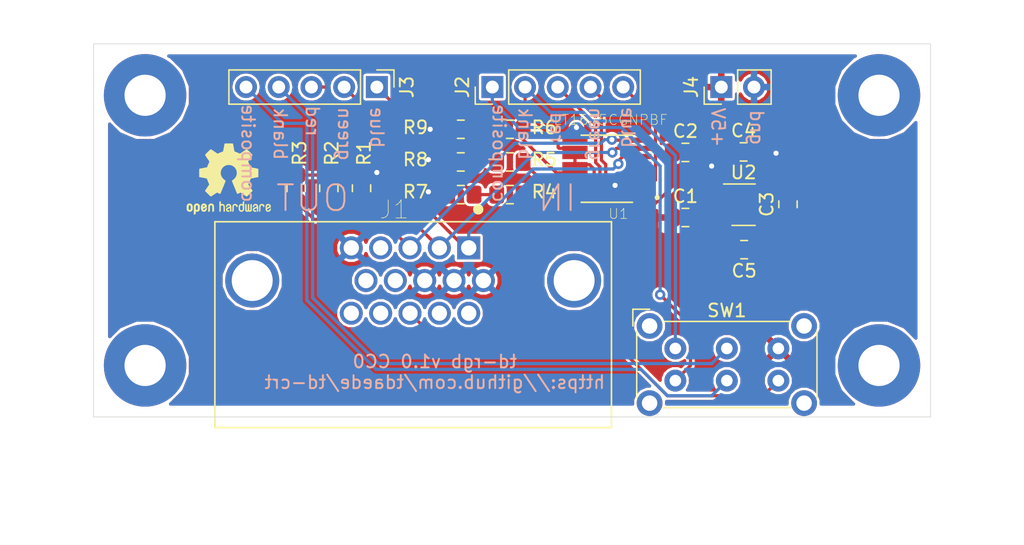
<source format=kicad_pcb>
(kicad_pcb (version 20171130) (host pcbnew "(5.0.1)-4")

  (general
    (thickness 1.6)
    (drawings 19)
    (tracks 184)
    (zones 0)
    (modules 26)
    (nets 30)
  )

  (page A4)
  (layers
    (0 F.Cu signal)
    (31 B.Cu signal)
    (32 B.Adhes user)
    (33 F.Adhes user)
    (34 B.Paste user)
    (35 F.Paste user)
    (36 B.SilkS user)
    (37 F.SilkS user)
    (38 B.Mask user)
    (39 F.Mask user)
    (40 Dwgs.User user)
    (41 Cmts.User user)
    (42 Eco1.User user)
    (43 Eco2.User user)
    (44 Edge.Cuts user)
    (45 Margin user)
    (46 B.CrtYd user)
    (47 F.CrtYd user)
    (48 B.Fab user)
    (49 F.Fab user)
  )

  (setup
    (last_trace_width 0.25)
    (trace_clearance 0.2)
    (zone_clearance 0.2)
    (zone_45_only no)
    (trace_min 0.2)
    (segment_width 0.2)
    (edge_width 0.05)
    (via_size 0.8)
    (via_drill 0.4)
    (via_min_size 0.4)
    (via_min_drill 0.3)
    (uvia_size 0.3)
    (uvia_drill 0.1)
    (uvias_allowed no)
    (uvia_min_size 0.2)
    (uvia_min_drill 0.1)
    (pcb_text_width 0.3)
    (pcb_text_size 1.5 1.5)
    (mod_edge_width 0.12)
    (mod_text_size 1 1)
    (mod_text_width 0.15)
    (pad_size 4.196 4.196)
    (pad_drill 3.18)
    (pad_to_mask_clearance 0.051)
    (solder_mask_min_width 0.25)
    (aux_axis_origin 0 0)
    (visible_elements 7FFFFFFF)
    (pcbplotparams
      (layerselection 0x010fc_ffffffff)
      (usegerberextensions false)
      (usegerberattributes false)
      (usegerberadvancedattributes false)
      (creategerberjobfile false)
      (excludeedgelayer true)
      (linewidth 0.100000)
      (plotframeref false)
      (viasonmask false)
      (mode 1)
      (useauxorigin false)
      (hpglpennumber 1)
      (hpglpenspeed 20)
      (hpglpendiameter 15.000000)
      (psnegative false)
      (psa4output false)
      (plotreference true)
      (plotvalue true)
      (plotinvisibletext false)
      (padsonsilk false)
      (subtractmaskfromsilk false)
      (outputformat 1)
      (mirror false)
      (drillshape 0)
      (scaleselection 1)
      (outputdirectory "v1.0/"))
  )

  (net 0 "")
  (net 1 GND)
  (net 2 +5V)
  (net 3 -5V)
  (net 4 "Net-(J1-Pad15)")
  (net 5 "Net-(J1-Pad14)")
  (net 6 "Net-(J1-Pad13)")
  (net 7 "Net-(J1-Pad12)")
  (net 8 "Net-(J1-Pad11)")
  (net 9 "Net-(J1-Pad10)")
  (net 10 "Net-(J1-Pad9)")
  (net 11 "Net-(J1-Pad4)")
  (net 12 /blue)
  (net 13 /green)
  (net 14 /red)
  (net 15 "Net-(J2-Pad1)")
  (net 16 /csync_out)
  (net 17 "Net-(J3-Pad4)")
  (net 18 "Net-(R4-Pad2)")
  (net 19 "Net-(R5-Pad2)")
  (net 20 "Net-(R6-Pad2)")
  (net 21 /red_out)
  (net 22 /green_out)
  (net 23 /blue_out)
  (net 24 "Net-(C3-Pad2)")
  (net 25 "Net-(C3-Pad1)")
  (net 26 /blue_in)
  (net 27 /green_in)
  (net 28 /red_in)
  (net 29 /blank_in)

  (net_class Default "This is the default net class."
    (clearance 0.2)
    (trace_width 0.25)
    (via_dia 0.8)
    (via_drill 0.4)
    (uvia_dia 0.3)
    (uvia_drill 0.1)
    (add_net +5V)
    (add_net -5V)
    (add_net /blank_in)
    (add_net /blue)
    (add_net /blue_in)
    (add_net /blue_out)
    (add_net /csync_out)
    (add_net /green)
    (add_net /green_in)
    (add_net /green_out)
    (add_net /red)
    (add_net /red_in)
    (add_net /red_out)
    (add_net GND)
    (add_net "Net-(C3-Pad1)")
    (add_net "Net-(C3-Pad2)")
    (add_net "Net-(J1-Pad10)")
    (add_net "Net-(J1-Pad11)")
    (add_net "Net-(J1-Pad12)")
    (add_net "Net-(J1-Pad13)")
    (add_net "Net-(J1-Pad14)")
    (add_net "Net-(J1-Pad15)")
    (add_net "Net-(J1-Pad4)")
    (add_net "Net-(J1-Pad9)")
    (add_net "Net-(J2-Pad1)")
    (add_net "Net-(J3-Pad4)")
    (add_net "Net-(R4-Pad2)")
    (add_net "Net-(R5-Pad2)")
    (add_net "Net-(R6-Pad2)")
  )

  (module 1-1734530-1:TE_1-1734530-1 (layer F.Cu) (tedit 5C5BAF42) (tstamp 5C2031F8)
    (at 134.82 101.4)
    (path /5C2009D2)
    (fp_text reference J1 (at -1.47 -5.515) (layer F.SilkS)
      (effects (font (size 1.40272 1.40272) (thickness 0.05)))
    )
    (fp_text value "ICD15S13E4GV00LF " (at -10.6574 19.1088) (layer F.SilkS) hide
      (effects (font (size 1.40189 1.40189) (thickness 0.05)))
    )
    (fp_line (start -15.65 -4.82) (end -15.65 17.68) (layer Eco1.User) (width 0.05))
    (fp_line (start 15.65 -4.82) (end -15.65 -4.82) (layer Eco1.User) (width 0.05))
    (fp_line (start 15.65 17.68) (end 15.65 -4.82) (layer Eco1.User) (width 0.05))
    (fp_line (start -15.65 17.68) (end 15.65 17.68) (layer Eco1.User) (width 0.05))
    (fp_line (start -15.4 11.43) (end 15.4 11.43) (layer Eco2.User) (width 0.127))
    (fp_line (start -15.4 11.43) (end -15.4 17.43) (layer Eco2.User) (width 0.127))
    (fp_line (start -15.4 -4.57) (end -15.4 11.43) (layer Eco2.User) (width 0.127))
    (fp_line (start 15.4 -4.57) (end -15.4 -4.57) (layer Eco2.User) (width 0.127))
    (fp_line (start 15.4 11.43) (end 15.4 -4.57) (layer Eco2.User) (width 0.127))
    (fp_line (start 15.4 17.43) (end 15.4 11.43) (layer Eco2.User) (width 0.127))
    (fp_line (start -15.4 17.43) (end 15.4 17.43) (layer Eco2.User) (width 0.127))
    (fp_line (start 15.4 11.43) (end -15.4 11.43) (layer F.SilkS) (width 0.127))
    (fp_line (start -15.4 11.43) (end -15.4 -4.57) (layer F.SilkS) (width 0.127))
    (fp_line (start 15.4 -4.57) (end 15.4 11.43) (layer F.SilkS) (width 0.127))
    (fp_line (start -15.4 -4.57) (end 15.4 -4.57) (layer F.SilkS) (width 0.127))
    (fp_circle (center 5.055 -5.531) (end 5.255 -5.531) (layer F.SilkS) (width 0.4))
    (pad 0 thru_hole circle (at 12.5 0) (size 4.196 4.196) (drill 3.18) (layers *.Cu *.Mask))
    (pad 0 thru_hole circle (at -12.5 0) (size 4.196 4.196) (drill 3.18) (layers *.Cu *.Mask))
    (pad 15 thru_hole circle (at -4.805 2.54) (size 1.785 1.785) (drill 1.19) (layers *.Cu *.Mask)
      (net 4 "Net-(J1-Pad15)"))
    (pad 14 thru_hole circle (at -2.525 2.54) (size 1.785 1.785) (drill 1.19) (layers *.Cu *.Mask)
      (net 5 "Net-(J1-Pad14)"))
    (pad 13 thru_hole circle (at -0.245 2.54) (size 1.785 1.785) (drill 1.19) (layers *.Cu *.Mask)
      (net 6 "Net-(J1-Pad13)"))
    (pad 11 thru_hole circle (at 4.315 2.54) (size 1.785 1.785) (drill 1.19) (layers *.Cu *.Mask)
      (net 8 "Net-(J1-Pad11)"))
    (pad 10 thru_hole circle (at -3.665 0) (size 1.785 1.785) (drill 1.19) (layers *.Cu *.Mask)
      (net 9 "Net-(J1-Pad10)"))
    (pad 9 thru_hole circle (at -1.385 0) (size 1.785 1.785) (drill 1.19) (layers *.Cu *.Mask)
      (net 10 "Net-(J1-Pad9)"))
    (pad 7 thru_hole circle (at 3.175 0) (size 1.785 1.785) (drill 1.19) (layers *.Cu *.Mask)
      (net 1 GND))
    (pad 6 thru_hole circle (at 5.455 0) (size 1.785 1.785) (drill 1.19) (layers *.Cu *.Mask)
      (net 1 GND))
    (pad 5 thru_hole circle (at -4.805 -2.54) (size 1.785 1.785) (drill 1.19) (layers *.Cu *.Mask)
      (net 1 GND))
    (pad 4 thru_hole circle (at -2.525 -2.54) (size 1.785 1.785) (drill 1.19) (layers *.Cu *.Mask)
      (net 11 "Net-(J1-Pad4)"))
    (pad 3 thru_hole circle (at -0.245 -2.54) (size 1.785 1.785) (drill 1.19) (layers *.Cu *.Mask)
      (net 12 /blue))
    (pad 2 thru_hole circle (at 2.035 -2.54) (size 1.785 1.785) (drill 1.19) (layers *.Cu *.Mask)
      (net 13 /green))
    (pad 12 thru_hole circle (at 2.035 2.54) (size 1.785 1.785) (drill 1.19) (layers *.Cu *.Mask)
      (net 7 "Net-(J1-Pad12)"))
    (pad 1 thru_hole rect (at 4.315 -2.54) (size 1.785 1.785) (drill 1.19) (layers *.Cu *.Mask)
      (net 14 /red))
    (pad 8 thru_hole circle (at 0.895 0) (size 1.785 1.785) (drill 1.19) (layers *.Cu *.Mask)
      (net 1 GND))
    (model ${KIPRJMOD}/amphenol/iicd15s13e6gv00lf.igs
      (offset (xyz 0 -11 0))
      (scale (xyz 1 1 1))
      (rotate (xyz 0 -180 0))
    )
  )

  (module MountingHole:MountingHole_3.2mm_M3_Pad (layer F.Cu) (tedit 56D1B4CB) (tstamp 5C2069E6)
    (at 171 87)
    (descr "Mounting Hole 3.2mm, M3")
    (tags "mounting hole 3.2mm m3")
    (attr virtual)
    (fp_text reference REF** (at 0 -4.2) (layer F.SilkS) hide
      (effects (font (size 1 1) (thickness 0.15)))
    )
    (fp_text value MountingHole_3.2mm_M3_Pad (at 0 4.2) (layer F.Fab)
      (effects (font (size 1 1) (thickness 0.15)))
    )
    (fp_text user %R (at 0.3 0) (layer F.Fab)
      (effects (font (size 1 1) (thickness 0.15)))
    )
    (fp_circle (center 0 0) (end 3.2 0) (layer Cmts.User) (width 0.15))
    (fp_circle (center 0 0) (end 3.45 0) (layer F.CrtYd) (width 0.05))
    (pad 1 thru_hole circle (at 0 0) (size 6.4 6.4) (drill 3.2) (layers *.Cu *.Mask))
  )

  (module MountingHole:MountingHole_3.2mm_M3_Pad (layer F.Cu) (tedit 56D1B4CB) (tstamp 5C2069E6)
    (at 114 87)
    (descr "Mounting Hole 3.2mm, M3")
    (tags "mounting hole 3.2mm m3")
    (attr virtual)
    (fp_text reference REF** (at 0 -4.2) (layer F.SilkS) hide
      (effects (font (size 1 1) (thickness 0.15)))
    )
    (fp_text value MountingHole_3.2mm_M3_Pad (at 0 4.2) (layer F.Fab)
      (effects (font (size 1 1) (thickness 0.15)))
    )
    (fp_text user %R (at 0.3 0) (layer F.Fab)
      (effects (font (size 1 1) (thickness 0.15)))
    )
    (fp_circle (center 0 0) (end 3.2 0) (layer Cmts.User) (width 0.15))
    (fp_circle (center 0 0) (end 3.45 0) (layer F.CrtYd) (width 0.05))
    (pad 1 thru_hole circle (at 0 0) (size 6.4 6.4) (drill 3.2) (layers *.Cu *.Mask))
  )

  (module MountingHole:MountingHole_3.2mm_M3_Pad (layer F.Cu) (tedit 56D1B4CB) (tstamp 5C2069E6)
    (at 171 108)
    (descr "Mounting Hole 3.2mm, M3")
    (tags "mounting hole 3.2mm m3")
    (attr virtual)
    (fp_text reference REF** (at 0 -4.2) (layer F.SilkS) hide
      (effects (font (size 1 1) (thickness 0.15)))
    )
    (fp_text value MountingHole_3.2mm_M3_Pad (at 0 4.2) (layer F.Fab)
      (effects (font (size 1 1) (thickness 0.15)))
    )
    (fp_text user %R (at 0.3 0) (layer F.Fab)
      (effects (font (size 1 1) (thickness 0.15)))
    )
    (fp_circle (center 0 0) (end 3.2 0) (layer Cmts.User) (width 0.15))
    (fp_circle (center 0 0) (end 3.45 0) (layer F.CrtYd) (width 0.05))
    (pad 1 thru_hole circle (at 0 0) (size 6.4 6.4) (drill 3.2) (layers *.Cu *.Mask))
  )

  (module LT1675CGNPBF:SOP63P600X172-16N (layer F.Cu) (tedit 0) (tstamp 5C2037C3)
    (at 149.86 92.71 180)
    (path /5C202113)
    (attr smd)
    (fp_text reference U1 (at -0.90029 -3.50115 180) (layer F.SilkS)
      (effects (font (size 0.787661 0.787661) (thickness 0.05)))
    )
    (fp_text value LT1675CGNPBF (at -0.300135 3.80157 180) (layer F.SilkS)
      (effects (font (size 0.787724 0.787724) (thickness 0.05)))
    )
    (fp_line (start -1.99 -2.49) (end -1.99 2.49) (layer Dwgs.User) (width 0.127))
    (fp_line (start -1.99 2.49) (end 1.99 2.49) (layer Dwgs.User) (width 0.127))
    (fp_line (start 1.99 2.49) (end 1.99 -2.49) (layer Dwgs.User) (width 0.127))
    (fp_line (start 1.99 -2.49) (end -1.99 -2.49) (layer Dwgs.User) (width 0.127))
    (fp_line (start -1.99 -2.608) (end 1.99 -2.608) (layer F.SilkS) (width 0.127))
    (fp_line (start -1.99 2.608) (end 1.99 2.608) (layer F.SilkS) (width 0.127))
    (fp_line (start -3.71 -2.68) (end -3.71 2.68) (layer Eco1.User) (width 0.05))
    (fp_line (start -3.71 2.68) (end -2.25 2.68) (layer Eco1.User) (width 0.05))
    (fp_line (start -2.25 2.68) (end -2.25 2.74) (layer Eco1.User) (width 0.05))
    (fp_line (start -2.25 2.74) (end 2.25 2.74) (layer Eco1.User) (width 0.05))
    (fp_line (start 2.25 2.74) (end 2.25 2.68) (layer Eco1.User) (width 0.05))
    (fp_line (start 2.25 2.68) (end 3.71 2.68) (layer Eco1.User) (width 0.05))
    (fp_line (start 3.71 2.68) (end 3.71 -2.68) (layer Eco1.User) (width 0.05))
    (fp_line (start 3.71 -2.68) (end 2.25 -2.68) (layer Eco1.User) (width 0.05))
    (fp_line (start 2.25 -2.68) (end 2.25 -2.74) (layer Eco1.User) (width 0.05))
    (fp_line (start 2.25 -2.74) (end -2.25 -2.74) (layer Eco1.User) (width 0.05))
    (fp_line (start -2.25 -2.74) (end -2.25 -2.68) (layer Eco1.User) (width 0.05))
    (fp_line (start -2.25 -2.68) (end -3.71 -2.68) (layer Eco1.User) (width 0.05))
    (fp_circle (center -3.91 -2.24) (end -3.81 -2.24) (layer F.SilkS) (width 0.2))
    (fp_circle (center -1.51 -2.14) (end -1.41 -2.14) (layer Dwgs.User) (width 0.2))
    (pad 1 smd rect (at -2.475 -2.2225 180) (size 1.96 0.41) (layers F.Cu F.Paste F.Mask)
      (net 28 /red_in))
    (pad 2 smd rect (at -2.475 -1.5875 180) (size 1.96 0.41) (layers F.Cu F.Paste F.Mask)
      (net 27 /green_in))
    (pad 3 smd rect (at -2.475 -0.9525 180) (size 1.96 0.41) (layers F.Cu F.Paste F.Mask)
      (net 26 /blue_in))
    (pad 4 smd rect (at -2.475 -0.3175 180) (size 1.96 0.41) (layers F.Cu F.Paste F.Mask)
      (net 1 GND))
    (pad 5 smd rect (at -2.475 0.3175 180) (size 1.96 0.41) (layers F.Cu F.Paste F.Mask)
      (net 1 GND))
    (pad 6 smd rect (at -2.475 0.9525 180) (size 1.96 0.41) (layers F.Cu F.Paste F.Mask)
      (net 14 /red))
    (pad 7 smd rect (at -2.475 1.5875 180) (size 1.96 0.41) (layers F.Cu F.Paste F.Mask)
      (net 13 /green))
    (pad 8 smd rect (at -2.475 2.2225 180) (size 1.96 0.41) (layers F.Cu F.Paste F.Mask)
      (net 12 /blue))
    (pad 9 smd rect (at 2.475 2.2225 180) (size 1.96 0.41) (layers F.Cu F.Paste F.Mask)
      (net 1 GND))
    (pad 10 smd rect (at 2.475 1.5875 180) (size 1.96 0.41) (layers F.Cu F.Paste F.Mask)
      (net 29 /blank_in))
    (pad 11 smd rect (at 2.475 0.9525 180) (size 1.96 0.41) (layers F.Cu F.Paste F.Mask)
      (net 3 -5V))
    (pad 12 smd rect (at 2.475 0.3175 180) (size 1.96 0.41) (layers F.Cu F.Paste F.Mask)
      (net 3 -5V))
    (pad 13 smd rect (at 2.475 -0.3175 180) (size 1.96 0.41) (layers F.Cu F.Paste F.Mask)
      (net 20 "Net-(R6-Pad2)"))
    (pad 14 smd rect (at 2.475 -0.9525 180) (size 1.96 0.41) (layers F.Cu F.Paste F.Mask)
      (net 19 "Net-(R5-Pad2)"))
    (pad 15 smd rect (at 2.475 -1.5875 180) (size 1.96 0.41) (layers F.Cu F.Paste F.Mask)
      (net 18 "Net-(R4-Pad2)"))
    (pad 16 smd rect (at 2.475 -2.2225 180) (size 1.96 0.41) (layers F.Cu F.Paste F.Mask)
      (net 2 +5V))
    (model ${KISYS3DMOD}/Package_SO.3dshapes/SSOP-16_4.4x5.2mm_P0.65mm.wrl
      (at (xyz 0 0 0))
      (scale (xyz 1 1 1))
      (rotate (xyz 0 0 0))
    )
  )

  (module Connector_PinHeader_2.54mm:PinHeader_1x02_P2.54mm_Vertical (layer F.Cu) (tedit 59FED5CC) (tstamp 5C205EC9)
    (at 158.75 86.36 90)
    (descr "Through hole straight pin header, 1x02, 2.54mm pitch, single row")
    (tags "Through hole pin header THT 1x02 2.54mm single row")
    (path /5C266126)
    (fp_text reference J4 (at 0 -2.33 90) (layer F.SilkS)
      (effects (font (size 1 1) (thickness 0.15)))
    )
    (fp_text value Conn_01x02_Male (at 0 4.87 90) (layer F.Fab)
      (effects (font (size 1 1) (thickness 0.15)))
    )
    (fp_text user %R (at 0 1.27 180) (layer F.Fab)
      (effects (font (size 1 1) (thickness 0.15)))
    )
    (fp_line (start 1.8 -1.8) (end -1.8 -1.8) (layer F.CrtYd) (width 0.05))
    (fp_line (start 1.8 4.35) (end 1.8 -1.8) (layer F.CrtYd) (width 0.05))
    (fp_line (start -1.8 4.35) (end 1.8 4.35) (layer F.CrtYd) (width 0.05))
    (fp_line (start -1.8 -1.8) (end -1.8 4.35) (layer F.CrtYd) (width 0.05))
    (fp_line (start -1.33 -1.33) (end 0 -1.33) (layer F.SilkS) (width 0.12))
    (fp_line (start -1.33 0) (end -1.33 -1.33) (layer F.SilkS) (width 0.12))
    (fp_line (start -1.33 1.27) (end 1.33 1.27) (layer F.SilkS) (width 0.12))
    (fp_line (start 1.33 1.27) (end 1.33 3.87) (layer F.SilkS) (width 0.12))
    (fp_line (start -1.33 1.27) (end -1.33 3.87) (layer F.SilkS) (width 0.12))
    (fp_line (start -1.33 3.87) (end 1.33 3.87) (layer F.SilkS) (width 0.12))
    (fp_line (start -1.27 -0.635) (end -0.635 -1.27) (layer F.Fab) (width 0.1))
    (fp_line (start -1.27 3.81) (end -1.27 -0.635) (layer F.Fab) (width 0.1))
    (fp_line (start 1.27 3.81) (end -1.27 3.81) (layer F.Fab) (width 0.1))
    (fp_line (start 1.27 -1.27) (end 1.27 3.81) (layer F.Fab) (width 0.1))
    (fp_line (start -0.635 -1.27) (end 1.27 -1.27) (layer F.Fab) (width 0.1))
    (pad 2 thru_hole oval (at 0 2.54 90) (size 1.7 1.7) (drill 1) (layers *.Cu *.Mask)
      (net 1 GND))
    (pad 1 thru_hole rect (at 0 0 90) (size 1.7 1.7) (drill 1) (layers *.Cu *.Mask)
      (net 2 +5V))
    (model ${KISYS3DMOD}/Connector_PinHeader_2.54mm.3dshapes/PinHeader_1x02_P2.54mm_Vertical.wrl
      (at (xyz 0 0 0))
      (scale (xyz 1 1 1))
      (rotate (xyz 0 0 0))
    )
  )

  (module Package_TO_SOT_SMD:SOT-23-6 (layer F.Cu) (tedit 5A02FF57) (tstamp 5C205132)
    (at 160.48 95.504999)
    (descr "6-pin SOT-23 package")
    (tags SOT-23-6)
    (path /5C257FB9)
    (attr smd)
    (fp_text reference U2 (at 0 -2.504999) (layer F.SilkS)
      (effects (font (size 1 1) (thickness 0.15)))
    )
    (fp_text value LM2776 (at 0 2.9) (layer F.Fab)
      (effects (font (size 1 1) (thickness 0.15)))
    )
    (fp_text user %R (at 0 0 90) (layer F.Fab)
      (effects (font (size 0.5 0.5) (thickness 0.075)))
    )
    (fp_line (start -0.9 1.61) (end 0.9 1.61) (layer F.SilkS) (width 0.12))
    (fp_line (start 0.9 -1.61) (end -1.55 -1.61) (layer F.SilkS) (width 0.12))
    (fp_line (start 1.9 -1.8) (end -1.9 -1.8) (layer F.CrtYd) (width 0.05))
    (fp_line (start 1.9 1.8) (end 1.9 -1.8) (layer F.CrtYd) (width 0.05))
    (fp_line (start -1.9 1.8) (end 1.9 1.8) (layer F.CrtYd) (width 0.05))
    (fp_line (start -1.9 -1.8) (end -1.9 1.8) (layer F.CrtYd) (width 0.05))
    (fp_line (start -0.9 -0.9) (end -0.25 -1.55) (layer F.Fab) (width 0.1))
    (fp_line (start 0.9 -1.55) (end -0.25 -1.55) (layer F.Fab) (width 0.1))
    (fp_line (start -0.9 -0.9) (end -0.9 1.55) (layer F.Fab) (width 0.1))
    (fp_line (start 0.9 1.55) (end -0.9 1.55) (layer F.Fab) (width 0.1))
    (fp_line (start 0.9 -1.55) (end 0.9 1.55) (layer F.Fab) (width 0.1))
    (pad 1 smd rect (at -1.1 -0.95) (size 1.06 0.65) (layers F.Cu F.Paste F.Mask)
      (net 3 -5V))
    (pad 2 smd rect (at -1.1 0) (size 1.06 0.65) (layers F.Cu F.Paste F.Mask)
      (net 1 GND))
    (pad 3 smd rect (at -1.1 0.95) (size 1.06 0.65) (layers F.Cu F.Paste F.Mask)
      (net 2 +5V))
    (pad 4 smd rect (at 1.1 0.95) (size 1.06 0.65) (layers F.Cu F.Paste F.Mask)
      (net 2 +5V))
    (pad 6 smd rect (at 1.1 -0.95) (size 1.06 0.65) (layers F.Cu F.Paste F.Mask)
      (net 24 "Net-(C3-Pad2)"))
    (pad 5 smd rect (at 1.1 0) (size 1.06 0.65) (layers F.Cu F.Paste F.Mask)
      (net 25 "Net-(C3-Pad1)"))
    (model ${KISYS3DMOD}/Package_TO_SOT_SMD.3dshapes/SOT-23-6.wrl
      (at (xyz 0 0 0))
      (scale (xyz 1 1 1))
      (rotate (xyz 0 0 0))
    )
  )

  (module Capacitor_SMD:C_0805_2012Metric_Pad1.15x1.40mm_HandSolder (layer F.Cu) (tedit 5B36C52B) (tstamp 5C204EBB)
    (at 160.525 99 180)
    (descr "Capacitor SMD 0805 (2012 Metric), square (rectangular) end terminal, IPC_7351 nominal with elongated pad for handsoldering. (Body size source: https://docs.google.com/spreadsheets/d/1BsfQQcO9C6DZCsRaXUlFlo91Tg2WpOkGARC1WS5S8t0/edit?usp=sharing), generated with kicad-footprint-generator")
    (tags "capacitor handsolder")
    (path /5C25CA04)
    (attr smd)
    (fp_text reference C5 (at 0 -1.65 180) (layer F.SilkS)
      (effects (font (size 1 1) (thickness 0.15)))
    )
    (fp_text value 2.2uF (at 0 1.65 180) (layer F.Fab)
      (effects (font (size 1 1) (thickness 0.15)))
    )
    (fp_line (start -1 0.6) (end -1 -0.6) (layer F.Fab) (width 0.1))
    (fp_line (start -1 -0.6) (end 1 -0.6) (layer F.Fab) (width 0.1))
    (fp_line (start 1 -0.6) (end 1 0.6) (layer F.Fab) (width 0.1))
    (fp_line (start 1 0.6) (end -1 0.6) (layer F.Fab) (width 0.1))
    (fp_line (start -0.261252 -0.71) (end 0.261252 -0.71) (layer F.SilkS) (width 0.12))
    (fp_line (start -0.261252 0.71) (end 0.261252 0.71) (layer F.SilkS) (width 0.12))
    (fp_line (start -1.85 0.95) (end -1.85 -0.95) (layer F.CrtYd) (width 0.05))
    (fp_line (start -1.85 -0.95) (end 1.85 -0.95) (layer F.CrtYd) (width 0.05))
    (fp_line (start 1.85 -0.95) (end 1.85 0.95) (layer F.CrtYd) (width 0.05))
    (fp_line (start 1.85 0.95) (end -1.85 0.95) (layer F.CrtYd) (width 0.05))
    (fp_text user %R (at 0 0 180) (layer F.Fab)
      (effects (font (size 0.5 0.5) (thickness 0.08)))
    )
    (pad 1 smd roundrect (at -1.025 0 180) (size 1.15 1.4) (layers F.Cu F.Paste F.Mask) (roundrect_rratio 0.217391)
      (net 2 +5V))
    (pad 2 smd roundrect (at 1.025 0 180) (size 1.15 1.4) (layers F.Cu F.Paste F.Mask) (roundrect_rratio 0.217391)
      (net 1 GND))
    (model ${KISYS3DMOD}/Capacitor_SMD.3dshapes/C_0805_2012Metric.wrl
      (at (xyz 0 0 0))
      (scale (xyz 1 1 1))
      (rotate (xyz 0 0 0))
    )
  )

  (module Capacitor_SMD:C_0805_2012Metric_Pad1.15x1.40mm_HandSolder (layer F.Cu) (tedit 5B36C52B) (tstamp 5C204EAA)
    (at 160.48 91.4)
    (descr "Capacitor SMD 0805 (2012 Metric), square (rectangular) end terminal, IPC_7351 nominal with elongated pad for handsoldering. (Body size source: https://docs.google.com/spreadsheets/d/1BsfQQcO9C6DZCsRaXUlFlo91Tg2WpOkGARC1WS5S8t0/edit?usp=sharing), generated with kicad-footprint-generator")
    (tags "capacitor handsolder")
    (path /5C25C5EF)
    (attr smd)
    (fp_text reference C4 (at 0 -1.65) (layer F.SilkS)
      (effects (font (size 1 1) (thickness 0.15)))
    )
    (fp_text value 2.2uF (at 0 1.65) (layer F.Fab)
      (effects (font (size 1 1) (thickness 0.15)))
    )
    (fp_line (start -1 0.6) (end -1 -0.6) (layer F.Fab) (width 0.1))
    (fp_line (start -1 -0.6) (end 1 -0.6) (layer F.Fab) (width 0.1))
    (fp_line (start 1 -0.6) (end 1 0.6) (layer F.Fab) (width 0.1))
    (fp_line (start 1 0.6) (end -1 0.6) (layer F.Fab) (width 0.1))
    (fp_line (start -0.261252 -0.71) (end 0.261252 -0.71) (layer F.SilkS) (width 0.12))
    (fp_line (start -0.261252 0.71) (end 0.261252 0.71) (layer F.SilkS) (width 0.12))
    (fp_line (start -1.85 0.95) (end -1.85 -0.95) (layer F.CrtYd) (width 0.05))
    (fp_line (start -1.85 -0.95) (end 1.85 -0.95) (layer F.CrtYd) (width 0.05))
    (fp_line (start 1.85 -0.95) (end 1.85 0.95) (layer F.CrtYd) (width 0.05))
    (fp_line (start 1.85 0.95) (end -1.85 0.95) (layer F.CrtYd) (width 0.05))
    (fp_text user %R (at 0 0) (layer F.Fab)
      (effects (font (size 0.5 0.5) (thickness 0.08)))
    )
    (pad 1 smd roundrect (at -1.025 0) (size 1.15 1.4) (layers F.Cu F.Paste F.Mask) (roundrect_rratio 0.217391)
      (net 3 -5V))
    (pad 2 smd roundrect (at 1.025 0) (size 1.15 1.4) (layers F.Cu F.Paste F.Mask) (roundrect_rratio 0.217391)
      (net 1 GND))
    (model ${KISYS3DMOD}/Capacitor_SMD.3dshapes/C_0805_2012Metric.wrl
      (at (xyz 0 0 0))
      (scale (xyz 1 1 1))
      (rotate (xyz 0 0 0))
    )
  )

  (module Capacitor_SMD:C_0805_2012Metric_Pad1.15x1.40mm_HandSolder (layer F.Cu) (tedit 5B36C52B) (tstamp 5C204E99)
    (at 163.929999 95.475 90)
    (descr "Capacitor SMD 0805 (2012 Metric), square (rectangular) end terminal, IPC_7351 nominal with elongated pad for handsoldering. (Body size source: https://docs.google.com/spreadsheets/d/1BsfQQcO9C6DZCsRaXUlFlo91Tg2WpOkGARC1WS5S8t0/edit?usp=sharing), generated with kicad-footprint-generator")
    (tags "capacitor handsolder")
    (path /5C259C19)
    (attr smd)
    (fp_text reference C3 (at 0 -1.65 90) (layer F.SilkS)
      (effects (font (size 1 1) (thickness 0.15)))
    )
    (fp_text value 1uF (at 0 1.65 90) (layer F.Fab)
      (effects (font (size 1 1) (thickness 0.15)))
    )
    (fp_line (start -1 0.6) (end -1 -0.6) (layer F.Fab) (width 0.1))
    (fp_line (start -1 -0.6) (end 1 -0.6) (layer F.Fab) (width 0.1))
    (fp_line (start 1 -0.6) (end 1 0.6) (layer F.Fab) (width 0.1))
    (fp_line (start 1 0.6) (end -1 0.6) (layer F.Fab) (width 0.1))
    (fp_line (start -0.261252 -0.71) (end 0.261252 -0.71) (layer F.SilkS) (width 0.12))
    (fp_line (start -0.261252 0.71) (end 0.261252 0.71) (layer F.SilkS) (width 0.12))
    (fp_line (start -1.85 0.95) (end -1.85 -0.95) (layer F.CrtYd) (width 0.05))
    (fp_line (start -1.85 -0.95) (end 1.85 -0.95) (layer F.CrtYd) (width 0.05))
    (fp_line (start 1.85 -0.95) (end 1.85 0.95) (layer F.CrtYd) (width 0.05))
    (fp_line (start 1.85 0.95) (end -1.85 0.95) (layer F.CrtYd) (width 0.05))
    (fp_text user %R (at 0 0 90) (layer F.Fab)
      (effects (font (size 0.5 0.5) (thickness 0.08)))
    )
    (pad 1 smd roundrect (at -1.025 0 90) (size 1.15 1.4) (layers F.Cu F.Paste F.Mask) (roundrect_rratio 0.217391)
      (net 25 "Net-(C3-Pad1)"))
    (pad 2 smd roundrect (at 1.025 0 90) (size 1.15 1.4) (layers F.Cu F.Paste F.Mask) (roundrect_rratio 0.217391)
      (net 24 "Net-(C3-Pad2)"))
    (model ${KISYS3DMOD}/Capacitor_SMD.3dshapes/C_0805_2012Metric.wrl
      (at (xyz 0 0 0))
      (scale (xyz 1 1 1))
      (rotate (xyz 0 0 0))
    )
  )

  (module Button_Switch_THT:SW_E-Switch_EG2219_DPDT_Angled (layer F.Cu) (tedit 5A02FE31) (tstamp 5C203647)
    (at 155.182001 106.68)
    (descr "E-Switch slide switch, EG series, DPDT, right angle, http://spec_sheets.e-switch.com/specs/P040170.pdf")
    (tags "switch DPDT")
    (path /5C2507F6)
    (fp_text reference SW1 (at 4 -2.95) (layer F.SilkS)
      (effects (font (size 1 1) (thickness 0.15)))
    )
    (fp_text value SW_DPDT_x2 (at 4 14.45) (layer F.Fab)
      (effects (font (size 1 1) (thickness 0.15)))
    )
    (fp_line (start -1.9 -2) (end 10.9 -2) (layer F.Fab) (width 0.1))
    (fp_line (start 10.9 -2) (end 10.9 4.5) (layer F.Fab) (width 0.1))
    (fp_line (start 10.9 4.5) (end -2.9 4.5) (layer F.Fab) (width 0.1))
    (fp_line (start -2.9 4.5) (end -2.9 -1) (layer F.Fab) (width 0.1))
    (fp_line (start 4.5 4.5) (end 4.5 13.5) (layer F.Fab) (width 0.1))
    (fp_line (start 4.5 13.5) (end -0.5 13.5) (layer F.Fab) (width 0.1))
    (fp_line (start -0.5 13.5) (end -0.5 4.5) (layer F.Fab) (width 0.1))
    (fp_text user %R (at 4 1.25) (layer F.Fab)
      (effects (font (size 1 1) (thickness 0.1)))
    )
    (fp_line (start 11 -1.35) (end 11 3.85) (layer F.SilkS) (width 0.12))
    (fp_line (start -3 3.85) (end -3 -1.35) (layer F.SilkS) (width 0.12))
    (fp_line (start -0.95 -2.1) (end 8.95 -2.1) (layer F.SilkS) (width 0.12))
    (fp_line (start 8.95 4.6) (end -0.95 4.6) (layer F.SilkS) (width 0.12))
    (fp_line (start -3.25 -3) (end 11.25 -3) (layer F.CrtYd) (width 0.05))
    (fp_line (start 11.25 -3) (end 11.25 5.5) (layer F.CrtYd) (width 0.05))
    (fp_line (start 11.25 5.5) (end 8.75 5.5) (layer F.CrtYd) (width 0.05))
    (fp_line (start 8.75 5.5) (end 8.75 13.75) (layer F.CrtYd) (width 0.05))
    (fp_line (start 8.75 13.75) (end -0.75 13.75) (layer F.CrtYd) (width 0.05))
    (fp_line (start -0.75 13.75) (end -0.75 5.5) (layer F.CrtYd) (width 0.05))
    (fp_line (start -0.75 5.5) (end -3.25 5.5) (layer F.CrtYd) (width 0.05))
    (fp_line (start -3.25 5.5) (end -3.25 -3) (layer F.CrtYd) (width 0.05))
    (fp_line (start -1.9 -2) (end -2.9 -1) (layer F.Fab) (width 0.1))
    (fp_line (start -3.3 -1.75) (end -3.3 -3.05) (layer F.SilkS) (width 0.12))
    (fp_line (start -3.3 -3.05) (end -2 -3.05) (layer F.SilkS) (width 0.12))
    (pad 6 thru_hole circle (at 8 2.5) (size 1.7 1.7) (drill 0.9) (layers *.Cu *.Mask)
      (net 6 "Net-(J1-Pad13)"))
    (pad 5 thru_hole circle (at 4 2.5) (size 1.7 1.7) (drill 0.9) (layers *.Cu *.Mask)
      (net 16 /csync_out))
    (pad 4 thru_hole circle (at 0 2.5) (size 1.7 1.7) (drill 0.9) (layers *.Cu *.Mask)
      (net 15 "Net-(J2-Pad1)"))
    (pad 3 thru_hole circle (at 8 0) (size 1.7 1.7) (drill 0.9) (layers *.Cu *.Mask)
      (net 2 +5V))
    (pad 2 thru_hole circle (at 4 0) (size 1.7 1.7) (drill 0.9) (layers *.Cu *.Mask)
      (net 17 "Net-(J3-Pad4)"))
    (pad 1 thru_hole circle (at 0 0) (size 1.7 1.7) (drill 0.9) (layers *.Cu *.Mask)
      (net 29 /blank_in))
    (pad "" thru_hole circle (at -2 4.25) (size 2 2) (drill 1.2) (layers *.Cu *.Mask))
    (pad "" thru_hole circle (at 10 4.25) (size 2 2) (drill 1.2) (layers *.Cu *.Mask))
    (pad "" thru_hole circle (at 10 -1.75) (size 2 2) (drill 1.2) (layers *.Cu *.Mask))
    (pad "" thru_hole circle (at -2 -1.75) (size 2 2) (drill 1.2) (layers *.Cu *.Mask))
    (model ${KISYS3DMOD}/Button_Switch_THT.3dshapes/SW_E-Switch_EG2219_DPDT_Angled.wrl
      (at (xyz 0 0 0))
      (scale (xyz 1 1 1))
      (rotate (xyz 0 0 0))
    )
  )

  (module Resistor_SMD:R_0805_2012Metric_Pad1.15x1.40mm_HandSolder (layer F.Cu) (tedit 5B36C52B) (tstamp 5C2032C3)
    (at 138.520876 89.640702 180)
    (descr "Resistor SMD 0805 (2012 Metric), square (rectangular) end terminal, IPC_7351 nominal with elongated pad for handsoldering. (Body size source: https://docs.google.com/spreadsheets/d/1BsfQQcO9C6DZCsRaXUlFlo91Tg2WpOkGARC1WS5S8t0/edit?usp=sharing), generated with kicad-footprint-generator")
    (tags "resistor handsolder")
    (path /5C206B5B)
    (attr smd)
    (fp_text reference R9 (at 3.520876 0.140702 180) (layer F.SilkS)
      (effects (font (size 1 1) (thickness 0.15)))
    )
    (fp_text value 75 (at 0 1.65 180) (layer F.Fab)
      (effects (font (size 1 1) (thickness 0.15)))
    )
    (fp_text user %R (at 0 0 180) (layer F.Fab)
      (effects (font (size 0.5 0.5) (thickness 0.08)))
    )
    (fp_line (start 1.85 0.95) (end -1.85 0.95) (layer F.CrtYd) (width 0.05))
    (fp_line (start 1.85 -0.95) (end 1.85 0.95) (layer F.CrtYd) (width 0.05))
    (fp_line (start -1.85 -0.95) (end 1.85 -0.95) (layer F.CrtYd) (width 0.05))
    (fp_line (start -1.85 0.95) (end -1.85 -0.95) (layer F.CrtYd) (width 0.05))
    (fp_line (start -0.261252 0.71) (end 0.261252 0.71) (layer F.SilkS) (width 0.12))
    (fp_line (start -0.261252 -0.71) (end 0.261252 -0.71) (layer F.SilkS) (width 0.12))
    (fp_line (start 1 0.6) (end -1 0.6) (layer F.Fab) (width 0.1))
    (fp_line (start 1 -0.6) (end 1 0.6) (layer F.Fab) (width 0.1))
    (fp_line (start -1 -0.6) (end 1 -0.6) (layer F.Fab) (width 0.1))
    (fp_line (start -1 0.6) (end -1 -0.6) (layer F.Fab) (width 0.1))
    (pad 2 smd roundrect (at 1.025 0 180) (size 1.15 1.4) (layers F.Cu F.Paste F.Mask) (roundrect_rratio 0.217391)
      (net 1 GND))
    (pad 1 smd roundrect (at -1.025 0 180) (size 1.15 1.4) (layers F.Cu F.Paste F.Mask) (roundrect_rratio 0.217391)
      (net 23 /blue_out))
    (model ${KISYS3DMOD}/Resistor_SMD.3dshapes/R_0805_2012Metric.wrl
      (at (xyz 0 0 0))
      (scale (xyz 1 1 1))
      (rotate (xyz 0 0 0))
    )
  )

  (module Resistor_SMD:R_0805_2012Metric_Pad1.15x1.40mm_HandSolder (layer F.Cu) (tedit 5B36C52B) (tstamp 5C2047AB)
    (at 138.520876 92.180702 180)
    (descr "Resistor SMD 0805 (2012 Metric), square (rectangular) end terminal, IPC_7351 nominal with elongated pad for handsoldering. (Body size source: https://docs.google.com/spreadsheets/d/1BsfQQcO9C6DZCsRaXUlFlo91Tg2WpOkGARC1WS5S8t0/edit?usp=sharing), generated with kicad-footprint-generator")
    (tags "resistor handsolder")
    (path /5C2068F2)
    (attr smd)
    (fp_text reference R8 (at 3.520876 0.180702 180) (layer F.SilkS)
      (effects (font (size 1 1) (thickness 0.15)))
    )
    (fp_text value 75 (at 0 1.65 180) (layer F.Fab)
      (effects (font (size 1 1) (thickness 0.15)))
    )
    (fp_text user %R (at 0 0 180) (layer F.Fab)
      (effects (font (size 0.5 0.5) (thickness 0.08)))
    )
    (fp_line (start 1.85 0.95) (end -1.85 0.95) (layer F.CrtYd) (width 0.05))
    (fp_line (start 1.85 -0.95) (end 1.85 0.95) (layer F.CrtYd) (width 0.05))
    (fp_line (start -1.85 -0.95) (end 1.85 -0.95) (layer F.CrtYd) (width 0.05))
    (fp_line (start -1.85 0.95) (end -1.85 -0.95) (layer F.CrtYd) (width 0.05))
    (fp_line (start -0.261252 0.71) (end 0.261252 0.71) (layer F.SilkS) (width 0.12))
    (fp_line (start -0.261252 -0.71) (end 0.261252 -0.71) (layer F.SilkS) (width 0.12))
    (fp_line (start 1 0.6) (end -1 0.6) (layer F.Fab) (width 0.1))
    (fp_line (start 1 -0.6) (end 1 0.6) (layer F.Fab) (width 0.1))
    (fp_line (start -1 -0.6) (end 1 -0.6) (layer F.Fab) (width 0.1))
    (fp_line (start -1 0.6) (end -1 -0.6) (layer F.Fab) (width 0.1))
    (pad 2 smd roundrect (at 1.025 0 180) (size 1.15 1.4) (layers F.Cu F.Paste F.Mask) (roundrect_rratio 0.217391)
      (net 1 GND))
    (pad 1 smd roundrect (at -1.025 0 180) (size 1.15 1.4) (layers F.Cu F.Paste F.Mask) (roundrect_rratio 0.217391)
      (net 22 /green_out))
    (model ${KISYS3DMOD}/Resistor_SMD.3dshapes/R_0805_2012Metric.wrl
      (at (xyz 0 0 0))
      (scale (xyz 1 1 1))
      (rotate (xyz 0 0 0))
    )
  )

  (module Resistor_SMD:R_0805_2012Metric_Pad1.15x1.40mm_HandSolder (layer F.Cu) (tedit 5B36C52B) (tstamp 5C20477B)
    (at 138.520876 94.720702 180)
    (descr "Resistor SMD 0805 (2012 Metric), square (rectangular) end terminal, IPC_7351 nominal with elongated pad for handsoldering. (Body size source: https://docs.google.com/spreadsheets/d/1BsfQQcO9C6DZCsRaXUlFlo91Tg2WpOkGARC1WS5S8t0/edit?usp=sharing), generated with kicad-footprint-generator")
    (tags "resistor handsolder")
    (path /5C20643D)
    (attr smd)
    (fp_text reference R7 (at 3.520876 0.220702 180) (layer F.SilkS)
      (effects (font (size 1 1) (thickness 0.15)))
    )
    (fp_text value 75 (at 0 1.65 180) (layer F.Fab)
      (effects (font (size 1 1) (thickness 0.15)))
    )
    (fp_text user %R (at 0 0 180) (layer F.Fab)
      (effects (font (size 0.5 0.5) (thickness 0.08)))
    )
    (fp_line (start 1.85 0.95) (end -1.85 0.95) (layer F.CrtYd) (width 0.05))
    (fp_line (start 1.85 -0.95) (end 1.85 0.95) (layer F.CrtYd) (width 0.05))
    (fp_line (start -1.85 -0.95) (end 1.85 -0.95) (layer F.CrtYd) (width 0.05))
    (fp_line (start -1.85 0.95) (end -1.85 -0.95) (layer F.CrtYd) (width 0.05))
    (fp_line (start -0.261252 0.71) (end 0.261252 0.71) (layer F.SilkS) (width 0.12))
    (fp_line (start -0.261252 -0.71) (end 0.261252 -0.71) (layer F.SilkS) (width 0.12))
    (fp_line (start 1 0.6) (end -1 0.6) (layer F.Fab) (width 0.1))
    (fp_line (start 1 -0.6) (end 1 0.6) (layer F.Fab) (width 0.1))
    (fp_line (start -1 -0.6) (end 1 -0.6) (layer F.Fab) (width 0.1))
    (fp_line (start -1 0.6) (end -1 -0.6) (layer F.Fab) (width 0.1))
    (pad 2 smd roundrect (at 1.025 0 180) (size 1.15 1.4) (layers F.Cu F.Paste F.Mask) (roundrect_rratio 0.217391)
      (net 1 GND))
    (pad 1 smd roundrect (at -1.025 0 180) (size 1.15 1.4) (layers F.Cu F.Paste F.Mask) (roundrect_rratio 0.217391)
      (net 21 /red_out))
    (model ${KISYS3DMOD}/Resistor_SMD.3dshapes/R_0805_2012Metric.wrl
      (at (xyz 0 0 0))
      (scale (xyz 1 1 1))
      (rotate (xyz 0 0 0))
    )
  )

  (module Resistor_SMD:R_0805_2012Metric_Pad1.15x1.40mm_HandSolder (layer F.Cu) (tedit 5B36C52B) (tstamp 5C208B25)
    (at 142.330876 89.640702)
    (descr "Resistor SMD 0805 (2012 Metric), square (rectangular) end terminal, IPC_7351 nominal with elongated pad for handsoldering. (Body size source: https://docs.google.com/spreadsheets/d/1BsfQQcO9C6DZCsRaXUlFlo91Tg2WpOkGARC1WS5S8t0/edit?usp=sharing), generated with kicad-footprint-generator")
    (tags "resistor handsolder")
    (path /5C205FFE)
    (attr smd)
    (fp_text reference R6 (at 2.669124 -0.140702) (layer F.SilkS)
      (effects (font (size 1 1) (thickness 0.15)))
    )
    (fp_text value 75 (at 0 1.65) (layer F.Fab)
      (effects (font (size 1 1) (thickness 0.15)))
    )
    (fp_text user %R (at 0 0) (layer F.Fab)
      (effects (font (size 0.5 0.5) (thickness 0.08)))
    )
    (fp_line (start 1.85 0.95) (end -1.85 0.95) (layer F.CrtYd) (width 0.05))
    (fp_line (start 1.85 -0.95) (end 1.85 0.95) (layer F.CrtYd) (width 0.05))
    (fp_line (start -1.85 -0.95) (end 1.85 -0.95) (layer F.CrtYd) (width 0.05))
    (fp_line (start -1.85 0.95) (end -1.85 -0.95) (layer F.CrtYd) (width 0.05))
    (fp_line (start -0.261252 0.71) (end 0.261252 0.71) (layer F.SilkS) (width 0.12))
    (fp_line (start -0.261252 -0.71) (end 0.261252 -0.71) (layer F.SilkS) (width 0.12))
    (fp_line (start 1 0.6) (end -1 0.6) (layer F.Fab) (width 0.1))
    (fp_line (start 1 -0.6) (end 1 0.6) (layer F.Fab) (width 0.1))
    (fp_line (start -1 -0.6) (end 1 -0.6) (layer F.Fab) (width 0.1))
    (fp_line (start -1 0.6) (end -1 -0.6) (layer F.Fab) (width 0.1))
    (pad 2 smd roundrect (at 1.025 0) (size 1.15 1.4) (layers F.Cu F.Paste F.Mask) (roundrect_rratio 0.217391)
      (net 20 "Net-(R6-Pad2)"))
    (pad 1 smd roundrect (at -1.025 0) (size 1.15 1.4) (layers F.Cu F.Paste F.Mask) (roundrect_rratio 0.217391)
      (net 23 /blue_out))
    (model ${KISYS3DMOD}/Resistor_SMD.3dshapes/R_0805_2012Metric.wrl
      (at (xyz 0 0 0))
      (scale (xyz 1 1 1))
      (rotate (xyz 0 0 0))
    )
  )

  (module Resistor_SMD:R_0805_2012Metric_Pad1.15x1.40mm_HandSolder (layer F.Cu) (tedit 5B36C52B) (tstamp 5C20327F)
    (at 142.330876 92.180702)
    (descr "Resistor SMD 0805 (2012 Metric), square (rectangular) end terminal, IPC_7351 nominal with elongated pad for handsoldering. (Body size source: https://docs.google.com/spreadsheets/d/1BsfQQcO9C6DZCsRaXUlFlo91Tg2WpOkGARC1WS5S8t0/edit?usp=sharing), generated with kicad-footprint-generator")
    (tags "resistor handsolder")
    (path /5C205C53)
    (attr smd)
    (fp_text reference R5 (at 2.669124 -0.180702) (layer F.SilkS)
      (effects (font (size 1 1) (thickness 0.15)))
    )
    (fp_text value 75 (at 0 1.65) (layer F.Fab)
      (effects (font (size 1 1) (thickness 0.15)))
    )
    (fp_text user %R (at 0 0) (layer F.Fab)
      (effects (font (size 0.5 0.5) (thickness 0.08)))
    )
    (fp_line (start 1.85 0.95) (end -1.85 0.95) (layer F.CrtYd) (width 0.05))
    (fp_line (start 1.85 -0.95) (end 1.85 0.95) (layer F.CrtYd) (width 0.05))
    (fp_line (start -1.85 -0.95) (end 1.85 -0.95) (layer F.CrtYd) (width 0.05))
    (fp_line (start -1.85 0.95) (end -1.85 -0.95) (layer F.CrtYd) (width 0.05))
    (fp_line (start -0.261252 0.71) (end 0.261252 0.71) (layer F.SilkS) (width 0.12))
    (fp_line (start -0.261252 -0.71) (end 0.261252 -0.71) (layer F.SilkS) (width 0.12))
    (fp_line (start 1 0.6) (end -1 0.6) (layer F.Fab) (width 0.1))
    (fp_line (start 1 -0.6) (end 1 0.6) (layer F.Fab) (width 0.1))
    (fp_line (start -1 -0.6) (end 1 -0.6) (layer F.Fab) (width 0.1))
    (fp_line (start -1 0.6) (end -1 -0.6) (layer F.Fab) (width 0.1))
    (pad 2 smd roundrect (at 1.025 0) (size 1.15 1.4) (layers F.Cu F.Paste F.Mask) (roundrect_rratio 0.217391)
      (net 19 "Net-(R5-Pad2)"))
    (pad 1 smd roundrect (at -1.025 0) (size 1.15 1.4) (layers F.Cu F.Paste F.Mask) (roundrect_rratio 0.217391)
      (net 22 /green_out))
    (model ${KISYS3DMOD}/Resistor_SMD.3dshapes/R_0805_2012Metric.wrl
      (at (xyz 0 0 0))
      (scale (xyz 1 1 1))
      (rotate (xyz 0 0 0))
    )
  )

  (module Resistor_SMD:R_0805_2012Metric_Pad1.15x1.40mm_HandSolder (layer F.Cu) (tedit 5B36C52B) (tstamp 5C20326E)
    (at 142.330876 94.720702)
    (descr "Resistor SMD 0805 (2012 Metric), square (rectangular) end terminal, IPC_7351 nominal with elongated pad for handsoldering. (Body size source: https://docs.google.com/spreadsheets/d/1BsfQQcO9C6DZCsRaXUlFlo91Tg2WpOkGARC1WS5S8t0/edit?usp=sharing), generated with kicad-footprint-generator")
    (tags "resistor handsolder")
    (path /5C205569)
    (attr smd)
    (fp_text reference R4 (at 2.669124 -0.220702) (layer F.SilkS)
      (effects (font (size 1 1) (thickness 0.15)))
    )
    (fp_text value 75 (at 0 1.65) (layer F.Fab)
      (effects (font (size 1 1) (thickness 0.15)))
    )
    (fp_text user %R (at 0 0) (layer F.Fab)
      (effects (font (size 0.5 0.5) (thickness 0.08)))
    )
    (fp_line (start 1.85 0.95) (end -1.85 0.95) (layer F.CrtYd) (width 0.05))
    (fp_line (start 1.85 -0.95) (end 1.85 0.95) (layer F.CrtYd) (width 0.05))
    (fp_line (start -1.85 -0.95) (end 1.85 -0.95) (layer F.CrtYd) (width 0.05))
    (fp_line (start -1.85 0.95) (end -1.85 -0.95) (layer F.CrtYd) (width 0.05))
    (fp_line (start -0.261252 0.71) (end 0.261252 0.71) (layer F.SilkS) (width 0.12))
    (fp_line (start -0.261252 -0.71) (end 0.261252 -0.71) (layer F.SilkS) (width 0.12))
    (fp_line (start 1 0.6) (end -1 0.6) (layer F.Fab) (width 0.1))
    (fp_line (start 1 -0.6) (end 1 0.6) (layer F.Fab) (width 0.1))
    (fp_line (start -1 -0.6) (end 1 -0.6) (layer F.Fab) (width 0.1))
    (fp_line (start -1 0.6) (end -1 -0.6) (layer F.Fab) (width 0.1))
    (pad 2 smd roundrect (at 1.025 0) (size 1.15 1.4) (layers F.Cu F.Paste F.Mask) (roundrect_rratio 0.217391)
      (net 18 "Net-(R4-Pad2)"))
    (pad 1 smd roundrect (at -1.025 0) (size 1.15 1.4) (layers F.Cu F.Paste F.Mask) (roundrect_rratio 0.217391)
      (net 21 /red_out))
    (model ${KISYS3DMOD}/Resistor_SMD.3dshapes/R_0805_2012Metric.wrl
      (at (xyz 0 0 0))
      (scale (xyz 1 1 1))
      (rotate (xyz 0 0 0))
    )
  )

  (module Resistor_SMD:R_0805_2012Metric_Pad1.15x1.40mm_HandSolder (layer F.Cu) (tedit 5B36C52B) (tstamp 5C20325D)
    (at 125.73 94.225 90)
    (descr "Resistor SMD 0805 (2012 Metric), square (rectangular) end terminal, IPC_7351 nominal with elongated pad for handsoldering. (Body size source: https://docs.google.com/spreadsheets/d/1BsfQQcO9C6DZCsRaXUlFlo91Tg2WpOkGARC1WS5S8t0/edit?usp=sharing), generated with kicad-footprint-generator")
    (tags "resistor handsolder")
    (path /5C209B3F)
    (attr smd)
    (fp_text reference R3 (at 2.725 0.27 90) (layer F.SilkS)
      (effects (font (size 1 1) (thickness 0.15)))
    )
    (fp_text value 75 (at 0 1.65 90) (layer F.Fab)
      (effects (font (size 1 1) (thickness 0.15)))
    )
    (fp_text user %R (at 0 0 90) (layer F.Fab)
      (effects (font (size 0.5 0.5) (thickness 0.08)))
    )
    (fp_line (start 1.85 0.95) (end -1.85 0.95) (layer F.CrtYd) (width 0.05))
    (fp_line (start 1.85 -0.95) (end 1.85 0.95) (layer F.CrtYd) (width 0.05))
    (fp_line (start -1.85 -0.95) (end 1.85 -0.95) (layer F.CrtYd) (width 0.05))
    (fp_line (start -1.85 0.95) (end -1.85 -0.95) (layer F.CrtYd) (width 0.05))
    (fp_line (start -0.261252 0.71) (end 0.261252 0.71) (layer F.SilkS) (width 0.12))
    (fp_line (start -0.261252 -0.71) (end 0.261252 -0.71) (layer F.SilkS) (width 0.12))
    (fp_line (start 1 0.6) (end -1 0.6) (layer F.Fab) (width 0.1))
    (fp_line (start 1 -0.6) (end 1 0.6) (layer F.Fab) (width 0.1))
    (fp_line (start -1 -0.6) (end 1 -0.6) (layer F.Fab) (width 0.1))
    (fp_line (start -1 0.6) (end -1 -0.6) (layer F.Fab) (width 0.1))
    (pad 2 smd roundrect (at 1.025 0 90) (size 1.15 1.4) (layers F.Cu F.Paste F.Mask) (roundrect_rratio 0.217391)
      (net 1 GND))
    (pad 1 smd roundrect (at -1.025 0 90) (size 1.15 1.4) (layers F.Cu F.Paste F.Mask) (roundrect_rratio 0.217391)
      (net 12 /blue))
    (model ${KISYS3DMOD}/Resistor_SMD.3dshapes/R_0805_2012Metric.wrl
      (at (xyz 0 0 0))
      (scale (xyz 1 1 1))
      (rotate (xyz 0 0 0))
    )
  )

  (module Resistor_SMD:R_0805_2012Metric_Pad1.15x1.40mm_HandSolder (layer F.Cu) (tedit 5B36C52B) (tstamp 5C20324C)
    (at 128.27 94.225 90)
    (descr "Resistor SMD 0805 (2012 Metric), square (rectangular) end terminal, IPC_7351 nominal with elongated pad for handsoldering. (Body size source: https://docs.google.com/spreadsheets/d/1BsfQQcO9C6DZCsRaXUlFlo91Tg2WpOkGARC1WS5S8t0/edit?usp=sharing), generated with kicad-footprint-generator")
    (tags "resistor handsolder")
    (path /5C209B39)
    (attr smd)
    (fp_text reference R2 (at 2.725 0.23 90) (layer F.SilkS)
      (effects (font (size 1 1) (thickness 0.15)))
    )
    (fp_text value 75 (at 0 1.65 90) (layer F.Fab)
      (effects (font (size 1 1) (thickness 0.15)))
    )
    (fp_text user %R (at 0 0 90) (layer F.Fab)
      (effects (font (size 0.5 0.5) (thickness 0.08)))
    )
    (fp_line (start 1.85 0.95) (end -1.85 0.95) (layer F.CrtYd) (width 0.05))
    (fp_line (start 1.85 -0.95) (end 1.85 0.95) (layer F.CrtYd) (width 0.05))
    (fp_line (start -1.85 -0.95) (end 1.85 -0.95) (layer F.CrtYd) (width 0.05))
    (fp_line (start -1.85 0.95) (end -1.85 -0.95) (layer F.CrtYd) (width 0.05))
    (fp_line (start -0.261252 0.71) (end 0.261252 0.71) (layer F.SilkS) (width 0.12))
    (fp_line (start -0.261252 -0.71) (end 0.261252 -0.71) (layer F.SilkS) (width 0.12))
    (fp_line (start 1 0.6) (end -1 0.6) (layer F.Fab) (width 0.1))
    (fp_line (start 1 -0.6) (end 1 0.6) (layer F.Fab) (width 0.1))
    (fp_line (start -1 -0.6) (end 1 -0.6) (layer F.Fab) (width 0.1))
    (fp_line (start -1 0.6) (end -1 -0.6) (layer F.Fab) (width 0.1))
    (pad 2 smd roundrect (at 1.025 0 90) (size 1.15 1.4) (layers F.Cu F.Paste F.Mask) (roundrect_rratio 0.217391)
      (net 1 GND))
    (pad 1 smd roundrect (at -1.025 0 90) (size 1.15 1.4) (layers F.Cu F.Paste F.Mask) (roundrect_rratio 0.217391)
      (net 13 /green))
    (model ${KISYS3DMOD}/Resistor_SMD.3dshapes/R_0805_2012Metric.wrl
      (at (xyz 0 0 0))
      (scale (xyz 1 1 1))
      (rotate (xyz 0 0 0))
    )
  )

  (module Resistor_SMD:R_0805_2012Metric_Pad1.15x1.40mm_HandSolder (layer F.Cu) (tedit 5B36C52B) (tstamp 5C20323B)
    (at 130.81 94.225 90)
    (descr "Resistor SMD 0805 (2012 Metric), square (rectangular) end terminal, IPC_7351 nominal with elongated pad for handsoldering. (Body size source: https://docs.google.com/spreadsheets/d/1BsfQQcO9C6DZCsRaXUlFlo91Tg2WpOkGARC1WS5S8t0/edit?usp=sharing), generated with kicad-footprint-generator")
    (tags "resistor handsolder")
    (path /5C209B33)
    (attr smd)
    (fp_text reference R1 (at 2.725 0.19 90) (layer F.SilkS)
      (effects (font (size 1 1) (thickness 0.15)))
    )
    (fp_text value 75 (at 0 1.65 90) (layer F.Fab)
      (effects (font (size 1 1) (thickness 0.15)))
    )
    (fp_text user %R (at 0 0 90) (layer F.Fab)
      (effects (font (size 0.5 0.5) (thickness 0.08)))
    )
    (fp_line (start 1.85 0.95) (end -1.85 0.95) (layer F.CrtYd) (width 0.05))
    (fp_line (start 1.85 -0.95) (end 1.85 0.95) (layer F.CrtYd) (width 0.05))
    (fp_line (start -1.85 -0.95) (end 1.85 -0.95) (layer F.CrtYd) (width 0.05))
    (fp_line (start -1.85 0.95) (end -1.85 -0.95) (layer F.CrtYd) (width 0.05))
    (fp_line (start -0.261252 0.71) (end 0.261252 0.71) (layer F.SilkS) (width 0.12))
    (fp_line (start -0.261252 -0.71) (end 0.261252 -0.71) (layer F.SilkS) (width 0.12))
    (fp_line (start 1 0.6) (end -1 0.6) (layer F.Fab) (width 0.1))
    (fp_line (start 1 -0.6) (end 1 0.6) (layer F.Fab) (width 0.1))
    (fp_line (start -1 -0.6) (end 1 -0.6) (layer F.Fab) (width 0.1))
    (fp_line (start -1 0.6) (end -1 -0.6) (layer F.Fab) (width 0.1))
    (pad 2 smd roundrect (at 1.025 0 90) (size 1.15 1.4) (layers F.Cu F.Paste F.Mask) (roundrect_rratio 0.217391)
      (net 1 GND))
    (pad 1 smd roundrect (at -1.025 0 90) (size 1.15 1.4) (layers F.Cu F.Paste F.Mask) (roundrect_rratio 0.217391)
      (net 14 /red))
    (model ${KISYS3DMOD}/Resistor_SMD.3dshapes/R_0805_2012Metric.wrl
      (at (xyz 0 0 0))
      (scale (xyz 1 1 1))
      (rotate (xyz 0 0 0))
    )
  )

  (module Connector_PinHeader_2.54mm:PinHeader_1x05_P2.54mm_Vertical (layer F.Cu) (tedit 59FED5CC) (tstamp 5C20322A)
    (at 132 86.36 270)
    (descr "Through hole straight pin header, 1x05, 2.54mm pitch, single row")
    (tags "Through hole pin header THT 1x05 2.54mm single row")
    (path /5C22C332)
    (fp_text reference J3 (at 0 -2.33 270) (layer F.SilkS)
      (effects (font (size 1 1) (thickness 0.15)))
    )
    (fp_text value Conn_01x05_Male (at 0 12.49 270) (layer F.Fab)
      (effects (font (size 1 1) (thickness 0.15)))
    )
    (fp_text user %R (at 0 5.08) (layer F.Fab)
      (effects (font (size 1 1) (thickness 0.15)))
    )
    (fp_line (start 1.8 -1.8) (end -1.8 -1.8) (layer F.CrtYd) (width 0.05))
    (fp_line (start 1.8 11.95) (end 1.8 -1.8) (layer F.CrtYd) (width 0.05))
    (fp_line (start -1.8 11.95) (end 1.8 11.95) (layer F.CrtYd) (width 0.05))
    (fp_line (start -1.8 -1.8) (end -1.8 11.95) (layer F.CrtYd) (width 0.05))
    (fp_line (start -1.33 -1.33) (end 0 -1.33) (layer F.SilkS) (width 0.12))
    (fp_line (start -1.33 0) (end -1.33 -1.33) (layer F.SilkS) (width 0.12))
    (fp_line (start -1.33 1.27) (end 1.33 1.27) (layer F.SilkS) (width 0.12))
    (fp_line (start 1.33 1.27) (end 1.33 11.49) (layer F.SilkS) (width 0.12))
    (fp_line (start -1.33 1.27) (end -1.33 11.49) (layer F.SilkS) (width 0.12))
    (fp_line (start -1.33 11.49) (end 1.33 11.49) (layer F.SilkS) (width 0.12))
    (fp_line (start -1.27 -0.635) (end -0.635 -1.27) (layer F.Fab) (width 0.1))
    (fp_line (start -1.27 11.43) (end -1.27 -0.635) (layer F.Fab) (width 0.1))
    (fp_line (start 1.27 11.43) (end -1.27 11.43) (layer F.Fab) (width 0.1))
    (fp_line (start 1.27 -1.27) (end 1.27 11.43) (layer F.Fab) (width 0.1))
    (fp_line (start -0.635 -1.27) (end 1.27 -1.27) (layer F.Fab) (width 0.1))
    (pad 5 thru_hole oval (at 0 10.16 270) (size 1.7 1.7) (drill 1) (layers *.Cu *.Mask)
      (net 16 /csync_out))
    (pad 4 thru_hole oval (at 0 7.62 270) (size 1.7 1.7) (drill 1) (layers *.Cu *.Mask)
      (net 17 "Net-(J3-Pad4)"))
    (pad 3 thru_hole oval (at 0 5.08 270) (size 1.7 1.7) (drill 1) (layers *.Cu *.Mask)
      (net 21 /red_out))
    (pad 2 thru_hole oval (at 0 2.54 270) (size 1.7 1.7) (drill 1) (layers *.Cu *.Mask)
      (net 22 /green_out))
    (pad 1 thru_hole rect (at 0 0 270) (size 1.7 1.7) (drill 1) (layers *.Cu *.Mask)
      (net 23 /blue_out))
    (model ${KISYS3DMOD}/Connector_PinHeader_2.54mm.3dshapes/PinHeader_1x05_P2.54mm_Vertical.wrl
      (at (xyz 0 0 0))
      (scale (xyz 1 1 1))
      (rotate (xyz 0 0 0))
    )
  )

  (module Connector_PinHeader_2.54mm:PinHeader_1x05_P2.54mm_Vertical (layer F.Cu) (tedit 59FED5CC) (tstamp 5C203211)
    (at 140.97 86.36 90)
    (descr "Through hole straight pin header, 1x05, 2.54mm pitch, single row")
    (tags "Through hole pin header THT 1x05 2.54mm single row")
    (path /5C254D0C)
    (fp_text reference J2 (at 0 -2.33 90) (layer F.SilkS)
      (effects (font (size 1 1) (thickness 0.15)))
    )
    (fp_text value Conn_01x05_Male (at 0 12.49 90) (layer F.Fab)
      (effects (font (size 1 1) (thickness 0.15)))
    )
    (fp_text user %R (at 0 5.08 180) (layer F.Fab)
      (effects (font (size 1 1) (thickness 0.15)))
    )
    (fp_line (start 1.8 -1.8) (end -1.8 -1.8) (layer F.CrtYd) (width 0.05))
    (fp_line (start 1.8 11.95) (end 1.8 -1.8) (layer F.CrtYd) (width 0.05))
    (fp_line (start -1.8 11.95) (end 1.8 11.95) (layer F.CrtYd) (width 0.05))
    (fp_line (start -1.8 -1.8) (end -1.8 11.95) (layer F.CrtYd) (width 0.05))
    (fp_line (start -1.33 -1.33) (end 0 -1.33) (layer F.SilkS) (width 0.12))
    (fp_line (start -1.33 0) (end -1.33 -1.33) (layer F.SilkS) (width 0.12))
    (fp_line (start -1.33 1.27) (end 1.33 1.27) (layer F.SilkS) (width 0.12))
    (fp_line (start 1.33 1.27) (end 1.33 11.49) (layer F.SilkS) (width 0.12))
    (fp_line (start -1.33 1.27) (end -1.33 11.49) (layer F.SilkS) (width 0.12))
    (fp_line (start -1.33 11.49) (end 1.33 11.49) (layer F.SilkS) (width 0.12))
    (fp_line (start -1.27 -0.635) (end -0.635 -1.27) (layer F.Fab) (width 0.1))
    (fp_line (start -1.27 11.43) (end -1.27 -0.635) (layer F.Fab) (width 0.1))
    (fp_line (start 1.27 11.43) (end -1.27 11.43) (layer F.Fab) (width 0.1))
    (fp_line (start 1.27 -1.27) (end 1.27 11.43) (layer F.Fab) (width 0.1))
    (fp_line (start -0.635 -1.27) (end 1.27 -1.27) (layer F.Fab) (width 0.1))
    (pad 5 thru_hole oval (at 0 10.16 90) (size 1.7 1.7) (drill 1) (layers *.Cu *.Mask)
      (net 26 /blue_in))
    (pad 4 thru_hole oval (at 0 7.62 90) (size 1.7 1.7) (drill 1) (layers *.Cu *.Mask)
      (net 27 /green_in))
    (pad 3 thru_hole oval (at 0 5.08 90) (size 1.7 1.7) (drill 1) (layers *.Cu *.Mask)
      (net 28 /red_in))
    (pad 2 thru_hole oval (at 0 2.54 90) (size 1.7 1.7) (drill 1) (layers *.Cu *.Mask)
      (net 29 /blank_in))
    (pad 1 thru_hole rect (at 0 0 90) (size 1.7 1.7) (drill 1) (layers *.Cu *.Mask)
      (net 15 "Net-(J2-Pad1)"))
    (model ${KISYS3DMOD}/Connector_PinHeader_2.54mm.3dshapes/PinHeader_1x05_P2.54mm_Vertical.wrl
      (at (xyz 0 0 0))
      (scale (xyz 1 1 1))
      (rotate (xyz 0 0 0))
    )
  )

  (module Capacitor_SMD:C_0805_2012Metric_Pad1.15x1.40mm_HandSolder (layer F.Cu) (tedit 5B36C52B) (tstamp 5C2031BE)
    (at 155.965 91.44)
    (descr "Capacitor SMD 0805 (2012 Metric), square (rectangular) end terminal, IPC_7351 nominal with elongated pad for handsoldering. (Body size source: https://docs.google.com/spreadsheets/d/1BsfQQcO9C6DZCsRaXUlFlo91Tg2WpOkGARC1WS5S8t0/edit?usp=sharing), generated with kicad-footprint-generator")
    (tags "capacitor handsolder")
    (path /5C217CAD)
    (attr smd)
    (fp_text reference C2 (at 0 -1.65) (layer F.SilkS)
      (effects (font (size 1 1) (thickness 0.15)))
    )
    (fp_text value C (at 0 1.65) (layer F.Fab)
      (effects (font (size 1 1) (thickness 0.15)))
    )
    (fp_text user %R (at 0 0) (layer F.Fab)
      (effects (font (size 0.5 0.5) (thickness 0.08)))
    )
    (fp_line (start 1.85 0.95) (end -1.85 0.95) (layer F.CrtYd) (width 0.05))
    (fp_line (start 1.85 -0.95) (end 1.85 0.95) (layer F.CrtYd) (width 0.05))
    (fp_line (start -1.85 -0.95) (end 1.85 -0.95) (layer F.CrtYd) (width 0.05))
    (fp_line (start -1.85 0.95) (end -1.85 -0.95) (layer F.CrtYd) (width 0.05))
    (fp_line (start -0.261252 0.71) (end 0.261252 0.71) (layer F.SilkS) (width 0.12))
    (fp_line (start -0.261252 -0.71) (end 0.261252 -0.71) (layer F.SilkS) (width 0.12))
    (fp_line (start 1 0.6) (end -1 0.6) (layer F.Fab) (width 0.1))
    (fp_line (start 1 -0.6) (end 1 0.6) (layer F.Fab) (width 0.1))
    (fp_line (start -1 -0.6) (end 1 -0.6) (layer F.Fab) (width 0.1))
    (fp_line (start -1 0.6) (end -1 -0.6) (layer F.Fab) (width 0.1))
    (pad 2 smd roundrect (at 1.025 0) (size 1.15 1.4) (layers F.Cu F.Paste F.Mask) (roundrect_rratio 0.217391)
      (net 1 GND))
    (pad 1 smd roundrect (at -1.025 0) (size 1.15 1.4) (layers F.Cu F.Paste F.Mask) (roundrect_rratio 0.217391)
      (net 3 -5V))
    (model ${KISYS3DMOD}/Capacitor_SMD.3dshapes/C_0805_2012Metric.wrl
      (at (xyz 0 0 0))
      (scale (xyz 1 1 1))
      (rotate (xyz 0 0 0))
    )
  )

  (module Capacitor_SMD:C_0805_2012Metric_Pad1.15x1.40mm_HandSolder (layer F.Cu) (tedit 5B36C52B) (tstamp 5C2031AD)
    (at 155.965 96.5)
    (descr "Capacitor SMD 0805 (2012 Metric), square (rectangular) end terminal, IPC_7351 nominal with elongated pad for handsoldering. (Body size source: https://docs.google.com/spreadsheets/d/1BsfQQcO9C6DZCsRaXUlFlo91Tg2WpOkGARC1WS5S8t0/edit?usp=sharing), generated with kicad-footprint-generator")
    (tags "capacitor handsolder")
    (path /5C2178D6)
    (attr smd)
    (fp_text reference C1 (at 0 -1.65) (layer F.SilkS)
      (effects (font (size 1 1) (thickness 0.15)))
    )
    (fp_text value C (at 0 1.65) (layer F.Fab)
      (effects (font (size 1 1) (thickness 0.15)))
    )
    (fp_text user %R (at 0 0) (layer F.Fab)
      (effects (font (size 0.5 0.5) (thickness 0.08)))
    )
    (fp_line (start 1.85 0.95) (end -1.85 0.95) (layer F.CrtYd) (width 0.05))
    (fp_line (start 1.85 -0.95) (end 1.85 0.95) (layer F.CrtYd) (width 0.05))
    (fp_line (start -1.85 -0.95) (end 1.85 -0.95) (layer F.CrtYd) (width 0.05))
    (fp_line (start -1.85 0.95) (end -1.85 -0.95) (layer F.CrtYd) (width 0.05))
    (fp_line (start -0.261252 0.71) (end 0.261252 0.71) (layer F.SilkS) (width 0.12))
    (fp_line (start -0.261252 -0.71) (end 0.261252 -0.71) (layer F.SilkS) (width 0.12))
    (fp_line (start 1 0.6) (end -1 0.6) (layer F.Fab) (width 0.1))
    (fp_line (start 1 -0.6) (end 1 0.6) (layer F.Fab) (width 0.1))
    (fp_line (start -1 -0.6) (end 1 -0.6) (layer F.Fab) (width 0.1))
    (fp_line (start -1 0.6) (end -1 -0.6) (layer F.Fab) (width 0.1))
    (pad 2 smd roundrect (at 1.025 0) (size 1.15 1.4) (layers F.Cu F.Paste F.Mask) (roundrect_rratio 0.217391)
      (net 1 GND))
    (pad 1 smd roundrect (at -1.025 0) (size 1.15 1.4) (layers F.Cu F.Paste F.Mask) (roundrect_rratio 0.217391)
      (net 2 +5V))
    (model ${KISYS3DMOD}/Capacitor_SMD.3dshapes/C_0805_2012Metric.wrl
      (at (xyz 0 0 0))
      (scale (xyz 1 1 1))
      (rotate (xyz 0 0 0))
    )
  )

  (module MountingHole:MountingHole_3.2mm_M3_Pad (layer F.Cu) (tedit 56D1B4CB) (tstamp 5C2069C0)
    (at 114 108)
    (descr "Mounting Hole 3.2mm, M3")
    (tags "mounting hole 3.2mm m3")
    (attr virtual)
    (fp_text reference REF** (at 0 -4.2) (layer F.SilkS) hide
      (effects (font (size 1 1) (thickness 0.15)))
    )
    (fp_text value MountingHole_3.2mm_M3_Pad (at 0 4.2) (layer F.Fab)
      (effects (font (size 1 1) (thickness 0.15)))
    )
    (fp_circle (center 0 0) (end 3.45 0) (layer F.CrtYd) (width 0.05))
    (fp_circle (center 0 0) (end 3.2 0) (layer Cmts.User) (width 0.15))
    (fp_text user %R (at 0.3 0) (layer F.Fab)
      (effects (font (size 1 1) (thickness 0.15)))
    )
    (pad 1 thru_hole circle (at 0 0) (size 6.4 6.4) (drill 3.2) (layers *.Cu *.Mask))
  )

  (module Symbol:OSHW-Logo2_7.3x6mm_SilkScreen (layer F.Cu) (tedit 0) (tstamp 5C208AA2)
    (at 120.5 93.5)
    (descr "Open Source Hardware Symbol")
    (tags "Logo Symbol OSHW")
    (attr virtual)
    (fp_text reference REF** (at 0 0) (layer F.SilkS) hide
      (effects (font (size 1 1) (thickness 0.15)))
    )
    (fp_text value OSHW-Logo2_7.3x6mm_SilkScreen (at 0.75 0) (layer F.Fab) hide
      (effects (font (size 1 1) (thickness 0.15)))
    )
    (fp_poly (pts (xy 0.10391 -2.757652) (xy 0.182454 -2.757222) (xy 0.239298 -2.756058) (xy 0.278105 -2.753793)
      (xy 0.302538 -2.75006) (xy 0.316262 -2.744494) (xy 0.32294 -2.736727) (xy 0.326236 -2.726395)
      (xy 0.326556 -2.725057) (xy 0.331562 -2.700921) (xy 0.340829 -2.653299) (xy 0.353392 -2.587259)
      (xy 0.368287 -2.507872) (xy 0.384551 -2.420204) (xy 0.385119 -2.417125) (xy 0.40141 -2.331211)
      (xy 0.416652 -2.255304) (xy 0.429861 -2.193955) (xy 0.440054 -2.151718) (xy 0.446248 -2.133145)
      (xy 0.446543 -2.132816) (xy 0.464788 -2.123747) (xy 0.502405 -2.108633) (xy 0.551271 -2.090738)
      (xy 0.551543 -2.090642) (xy 0.613093 -2.067507) (xy 0.685657 -2.038035) (xy 0.754057 -2.008403)
      (xy 0.757294 -2.006938) (xy 0.868702 -1.956374) (xy 1.115399 -2.12484) (xy 1.191077 -2.176197)
      (xy 1.259631 -2.222111) (xy 1.317088 -2.25997) (xy 1.359476 -2.287163) (xy 1.382825 -2.301079)
      (xy 1.385042 -2.302111) (xy 1.40201 -2.297516) (xy 1.433701 -2.275345) (xy 1.481352 -2.234553)
      (xy 1.546198 -2.174095) (xy 1.612397 -2.109773) (xy 1.676214 -2.046388) (xy 1.733329 -1.988549)
      (xy 1.780305 -1.939825) (xy 1.813703 -1.90379) (xy 1.830085 -1.884016) (xy 1.830694 -1.882998)
      (xy 1.832505 -1.869428) (xy 1.825683 -1.847267) (xy 1.80854 -1.813522) (xy 1.779393 -1.7652)
      (xy 1.736555 -1.699308) (xy 1.679448 -1.614483) (xy 1.628766 -1.539823) (xy 1.583461 -1.47286)
      (xy 1.54615 -1.417484) (xy 1.519452 -1.37758) (xy 1.505985 -1.357038) (xy 1.505137 -1.355644)
      (xy 1.506781 -1.335962) (xy 1.519245 -1.297707) (xy 1.540048 -1.248111) (xy 1.547462 -1.232272)
      (xy 1.579814 -1.16171) (xy 1.614328 -1.081647) (xy 1.642365 -1.012371) (xy 1.662568 -0.960955)
      (xy 1.678615 -0.921881) (xy 1.687888 -0.901459) (xy 1.689041 -0.899886) (xy 1.706096 -0.897279)
      (xy 1.746298 -0.890137) (xy 1.804302 -0.879477) (xy 1.874763 -0.866315) (xy 1.952335 -0.851667)
      (xy 2.031672 -0.836551) (xy 2.107431 -0.821982) (xy 2.174264 -0.808978) (xy 2.226828 -0.798555)
      (xy 2.259776 -0.79173) (xy 2.267857 -0.789801) (xy 2.276205 -0.785038) (xy 2.282506 -0.774282)
      (xy 2.287045 -0.753902) (xy 2.290104 -0.720266) (xy 2.291967 -0.669745) (xy 2.292918 -0.598708)
      (xy 2.29324 -0.503524) (xy 2.293257 -0.464508) (xy 2.293257 -0.147201) (xy 2.217057 -0.132161)
      (xy 2.174663 -0.124005) (xy 2.1114 -0.112101) (xy 2.034962 -0.097884) (xy 1.953043 -0.08279)
      (xy 1.9304 -0.078645) (xy 1.854806 -0.063947) (xy 1.788953 -0.049495) (xy 1.738366 -0.036625)
      (xy 1.708574 -0.026678) (xy 1.703612 -0.023713) (xy 1.691426 -0.002717) (xy 1.673953 0.037967)
      (xy 1.654577 0.090322) (xy 1.650734 0.1016) (xy 1.625339 0.171523) (xy 1.593817 0.250418)
      (xy 1.562969 0.321266) (xy 1.562817 0.321595) (xy 1.511447 0.432733) (xy 1.680399 0.681253)
      (xy 1.849352 0.929772) (xy 1.632429 1.147058) (xy 1.566819 1.211726) (xy 1.506979 1.268733)
      (xy 1.456267 1.315033) (xy 1.418046 1.347584) (xy 1.395675 1.363343) (xy 1.392466 1.364343)
      (xy 1.373626 1.356469) (xy 1.33518 1.334578) (xy 1.28133 1.301267) (xy 1.216276 1.259131)
      (xy 1.14594 1.211943) (xy 1.074555 1.16381) (xy 1.010908 1.121928) (xy 0.959041 1.088871)
      (xy 0.922995 1.067218) (xy 0.906867 1.059543) (xy 0.887189 1.066037) (xy 0.849875 1.08315)
      (xy 0.802621 1.107326) (xy 0.797612 1.110013) (xy 0.733977 1.141927) (xy 0.690341 1.157579)
      (xy 0.663202 1.157745) (xy 0.649057 1.143204) (xy 0.648975 1.143) (xy 0.641905 1.125779)
      (xy 0.625042 1.084899) (xy 0.599695 1.023525) (xy 0.567171 0.944819) (xy 0.528778 0.851947)
      (xy 0.485822 0.748072) (xy 0.444222 0.647502) (xy 0.398504 0.536516) (xy 0.356526 0.433703)
      (xy 0.319548 0.342215) (xy 0.288827 0.265201) (xy 0.265622 0.205815) (xy 0.25119 0.167209)
      (xy 0.246743 0.1528) (xy 0.257896 0.136272) (xy 0.287069 0.10993) (xy 0.325971 0.080887)
      (xy 0.436757 -0.010961) (xy 0.523351 -0.116241) (xy 0.584716 -0.232734) (xy 0.619815 -0.358224)
      (xy 0.627608 -0.490493) (xy 0.621943 -0.551543) (xy 0.591078 -0.678205) (xy 0.53792 -0.790059)
      (xy 0.465767 -0.885999) (xy 0.377917 -0.964924) (xy 0.277665 -1.02573) (xy 0.16831 -1.067313)
      (xy 0.053147 -1.088572) (xy -0.064525 -1.088401) (xy -0.18141 -1.065699) (xy -0.294211 -1.019362)
      (xy -0.399631 -0.948287) (xy -0.443632 -0.908089) (xy -0.528021 -0.804871) (xy -0.586778 -0.692075)
      (xy -0.620296 -0.57299) (xy -0.628965 -0.450905) (xy -0.613177 -0.329107) (xy -0.573322 -0.210884)
      (xy -0.509793 -0.099525) (xy -0.422979 0.001684) (xy -0.325971 0.080887) (xy -0.285563 0.111162)
      (xy -0.257018 0.137219) (xy -0.246743 0.152825) (xy -0.252123 0.169843) (xy -0.267425 0.2105)
      (xy -0.291388 0.271642) (xy -0.322756 0.350119) (xy -0.360268 0.44278) (xy -0.402667 0.546472)
      (xy -0.444337 0.647526) (xy -0.49031 0.758607) (xy -0.532893 0.861541) (xy -0.570779 0.953165)
      (xy -0.60266 1.030316) (xy -0.627229 1.089831) (xy -0.64318 1.128544) (xy -0.64909 1.143)
      (xy -0.663052 1.157685) (xy -0.69006 1.157642) (xy -0.733587 1.142099) (xy -0.79711 1.110284)
      (xy -0.797612 1.110013) (xy -0.84544 1.085323) (xy -0.884103 1.067338) (xy -0.905905 1.059614)
      (xy -0.906867 1.059543) (xy -0.923279 1.067378) (xy -0.959513 1.089165) (xy -1.011526 1.122328)
      (xy -1.075275 1.164291) (xy -1.14594 1.211943) (xy -1.217884 1.260191) (xy -1.282726 1.302151)
      (xy -1.336265 1.335227) (xy -1.374303 1.356821) (xy -1.392467 1.364343) (xy -1.409192 1.354457)
      (xy -1.44282 1.326826) (xy -1.48999 1.284495) (xy -1.547342 1.230505) (xy -1.611516 1.167899)
      (xy -1.632503 1.146983) (xy -1.849501 0.929623) (xy -1.684332 0.68722) (xy -1.634136 0.612781)
      (xy -1.590081 0.545972) (xy -1.554638 0.490665) (xy -1.530281 0.450729) (xy -1.519478 0.430036)
      (xy -1.519162 0.428563) (xy -1.524857 0.409058) (xy -1.540174 0.369822) (xy -1.562463 0.31743)
      (xy -1.578107 0.282355) (xy -1.607359 0.215201) (xy -1.634906 0.147358) (xy -1.656263 0.090034)
      (xy -1.662065 0.072572) (xy -1.678548 0.025938) (xy -1.69466 -0.010095) (xy -1.70351 -0.023713)
      (xy -1.72304 -0.032048) (xy -1.765666 -0.043863) (xy -1.825855 -0.057819) (xy -1.898078 -0.072578)
      (xy -1.9304 -0.078645) (xy -2.012478 -0.093727) (xy -2.091205 -0.108331) (xy -2.158891 -0.12102)
      (xy -2.20784 -0.130358) (xy -2.217057 -0.132161) (xy -2.293257 -0.147201) (xy -2.293257 -0.464508)
      (xy -2.293086 -0.568846) (xy -2.292384 -0.647787) (xy -2.290866 -0.704962) (xy -2.288251 -0.744001)
      (xy -2.284254 -0.768535) (xy -2.278591 -0.782195) (xy -2.27098 -0.788611) (xy -2.267857 -0.789801)
      (xy -2.249022 -0.79402) (xy -2.207412 -0.802438) (xy -2.14837 -0.814039) (xy -2.077243 -0.827805)
      (xy -1.999375 -0.84272) (xy -1.920113 -0.857768) (xy -1.844802 -0.871931) (xy -1.778787 -0.884194)
      (xy -1.727413 -0.893539) (xy -1.696025 -0.89895) (xy -1.689041 -0.899886) (xy -1.682715 -0.912404)
      (xy -1.66871 -0.945754) (xy -1.649645 -0.993623) (xy -1.642366 -1.012371) (xy -1.613004 -1.084805)
      (xy -1.578429 -1.16483) (xy -1.547463 -1.232272) (xy -1.524677 -1.283841) (xy -1.509518 -1.326215)
      (xy -1.504458 -1.352166) (xy -1.505264 -1.355644) (xy -1.515959 -1.372064) (xy -1.54038 -1.408583)
      (xy -1.575905 -1.461313) (xy -1.619913 -1.526365) (xy -1.669783 -1.599849) (xy -1.679644 -1.614355)
      (xy -1.737508 -1.700296) (xy -1.780044 -1.765739) (xy -1.808946 -1.813696) (xy -1.82591 -1.84718)
      (xy -1.832633 -1.869205) (xy -1.83081 -1.882783) (xy -1.830764 -1.882869) (xy -1.816414 -1.900703)
      (xy -1.784677 -1.935183) (xy -1.73899 -1.982732) (xy -1.682796 -2.039778) (xy -1.619532 -2.102745)
      (xy -1.612398 -2.109773) (xy -1.53267 -2.18698) (xy -1.471143 -2.24367) (xy -1.426579 -2.28089)
      (xy -1.397743 -2.299685) (xy -1.385042 -2.302111) (xy -1.366506 -2.291529) (xy -1.328039 -2.267084)
      (xy -1.273614 -2.231388) (xy -1.207202 -2.187053) (xy -1.132775 -2.136689) (xy -1.115399 -2.12484)
      (xy -0.868703 -1.956374) (xy -0.757294 -2.006938) (xy -0.689543 -2.036405) (xy -0.616817 -2.066041)
      (xy -0.554297 -2.08967) (xy -0.551543 -2.090642) (xy -0.50264 -2.108543) (xy -0.464943 -2.12368)
      (xy -0.446575 -2.13279) (xy -0.446544 -2.132816) (xy -0.440715 -2.149283) (xy -0.430808 -2.189781)
      (xy -0.417805 -2.249758) (xy -0.402691 -2.32466) (xy -0.386448 -2.409936) (xy -0.385119 -2.417125)
      (xy -0.368825 -2.504986) (xy -0.353867 -2.58474) (xy -0.341209 -2.651319) (xy -0.331814 -2.699653)
      (xy -0.326646 -2.724675) (xy -0.326556 -2.725057) (xy -0.323411 -2.735701) (xy -0.317296 -2.743738)
      (xy -0.304547 -2.749533) (xy -0.2815 -2.753453) (xy -0.244491 -2.755865) (xy -0.189856 -2.757135)
      (xy -0.113933 -2.757629) (xy -0.013056 -2.757714) (xy 0 -2.757714) (xy 0.10391 -2.757652)) (layer F.SilkS) (width 0.01))
    (fp_poly (pts (xy 3.153595 1.966966) (xy 3.211021 2.004497) (xy 3.238719 2.038096) (xy 3.260662 2.099064)
      (xy 3.262405 2.147308) (xy 3.258457 2.211816) (xy 3.109686 2.276934) (xy 3.037349 2.310202)
      (xy 2.990084 2.336964) (xy 2.965507 2.360144) (xy 2.961237 2.382667) (xy 2.974889 2.407455)
      (xy 2.989943 2.423886) (xy 3.033746 2.450235) (xy 3.081389 2.452081) (xy 3.125145 2.431546)
      (xy 3.157289 2.390752) (xy 3.163038 2.376347) (xy 3.190576 2.331356) (xy 3.222258 2.312182)
      (xy 3.265714 2.295779) (xy 3.265714 2.357966) (xy 3.261872 2.400283) (xy 3.246823 2.435969)
      (xy 3.21528 2.476943) (xy 3.210592 2.482267) (xy 3.175506 2.51872) (xy 3.145347 2.538283)
      (xy 3.107615 2.547283) (xy 3.076335 2.55023) (xy 3.020385 2.550965) (xy 2.980555 2.54166)
      (xy 2.955708 2.527846) (xy 2.916656 2.497467) (xy 2.889625 2.464613) (xy 2.872517 2.423294)
      (xy 2.863238 2.367521) (xy 2.859693 2.291305) (xy 2.85941 2.252622) (xy 2.860372 2.206247)
      (xy 2.948007 2.206247) (xy 2.949023 2.231126) (xy 2.951556 2.2352) (xy 2.968274 2.229665)
      (xy 3.004249 2.215017) (xy 3.052331 2.19419) (xy 3.062386 2.189714) (xy 3.123152 2.158814)
      (xy 3.156632 2.131657) (xy 3.16399 2.10622) (xy 3.146391 2.080481) (xy 3.131856 2.069109)
      (xy 3.07941 2.046364) (xy 3.030322 2.050122) (xy 2.989227 2.077884) (xy 2.960758 2.127152)
      (xy 2.951631 2.166257) (xy 2.948007 2.206247) (xy 2.860372 2.206247) (xy 2.861285 2.162249)
      (xy 2.868196 2.095384) (xy 2.881884 2.046695) (xy 2.904096 2.010849) (xy 2.936574 1.982513)
      (xy 2.950733 1.973355) (xy 3.015053 1.949507) (xy 3.085473 1.948006) (xy 3.153595 1.966966)) (layer F.SilkS) (width 0.01))
    (fp_poly (pts (xy 2.6526 1.958752) (xy 2.669948 1.966334) (xy 2.711356 1.999128) (xy 2.746765 2.046547)
      (xy 2.768664 2.097151) (xy 2.772229 2.122098) (xy 2.760279 2.156927) (xy 2.734067 2.175357)
      (xy 2.705964 2.186516) (xy 2.693095 2.188572) (xy 2.686829 2.173649) (xy 2.674456 2.141175)
      (xy 2.669028 2.126502) (xy 2.63859 2.075744) (xy 2.59452 2.050427) (xy 2.53801 2.051206)
      (xy 2.533825 2.052203) (xy 2.503655 2.066507) (xy 2.481476 2.094393) (xy 2.466327 2.139287)
      (xy 2.45725 2.204615) (xy 2.453286 2.293804) (xy 2.452914 2.341261) (xy 2.45273 2.416071)
      (xy 2.451522 2.467069) (xy 2.448309 2.499471) (xy 2.442109 2.518495) (xy 2.43194 2.529356)
      (xy 2.416819 2.537272) (xy 2.415946 2.53767) (xy 2.386828 2.549981) (xy 2.372403 2.554514)
      (xy 2.370186 2.540809) (xy 2.368289 2.502925) (xy 2.366847 2.445715) (xy 2.365998 2.374027)
      (xy 2.365829 2.321565) (xy 2.366692 2.220047) (xy 2.37007 2.143032) (xy 2.377142 2.086023)
      (xy 2.389088 2.044526) (xy 2.40709 2.014043) (xy 2.432327 1.99008) (xy 2.457247 1.973355)
      (xy 2.517171 1.951097) (xy 2.586911 1.946076) (xy 2.6526 1.958752)) (layer F.SilkS) (width 0.01))
    (fp_poly (pts (xy 2.144876 1.956335) (xy 2.186667 1.975344) (xy 2.219469 1.998378) (xy 2.243503 2.024133)
      (xy 2.260097 2.057358) (xy 2.270577 2.1028) (xy 2.276271 2.165207) (xy 2.278507 2.249327)
      (xy 2.278743 2.304721) (xy 2.278743 2.520826) (xy 2.241774 2.53767) (xy 2.212656 2.549981)
      (xy 2.198231 2.554514) (xy 2.195472 2.541025) (xy 2.193282 2.504653) (xy 2.191942 2.451542)
      (xy 2.191657 2.409372) (xy 2.190434 2.348447) (xy 2.187136 2.300115) (xy 2.182321 2.270518)
      (xy 2.178496 2.264229) (xy 2.152783 2.270652) (xy 2.112418 2.287125) (xy 2.065679 2.309458)
      (xy 2.020845 2.333457) (xy 1.986193 2.35493) (xy 1.970002 2.369685) (xy 1.969938 2.369845)
      (xy 1.97133 2.397152) (xy 1.983818 2.423219) (xy 2.005743 2.444392) (xy 2.037743 2.451474)
      (xy 2.065092 2.450649) (xy 2.103826 2.450042) (xy 2.124158 2.459116) (xy 2.136369 2.483092)
      (xy 2.137909 2.487613) (xy 2.143203 2.521806) (xy 2.129047 2.542568) (xy 2.092148 2.552462)
      (xy 2.052289 2.554292) (xy 1.980562 2.540727) (xy 1.943432 2.521355) (xy 1.897576 2.475845)
      (xy 1.873256 2.419983) (xy 1.871073 2.360957) (xy 1.891629 2.305953) (xy 1.922549 2.271486)
      (xy 1.95342 2.252189) (xy 2.001942 2.227759) (xy 2.058485 2.202985) (xy 2.06791 2.199199)
      (xy 2.130019 2.171791) (xy 2.165822 2.147634) (xy 2.177337 2.123619) (xy 2.16658 2.096635)
      (xy 2.148114 2.075543) (xy 2.104469 2.049572) (xy 2.056446 2.047624) (xy 2.012406 2.067637)
      (xy 1.980709 2.107551) (xy 1.976549 2.117848) (xy 1.952327 2.155724) (xy 1.916965 2.183842)
      (xy 1.872343 2.206917) (xy 1.872343 2.141485) (xy 1.874969 2.101506) (xy 1.88623 2.069997)
      (xy 1.911199 2.036378) (xy 1.935169 2.010484) (xy 1.972441 1.973817) (xy 2.001401 1.954121)
      (xy 2.032505 1.94622) (xy 2.067713 1.944914) (xy 2.144876 1.956335)) (layer F.SilkS) (width 0.01))
    (fp_poly (pts (xy 1.779833 1.958663) (xy 1.782048 1.99685) (xy 1.783784 2.054886) (xy 1.784899 2.12818)
      (xy 1.785257 2.205055) (xy 1.785257 2.465196) (xy 1.739326 2.511127) (xy 1.707675 2.539429)
      (xy 1.67989 2.550893) (xy 1.641915 2.550168) (xy 1.62684 2.548321) (xy 1.579726 2.542948)
      (xy 1.540756 2.539869) (xy 1.531257 2.539585) (xy 1.499233 2.541445) (xy 1.453432 2.546114)
      (xy 1.435674 2.548321) (xy 1.392057 2.551735) (xy 1.362745 2.54432) (xy 1.33368 2.521427)
      (xy 1.323188 2.511127) (xy 1.277257 2.465196) (xy 1.277257 1.978602) (xy 1.314226 1.961758)
      (xy 1.346059 1.949282) (xy 1.364683 1.944914) (xy 1.369458 1.958718) (xy 1.373921 1.997286)
      (xy 1.377775 2.056356) (xy 1.380722 2.131663) (xy 1.382143 2.195286) (xy 1.386114 2.445657)
      (xy 1.420759 2.450556) (xy 1.452268 2.447131) (xy 1.467708 2.436041) (xy 1.472023 2.415308)
      (xy 1.475708 2.371145) (xy 1.478469 2.309146) (xy 1.480012 2.234909) (xy 1.480235 2.196706)
      (xy 1.480457 1.976783) (xy 1.526166 1.960849) (xy 1.558518 1.950015) (xy 1.576115 1.944962)
      (xy 1.576623 1.944914) (xy 1.578388 1.958648) (xy 1.580329 1.99673) (xy 1.582282 2.054482)
      (xy 1.584084 2.127227) (xy 1.585343 2.195286) (xy 1.589314 2.445657) (xy 1.6764 2.445657)
      (xy 1.680396 2.21724) (xy 1.684392 1.988822) (xy 1.726847 1.966868) (xy 1.758192 1.951793)
      (xy 1.776744 1.944951) (xy 1.777279 1.944914) (xy 1.779833 1.958663)) (layer F.SilkS) (width 0.01))
    (fp_poly (pts (xy 1.190117 2.065358) (xy 1.189933 2.173837) (xy 1.189219 2.257287) (xy 1.187675 2.319704)
      (xy 1.185001 2.365085) (xy 1.180894 2.397429) (xy 1.175055 2.420733) (xy 1.167182 2.438995)
      (xy 1.161221 2.449418) (xy 1.111855 2.505945) (xy 1.049264 2.541377) (xy 0.980013 2.55409)
      (xy 0.910668 2.542463) (xy 0.869375 2.521568) (xy 0.826025 2.485422) (xy 0.796481 2.441276)
      (xy 0.778655 2.383462) (xy 0.770463 2.306313) (xy 0.769302 2.249714) (xy 0.769458 2.245647)
      (xy 0.870857 2.245647) (xy 0.871476 2.31055) (xy 0.874314 2.353514) (xy 0.88084 2.381622)
      (xy 0.892523 2.401953) (xy 0.906483 2.417288) (xy 0.953365 2.44689) (xy 1.003701 2.449419)
      (xy 1.051276 2.424705) (xy 1.054979 2.421356) (xy 1.070783 2.403935) (xy 1.080693 2.383209)
      (xy 1.086058 2.352362) (xy 1.088228 2.304577) (xy 1.088571 2.251748) (xy 1.087827 2.185381)
      (xy 1.084748 2.141106) (xy 1.078061 2.112009) (xy 1.066496 2.091173) (xy 1.057013 2.080107)
      (xy 1.01296 2.052198) (xy 0.962224 2.048843) (xy 0.913796 2.070159) (xy 0.90445 2.078073)
      (xy 0.88854 2.095647) (xy 0.87861 2.116587) (xy 0.873278 2.147782) (xy 0.871163 2.196122)
      (xy 0.870857 2.245647) (xy 0.769458 2.245647) (xy 0.77281 2.158568) (xy 0.784726 2.090086)
      (xy 0.807135 2.0386) (xy 0.842124 1.998443) (xy 0.869375 1.977861) (xy 0.918907 1.955625)
      (xy 0.976316 1.945304) (xy 1.029682 1.948067) (xy 1.059543 1.959212) (xy 1.071261 1.962383)
      (xy 1.079037 1.950557) (xy 1.084465 1.918866) (xy 1.088571 1.870593) (xy 1.093067 1.816829)
      (xy 1.099313 1.784482) (xy 1.110676 1.765985) (xy 1.130528 1.75377) (xy 1.143 1.748362)
      (xy 1.190171 1.728601) (xy 1.190117 2.065358)) (layer F.SilkS) (width 0.01))
    (fp_poly (pts (xy 0.529926 1.949755) (xy 0.595858 1.974084) (xy 0.649273 2.017117) (xy 0.670164 2.047409)
      (xy 0.692939 2.102994) (xy 0.692466 2.143186) (xy 0.668562 2.170217) (xy 0.659717 2.174813)
      (xy 0.62153 2.189144) (xy 0.602028 2.185472) (xy 0.595422 2.161407) (xy 0.595086 2.148114)
      (xy 0.582992 2.09921) (xy 0.551471 2.064999) (xy 0.507659 2.048476) (xy 0.458695 2.052634)
      (xy 0.418894 2.074227) (xy 0.40545 2.086544) (xy 0.395921 2.101487) (xy 0.389485 2.124075)
      (xy 0.385317 2.159328) (xy 0.382597 2.212266) (xy 0.380502 2.287907) (xy 0.37996 2.311857)
      (xy 0.377981 2.39379) (xy 0.375731 2.451455) (xy 0.372357 2.489608) (xy 0.367006 2.513004)
      (xy 0.358824 2.526398) (xy 0.346959 2.534545) (xy 0.339362 2.538144) (xy 0.307102 2.550452)
      (xy 0.288111 2.554514) (xy 0.281836 2.540948) (xy 0.278006 2.499934) (xy 0.2766 2.430999)
      (xy 0.277598 2.333669) (xy 0.277908 2.318657) (xy 0.280101 2.229859) (xy 0.282693 2.165019)
      (xy 0.286382 2.119067) (xy 0.291864 2.086935) (xy 0.299835 2.063553) (xy 0.310993 2.043852)
      (xy 0.31683 2.03541) (xy 0.350296 1.998057) (xy 0.387727 1.969003) (xy 0.392309 1.966467)
      (xy 0.459426 1.946443) (xy 0.529926 1.949755)) (layer F.SilkS) (width 0.01))
    (fp_poly (pts (xy 0.039744 1.950968) (xy 0.096616 1.972087) (xy 0.097267 1.972493) (xy 0.13244 1.99838)
      (xy 0.158407 2.028633) (xy 0.17667 2.068058) (xy 0.188732 2.121462) (xy 0.196096 2.193651)
      (xy 0.200264 2.289432) (xy 0.200629 2.303078) (xy 0.205876 2.508842) (xy 0.161716 2.531678)
      (xy 0.129763 2.54711) (xy 0.11047 2.554423) (xy 0.109578 2.554514) (xy 0.106239 2.541022)
      (xy 0.103587 2.504626) (xy 0.101956 2.451452) (xy 0.1016 2.408393) (xy 0.101592 2.338641)
      (xy 0.098403 2.294837) (xy 0.087288 2.273944) (xy 0.063501 2.272925) (xy 0.022296 2.288741)
      (xy -0.039914 2.317815) (xy -0.085659 2.341963) (xy -0.109187 2.362913) (xy -0.116104 2.385747)
      (xy -0.116114 2.386877) (xy -0.104701 2.426212) (xy -0.070908 2.447462) (xy -0.019191 2.450539)
      (xy 0.018061 2.450006) (xy 0.037703 2.460735) (xy 0.049952 2.486505) (xy 0.057002 2.519337)
      (xy 0.046842 2.537966) (xy 0.043017 2.540632) (xy 0.007001 2.55134) (xy -0.043434 2.552856)
      (xy -0.095374 2.545759) (xy -0.132178 2.532788) (xy -0.183062 2.489585) (xy -0.211986 2.429446)
      (xy -0.217714 2.382462) (xy -0.213343 2.340082) (xy -0.197525 2.305488) (xy -0.166203 2.274763)
      (xy -0.115322 2.24399) (xy -0.040824 2.209252) (xy -0.036286 2.207288) (xy 0.030821 2.176287)
      (xy 0.072232 2.150862) (xy 0.089981 2.128014) (xy 0.086107 2.104745) (xy 0.062643 2.078056)
      (xy 0.055627 2.071914) (xy 0.00863 2.0481) (xy -0.040067 2.049103) (xy -0.082478 2.072451)
      (xy -0.110616 2.115675) (xy -0.113231 2.12416) (xy -0.138692 2.165308) (xy -0.170999 2.185128)
      (xy -0.217714 2.20477) (xy -0.217714 2.15395) (xy -0.203504 2.080082) (xy -0.161325 2.012327)
      (xy -0.139376 1.989661) (xy -0.089483 1.960569) (xy -0.026033 1.9474) (xy 0.039744 1.950968)) (layer F.SilkS) (width 0.01))
    (fp_poly (pts (xy -0.624114 1.851289) (xy -0.619861 1.910613) (xy -0.614975 1.945572) (xy -0.608205 1.96082)
      (xy -0.598298 1.961015) (xy -0.595086 1.959195) (xy -0.552356 1.946015) (xy -0.496773 1.946785)
      (xy -0.440263 1.960333) (xy -0.404918 1.977861) (xy -0.368679 2.005861) (xy -0.342187 2.037549)
      (xy -0.324001 2.077813) (xy -0.312678 2.131543) (xy -0.306778 2.203626) (xy -0.304857 2.298951)
      (xy -0.304823 2.317237) (xy -0.3048 2.522646) (xy -0.350509 2.53858) (xy -0.382973 2.54942)
      (xy -0.400785 2.554468) (xy -0.401309 2.554514) (xy -0.403063 2.540828) (xy -0.404556 2.503076)
      (xy -0.405674 2.446224) (xy -0.406303 2.375234) (xy -0.4064 2.332073) (xy -0.406602 2.246973)
      (xy -0.407642 2.185981) (xy -0.410169 2.144177) (xy -0.414836 2.116642) (xy -0.422293 2.098456)
      (xy -0.433189 2.084698) (xy -0.439993 2.078073) (xy -0.486728 2.051375) (xy -0.537728 2.049375)
      (xy -0.583999 2.071955) (xy -0.592556 2.080107) (xy -0.605107 2.095436) (xy -0.613812 2.113618)
      (xy -0.619369 2.139909) (xy -0.622474 2.179562) (xy -0.623824 2.237832) (xy -0.624114 2.318173)
      (xy -0.624114 2.522646) (xy -0.669823 2.53858) (xy -0.702287 2.54942) (xy -0.720099 2.554468)
      (xy -0.720623 2.554514) (xy -0.721963 2.540623) (xy -0.723172 2.501439) (xy -0.724199 2.4407)
      (xy -0.724998 2.362141) (xy -0.725519 2.269498) (xy -0.725714 2.166509) (xy -0.725714 1.769342)
      (xy -0.678543 1.749444) (xy -0.631371 1.729547) (xy -0.624114 1.851289)) (layer F.SilkS) (width 0.01))
    (fp_poly (pts (xy -1.831697 1.931239) (xy -1.774473 1.969735) (xy -1.730251 2.025335) (xy -1.703833 2.096086)
      (xy -1.69849 2.148162) (xy -1.699097 2.169893) (xy -1.704178 2.186531) (xy -1.718145 2.201437)
      (xy -1.745411 2.217973) (xy -1.790388 2.239498) (xy -1.857489 2.269374) (xy -1.857829 2.269524)
      (xy -1.919593 2.297813) (xy -1.970241 2.322933) (xy -2.004596 2.342179) (xy -2.017482 2.352848)
      (xy -2.017486 2.352934) (xy -2.006128 2.376166) (xy -1.979569 2.401774) (xy -1.949077 2.420221)
      (xy -1.93363 2.423886) (xy -1.891485 2.411212) (xy -1.855192 2.379471) (xy -1.837483 2.344572)
      (xy -1.820448 2.318845) (xy -1.787078 2.289546) (xy -1.747851 2.264235) (xy -1.713244 2.250471)
      (xy -1.706007 2.249714) (xy -1.697861 2.26216) (xy -1.69737 2.293972) (xy -1.703357 2.336866)
      (xy -1.714643 2.382558) (xy -1.73005 2.422761) (xy -1.730829 2.424322) (xy -1.777196 2.489062)
      (xy -1.837289 2.533097) (xy -1.905535 2.554711) (xy -1.976362 2.552185) (xy -2.044196 2.523804)
      (xy -2.047212 2.521808) (xy -2.100573 2.473448) (xy -2.13566 2.410352) (xy -2.155078 2.327387)
      (xy -2.157684 2.304078) (xy -2.162299 2.194055) (xy -2.156767 2.142748) (xy -2.017486 2.142748)
      (xy -2.015676 2.174753) (xy -2.005778 2.184093) (xy -1.981102 2.177105) (xy -1.942205 2.160587)
      (xy -1.898725 2.139881) (xy -1.897644 2.139333) (xy -1.860791 2.119949) (xy -1.846 2.107013)
      (xy -1.849647 2.093451) (xy -1.865005 2.075632) (xy -1.904077 2.049845) (xy -1.946154 2.04795)
      (xy -1.983897 2.066717) (xy -2.009966 2.102915) (xy -2.017486 2.142748) (xy -2.156767 2.142748)
      (xy -2.152806 2.106027) (xy -2.12845 2.036212) (xy -2.094544 1.987302) (xy -2.033347 1.937878)
      (xy -1.965937 1.913359) (xy -1.89712 1.911797) (xy -1.831697 1.931239)) (layer F.SilkS) (width 0.01))
    (fp_poly (pts (xy -2.958885 1.921962) (xy -2.890855 1.957733) (xy -2.840649 2.015301) (xy -2.822815 2.052312)
      (xy -2.808937 2.107882) (xy -2.801833 2.178096) (xy -2.80116 2.254727) (xy -2.806573 2.329552)
      (xy -2.81773 2.394342) (xy -2.834286 2.440873) (xy -2.839374 2.448887) (xy -2.899645 2.508707)
      (xy -2.971231 2.544535) (xy -3.048908 2.55502) (xy -3.127452 2.53881) (xy -3.149311 2.529092)
      (xy -3.191878 2.499143) (xy -3.229237 2.459433) (xy -3.232768 2.454397) (xy -3.247119 2.430124)
      (xy -3.256606 2.404178) (xy -3.26221 2.370022) (xy -3.264914 2.321119) (xy -3.265701 2.250935)
      (xy -3.265714 2.2352) (xy -3.265678 2.230192) (xy -3.120571 2.230192) (xy -3.119727 2.29643)
      (xy -3.116404 2.340386) (xy -3.109417 2.368779) (xy -3.097584 2.388325) (xy -3.091543 2.394857)
      (xy -3.056814 2.41968) (xy -3.023097 2.418548) (xy -2.989005 2.397016) (xy -2.968671 2.374029)
      (xy -2.956629 2.340478) (xy -2.949866 2.287569) (xy -2.949402 2.281399) (xy -2.948248 2.185513)
      (xy -2.960312 2.114299) (xy -2.98543 2.068194) (xy -3.02344 2.047635) (xy -3.037008 2.046514)
      (xy -3.072636 2.052152) (xy -3.097006 2.071686) (xy -3.111907 2.109042) (xy -3.119125 2.16815)
      (xy -3.120571 2.230192) (xy -3.265678 2.230192) (xy -3.265174 2.160413) (xy -3.262904 2.108159)
      (xy -3.257932 2.071949) (xy -3.249287 2.045299) (xy -3.235995 2.021722) (xy -3.233057 2.017338)
      (xy -3.183687 1.958249) (xy -3.129891 1.923947) (xy -3.064398 1.910331) (xy -3.042158 1.909665)
      (xy -2.958885 1.921962)) (layer F.SilkS) (width 0.01))
    (fp_poly (pts (xy -1.283907 1.92778) (xy -1.237328 1.954723) (xy -1.204943 1.981466) (xy -1.181258 2.009484)
      (xy -1.164941 2.043748) (xy -1.154661 2.089227) (xy -1.149086 2.150892) (xy -1.146884 2.233711)
      (xy -1.146629 2.293246) (xy -1.146629 2.512391) (xy -1.208314 2.540044) (xy -1.27 2.567697)
      (xy -1.277257 2.32767) (xy -1.280256 2.238028) (xy -1.283402 2.172962) (xy -1.287299 2.128026)
      (xy -1.292553 2.09877) (xy -1.299769 2.080748) (xy -1.30955 2.069511) (xy -1.312688 2.067079)
      (xy -1.360239 2.048083) (xy -1.408303 2.0556) (xy -1.436914 2.075543) (xy -1.448553 2.089675)
      (xy -1.456609 2.10822) (xy -1.461729 2.136334) (xy -1.464559 2.179173) (xy -1.465744 2.241895)
      (xy -1.465943 2.307261) (xy -1.465982 2.389268) (xy -1.467386 2.447316) (xy -1.472086 2.486465)
      (xy -1.482013 2.51178) (xy -1.499097 2.528323) (xy -1.525268 2.541156) (xy -1.560225 2.554491)
      (xy -1.598404 2.569007) (xy -1.593859 2.311389) (xy -1.592029 2.218519) (xy -1.589888 2.149889)
      (xy -1.586819 2.100711) (xy -1.582206 2.066198) (xy -1.575432 2.041562) (xy -1.565881 2.022016)
      (xy -1.554366 2.00477) (xy -1.49881 1.94968) (xy -1.43102 1.917822) (xy -1.357287 1.910191)
      (xy -1.283907 1.92778)) (layer F.SilkS) (width 0.01))
    (fp_poly (pts (xy -2.400256 1.919918) (xy -2.344799 1.947568) (xy -2.295852 1.99848) (xy -2.282371 2.017338)
      (xy -2.267686 2.042015) (xy -2.258158 2.068816) (xy -2.252707 2.104587) (xy -2.250253 2.156169)
      (xy -2.249714 2.224267) (xy -2.252148 2.317588) (xy -2.260606 2.387657) (xy -2.276826 2.439931)
      (xy -2.302546 2.479869) (xy -2.339503 2.512929) (xy -2.342218 2.514886) (xy -2.37864 2.534908)
      (xy -2.422498 2.544815) (xy -2.478276 2.547257) (xy -2.568952 2.547257) (xy -2.56899 2.635283)
      (xy -2.569834 2.684308) (xy -2.574976 2.713065) (xy -2.588413 2.730311) (xy -2.614142 2.744808)
      (xy -2.620321 2.747769) (xy -2.649236 2.761648) (xy -2.671624 2.770414) (xy -2.688271 2.771171)
      (xy -2.699964 2.761023) (xy -2.70749 2.737073) (xy -2.711634 2.696426) (xy -2.713185 2.636186)
      (xy -2.712929 2.553455) (xy -2.711651 2.445339) (xy -2.711252 2.413) (xy -2.709815 2.301524)
      (xy -2.708528 2.228603) (xy -2.569029 2.228603) (xy -2.568245 2.290499) (xy -2.56476 2.330997)
      (xy -2.556876 2.357708) (xy -2.542895 2.378244) (xy -2.533403 2.38826) (xy -2.494596 2.417567)
      (xy -2.460237 2.419952) (xy -2.424784 2.39575) (xy -2.423886 2.394857) (xy -2.409461 2.376153)
      (xy -2.400687 2.350732) (xy -2.396261 2.311584) (xy -2.394882 2.251697) (xy -2.394857 2.23843)
      (xy -2.398188 2.155901) (xy -2.409031 2.098691) (xy -2.42866 2.063766) (xy -2.45835 2.048094)
      (xy -2.475509 2.046514) (xy -2.516234 2.053926) (xy -2.544168 2.07833) (xy -2.560983 2.12298)
      (xy -2.56835 2.19113) (xy -2.569029 2.228603) (xy -2.708528 2.228603) (xy -2.708292 2.215245)
      (xy -2.706323 2.150333) (xy -2.70355 2.102958) (xy -2.699612 2.06929) (xy -2.694151 2.045498)
      (xy -2.686808 2.027753) (xy -2.677223 2.012224) (xy -2.673113 2.006381) (xy -2.618595 1.951185)
      (xy -2.549664 1.91989) (xy -2.469928 1.911165) (xy -2.400256 1.919918)) (layer F.SilkS) (width 0.01))
  )

  (gr_text IN (at 146 95) (layer B.SilkS) (tstamp 5C208B53)
    (effects (font (size 2 2) (thickness 0.15)) (justify mirror))
  )
  (gr_text OUT (at 127 95) (layer B.SilkS)
    (effects (font (size 2 2) (thickness 0.15)) (justify mirror))
  )
  (gr_text blank (at 143.5 90 270) (layer B.SilkS) (tstamp 5C208B4B)
    (effects (font (size 1 1) (thickness 0.15)) (justify mirror))
  )
  (gr_text blank (at 124.5 90 270) (layer B.SilkS)
    (effects (font (size 1 1) (thickness 0.15)) (justify mirror))
  )
  (gr_text composite (at 122 91.5 270) (layer B.SilkS) (tstamp 5C208B47)
    (effects (font (size 1 1) (thickness 0.15)) (justify mirror))
  )
  (gr_text composite (at 141.5 91.5 270) (layer B.SilkS)
    (effects (font (size 1 1) (thickness 0.15)) (justify mirror))
  )
  (gr_text gnd (at 161.5 89.5 270) (layer B.SilkS)
    (effects (font (size 1 1) (thickness 0.15)) (justify mirror))
  )
  (gr_text +5V (at 158.5 89.5 270) (layer B.SilkS)
    (effects (font (size 1 1) (thickness 0.15)) (justify mirror))
  )
  (gr_text red (at 146 89.5 270) (layer B.SilkS) (tstamp 5C208AFE)
    (effects (font (size 1 1) (thickness 0.15)) (justify mirror))
  )
  (gr_text green (at 149 90 270) (layer B.SilkS) (tstamp 5C208AF9)
    (effects (font (size 1 1) (thickness 0.15)) (justify mirror))
  )
  (gr_text blue (at 151.5 89.5 270) (layer B.SilkS) (tstamp 5C208AF4)
    (effects (font (size 1 1) (thickness 0.15)) (justify mirror))
  )
  (gr_text blue (at 132 89.5 270) (layer B.SilkS)
    (effects (font (size 1 1) (thickness 0.15)) (justify mirror))
  )
  (gr_text red (at 127 89 270) (layer B.SilkS)
    (effects (font (size 1 1) (thickness 0.15)) (justify mirror))
  )
  (gr_text green (at 129.5 90 270) (layer B.SilkS)
    (effects (font (size 1 1) (thickness 0.15)) (justify mirror))
  )
  (gr_text "td-rgb v1.0 CC0\nhttps://github.com/tdaede/td-crt" (at 136.5 108.5) (layer B.SilkS)
    (effects (font (size 1 1) (thickness 0.15)) (justify mirror))
  )
  (gr_line (start 110 83) (end 110 112) (layer Edge.Cuts) (width 0.05) (tstamp 5C206A1B))
  (gr_line (start 175 83) (end 110 83) (layer Edge.Cuts) (width 0.05))
  (gr_line (start 175 112) (end 175 83) (layer Edge.Cuts) (width 0.05))
  (gr_line (start 110 112) (end 175 112) (layer Edge.Cuts) (width 0.05))

  (segment (start 158.514999 95.504999) (end 159.38 95.504999) (width 0.25) (layer F.Cu) (net 1))
  (segment (start 156.99 93.98) (end 158.514999 95.504999) (width 0.25) (layer F.Cu) (net 1))
  (segment (start 152.335 92.3925) (end 152.335 93.0275) (width 0.25) (layer F.Cu) (net 1))
  (via (at 158 92.5) (size 0.8) (drill 0.4) (layers F.Cu B.Cu) (net 1))
  (segment (start 156.99 92.5) (end 158 92.5) (width 0.25) (layer F.Cu) (net 1))
  (segment (start 156.99 91.44) (end 156.99 92.5) (width 0.25) (layer F.Cu) (net 1))
  (segment (start 156.99 92.5) (end 156.99 93.98) (width 0.25) (layer F.Cu) (net 1))
  (via (at 163 91.5) (size 0.8) (drill 0.4) (layers F.Cu B.Cu) (net 1))
  (segment (start 161.505 91.4) (end 162.9 91.4) (width 0.25) (layer F.Cu) (net 1))
  (segment (start 162.9 91.4) (end 163 91.5) (width 0.25) (layer F.Cu) (net 1))
  (segment (start 137.495876 89.640702) (end 136.140702 89.640702) (width 0.25) (layer F.Cu) (net 1))
  (via (at 136.140702 89.640702) (size 0.8) (drill 0.4) (layers F.Cu B.Cu) (net 1))
  (segment (start 136.680702 92.180702) (end 137.495876 92.180702) (width 0.25) (layer F.Cu) (net 1))
  (via (at 136 92) (size 0.8) (drill 0.4) (layers F.Cu B.Cu) (net 1))
  (segment (start 136 92) (end 136.680702 92.180702) (width 0.25) (layer F.Cu) (net 1))
  (via (at 136 94.5) (size 0.8) (drill 0.4) (layers F.Cu B.Cu) (net 1))
  (segment (start 137.495876 94.720702) (end 136.220702 94.720702) (width 0.25) (layer F.Cu) (net 1))
  (segment (start 136.220702 94.720702) (end 136 94.5) (width 0.25) (layer F.Cu) (net 1))
  (segment (start 128.27 93.2) (end 125.73 93.2) (width 0.25) (layer F.Cu) (net 1))
  (segment (start 130.01 93.2) (end 128.27 93.2) (width 0.25) (layer F.Cu) (net 1))
  (segment (start 130.81 93.2) (end 130.01 93.2) (width 0.25) (layer F.Cu) (net 1))
  (via (at 132 93) (size 0.8) (drill 0.4) (layers F.Cu B.Cu) (net 1))
  (segment (start 130.81 93.2) (end 131.8 93.2) (width 0.25) (layer F.Cu) (net 1))
  (segment (start 131.8 93.2) (end 132 93) (width 0.25) (layer F.Cu) (net 1))
  (segment (start 158.514999 98.014999) (end 159.5 99) (width 0.25) (layer F.Cu) (net 1))
  (segment (start 156.99 96.5) (end 158.514999 98.014999) (width 0.25) (layer F.Cu) (net 1))
  (segment (start 156.99 93.98) (end 156.99 96.5) (width 0.25) (layer F.Cu) (net 1))
  (via (at 147.5 89.5) (size 0.8) (drill 0.4) (layers F.Cu B.Cu) (net 1))
  (segment (start 147.385 90.4875) (end 147.385 89.615) (width 0.25) (layer F.Cu) (net 1))
  (segment (start 147.385 89.615) (end 147.5 89.5) (width 0.25) (layer F.Cu) (net 1))
  (via (at 150.5 94) (size 0.8) (drill 0.4) (layers F.Cu B.Cu) (net 1))
  (segment (start 150.5 93.6325) (end 150.5 94) (width 0.25) (layer F.Cu) (net 1))
  (segment (start 151.105 93.0275) (end 150.5 93.6325) (width 0.25) (layer F.Cu) (net 1))
  (segment (start 152.335 93.0275) (end 151.105 93.0275) (width 0.25) (layer F.Cu) (net 1))
  (segment (start 159.455 94.479999) (end 159.38 94.554999) (width 0.25) (layer F.Cu) (net 3))
  (segment (start 159.455 91.4) (end 159.455 94.479999) (width 0.25) (layer F.Cu) (net 3))
  (segment (start 158.831628 90.776628) (end 159.455 91.4) (width 0.25) (layer F.Cu) (net 3))
  (segment (start 158.46999 90.41499) (end 158.831628 90.776628) (width 0.25) (layer F.Cu) (net 3))
  (segment (start 155.96501 90.41499) (end 158.46999 90.41499) (width 0.25) (layer F.Cu) (net 3))
  (segment (start 154.94 91.44) (end 155.96501 90.41499) (width 0.25) (layer F.Cu) (net 3))
  (segment (start 147.385 91.7575) (end 147.385 92.3925) (width 0.25) (layer F.Cu) (net 3))
  (segment (start 148.874976 92.747476) (end 148.874976 94.720802) (width 0.25) (layer F.Cu) (net 3))
  (segment (start 149.779198 95.625024) (end 153.412478 95.625024) (width 0.25) (layer F.Cu) (net 3))
  (segment (start 153.412478 95.625024) (end 154.94 94.097502) (width 0.25) (layer F.Cu) (net 3))
  (segment (start 154.94 94.097502) (end 154.94 92.24) (width 0.25) (layer F.Cu) (net 3))
  (segment (start 154.94 92.24) (end 154.94 91.44) (width 0.25) (layer F.Cu) (net 3))
  (segment (start 148.874976 94.720802) (end 149.779198 95.625024) (width 0.25) (layer F.Cu) (net 3))
  (segment (start 148.52 92.3925) (end 148.874976 92.747476) (width 0.25) (layer F.Cu) (net 3))
  (segment (start 147.385 92.3925) (end 148.52 92.3925) (width 0.25) (layer F.Cu) (net 3))
  (segment (start 135.467499 104.832499) (end 134.575 103.94) (width 0.25) (layer F.Cu) (net 6))
  (segment (start 135.792501 105.157501) (end 135.467499 104.832499) (width 0.25) (layer F.Cu) (net 6))
  (segment (start 149.370504 105.157501) (end 135.792501 105.157501) (width 0.25) (layer F.Cu) (net 6))
  (segment (start 154.568004 110.355001) (end 149.370504 105.157501) (width 0.25) (layer F.Cu) (net 6))
  (segment (start 162.007 110.355001) (end 154.568004 110.355001) (width 0.25) (layer F.Cu) (net 6))
  (segment (start 163.182001 109.18) (end 162.007 110.355001) (width 0.25) (layer F.Cu) (net 6))
  (segment (start 152.335 90.4875) (end 150.291131 90.4875) (width 0.25) (layer F.Cu) (net 12))
  (segment (start 150.291131 90.4875) (end 150.250359 90.446728) (width 0.25) (layer F.Cu) (net 12))
  (via (at 150.250359 90.446728) (size 0.8) (drill 0.4) (layers F.Cu B.Cu) (net 12))
  (segment (start 142.709999 90.725001) (end 134.575 98.86) (width 0.25) (layer B.Cu) (net 12))
  (segment (start 149.406401 90.725001) (end 142.709999 90.725001) (width 0.25) (layer B.Cu) (net 12))
  (segment (start 150.250359 90.446728) (end 149.684674 90.446728) (width 0.25) (layer B.Cu) (net 12))
  (segment (start 149.684674 90.446728) (end 149.406401 90.725001) (width 0.25) (layer B.Cu) (net 12))
  (segment (start 133.682501 97.967501) (end 134.575 98.86) (width 0.25) (layer F.Cu) (net 12))
  (segment (start 132.360732 96.645732) (end 133.682501 97.967501) (width 0.25) (layer F.Cu) (net 12))
  (segment (start 127.125732 96.645732) (end 132.360732 96.645732) (width 0.25) (layer F.Cu) (net 12))
  (segment (start 125.73 95.25) (end 127.125732 96.645732) (width 0.25) (layer F.Cu) (net 12))
  (segment (start 150.609696 91.1225) (end 150.286094 91.446102) (width 0.25) (layer F.Cu) (net 13))
  (via (at 150.286094 91.446102) (size 0.8) (drill 0.4) (layers F.Cu B.Cu) (net 13))
  (segment (start 152.335 91.1225) (end 150.609696 91.1225) (width 0.25) (layer F.Cu) (net 13))
  (segment (start 144.268898 91.446102) (end 136.855 98.86) (width 0.25) (layer B.Cu) (net 13))
  (segment (start 150.286094 91.446102) (end 144.268898 91.446102) (width 0.25) (layer B.Cu) (net 13))
  (segment (start 135.962501 97.967501) (end 136.855 98.86) (width 0.25) (layer F.Cu) (net 13))
  (segment (start 134.190722 96.195722) (end 135.962501 97.967501) (width 0.25) (layer F.Cu) (net 13))
  (segment (start 129.215722 96.195722) (end 134.190722 96.195722) (width 0.25) (layer F.Cu) (net 13))
  (segment (start 128.27 95.25) (end 129.215722 96.195722) (width 0.25) (layer F.Cu) (net 13))
  (segment (start 152.335 91.7575) (end 151.105 91.7575) (width 0.25) (layer F.Cu) (net 14))
  (segment (start 151.105 91.7575) (end 150.754988 92.107512) (width 0.25) (layer F.Cu) (net 14))
  (via (at 150.754988 92.329357) (size 0.8) (drill 0.4) (layers F.Cu B.Cu) (net 14))
  (segment (start 150.754988 92.107512) (end 150.754988 92.329357) (width 0.25) (layer F.Cu) (net 14))
  (segment (start 139.147001 99.368339) (end 139.147001 98.852999) (width 0.25) (layer B.Cu) (net 14))
  (segment (start 139.135 97.7175) (end 139.135 98.86) (width 0.25) (layer B.Cu) (net 14))
  (segment (start 144.123144 92.729356) (end 139.135 97.7175) (width 0.25) (layer B.Cu) (net 14))
  (segment (start 150.354989 92.729356) (end 144.123144 92.729356) (width 0.25) (layer B.Cu) (net 14))
  (segment (start 150.754988 92.329357) (end 150.354989 92.729356) (width 0.25) (layer B.Cu) (net 14))
  (segment (start 138.865 98.86) (end 139.135 98.86) (width 0.25) (layer F.Cu) (net 14))
  (segment (start 135.750712 95.745712) (end 138.865 98.86) (width 0.25) (layer F.Cu) (net 14))
  (segment (start 132.105712 95.745712) (end 135.750712 95.745712) (width 0.25) (layer F.Cu) (net 14))
  (segment (start 130.81 95.25) (end 131.61 95.25) (width 0.25) (layer F.Cu) (net 14))
  (segment (start 131.61 95.25) (end 132.105712 95.745712) (width 0.25) (layer F.Cu) (net 14))
  (via (at 154 102.5) (size 0.8) (drill 0.4) (layers F.Cu B.Cu) (net 15))
  (segment (start 156.357002 108.004999) (end 156.032 108.330001) (width 0.25) (layer F.Cu) (net 15))
  (segment (start 156.357002 104.857002) (end 156.357002 108.004999) (width 0.25) (layer F.Cu) (net 15))
  (segment (start 156.032 108.330001) (end 155.182001 109.18) (width 0.25) (layer F.Cu) (net 15))
  (segment (start 154 102.5) (end 156.357002 104.857002) (width 0.25) (layer F.Cu) (net 15))
  (segment (start 147.151999 88.774999) (end 147.848001 88.774999) (width 0.25) (layer B.Cu) (net 15))
  (segment (start 154 92.5) (end 154 101.934315) (width 0.25) (layer B.Cu) (net 15))
  (segment (start 148.573002 89.5) (end 151 89.5) (width 0.25) (layer B.Cu) (net 15))
  (segment (start 151 89.5) (end 154 92.5) (width 0.25) (layer B.Cu) (net 15))
  (segment (start 147.848001 88.774999) (end 148.573002 89.5) (width 0.25) (layer B.Cu) (net 15))
  (segment (start 154 101.934315) (end 154 102.5) (width 0.25) (layer B.Cu) (net 15))
  (segment (start 146.426998 89.5) (end 147.151999 88.774999) (width 0.25) (layer B.Cu) (net 15))
  (segment (start 143.01 89.5) (end 146.426998 89.5) (width 0.25) (layer B.Cu) (net 15))
  (segment (start 140.97 87.46) (end 143.01 89.5) (width 0.25) (layer B.Cu) (net 15))
  (segment (start 140.97 86.36) (end 140.97 87.46) (width 0.25) (layer B.Cu) (net 15))
  (segment (start 159.182001 109.18) (end 158.007 110.355001) (width 0.25) (layer B.Cu) (net 16))
  (segment (start 158.007 110.355001) (end 154.568004 110.355001) (width 0.25) (layer B.Cu) (net 16))
  (segment (start 124.657002 89.177002) (end 121.84 86.36) (width 0.25) (layer B.Cu) (net 16))
  (segment (start 154.568004 110.355001) (end 152.518014 108.305011) (width 0.25) (layer B.Cu) (net 16))
  (segment (start 152.518014 108.305011) (end 131.941698 108.30501) (width 0.25) (layer B.Cu) (net 16))
  (segment (start 131.941698 108.30501) (end 126.560594 102.923906) (width 0.25) (layer B.Cu) (net 16))
  (segment (start 126.560593 89.177003) (end 124.657002 89.177002) (width 0.25) (layer B.Cu) (net 16))
  (segment (start 126.560594 102.923906) (end 126.560593 89.177003) (width 0.25) (layer B.Cu) (net 16))
  (segment (start 158.332002 107.529999) (end 159.182001 106.68) (width 0.25) (layer B.Cu) (net 17))
  (segment (start 158.007 107.855001) (end 158.332002 107.529999) (width 0.25) (layer B.Cu) (net 17))
  (segment (start 132.128099 107.855001) (end 158.007 107.855001) (width 0.25) (layer B.Cu) (net 17))
  (segment (start 127.010603 102.737505) (end 132.128099 107.855001) (width 0.25) (layer B.Cu) (net 17))
  (segment (start 127.010603 88.990603) (end 127.010603 102.737505) (width 0.25) (layer B.Cu) (net 17))
  (segment (start 124.38 86.36) (end 127.010603 88.990603) (width 0.25) (layer B.Cu) (net 17))
  (segment (start 146.155 94.2975) (end 147.385 94.2975) (width 0.25) (layer F.Cu) (net 18))
  (segment (start 144.454078 94.2975) (end 146.155 94.2975) (width 0.25) (layer F.Cu) (net 18))
  (segment (start 144.030876 94.720702) (end 144.454078 94.2975) (width 0.25) (layer F.Cu) (net 18))
  (segment (start 143.355876 94.720702) (end 144.030876 94.720702) (width 0.25) (layer F.Cu) (net 18))
  (segment (start 144.837674 93.6625) (end 147.385 93.6625) (width 0.25) (layer F.Cu) (net 19))
  (segment (start 143.355876 92.180702) (end 144.837674 93.6625) (width 0.25) (layer F.Cu) (net 19))
  (segment (start 146.155 93.0275) (end 147.385 93.0275) (width 0.25) (layer F.Cu) (net 20))
  (segment (start 145.942674 93.0275) (end 146.155 93.0275) (width 0.25) (layer F.Cu) (net 20))
  (segment (start 143.355876 90.440702) (end 145.942674 93.0275) (width 0.25) (layer F.Cu) (net 20))
  (segment (start 143.355876 89.640702) (end 143.355876 90.440702) (width 0.25) (layer F.Cu) (net 20))
  (segment (start 139.545876 94.720702) (end 141.305876 94.720702) (width 0.25) (layer F.Cu) (net 21))
  (segment (start 138.922504 94.09733) (end 139.545876 94.720702) (width 0.25) (layer F.Cu) (net 21))
  (segment (start 138.520866 93.695692) (end 138.922504 94.09733) (width 0.25) (layer F.Cu) (net 21))
  (segment (start 128.284999 86.36) (end 128.284999 86.924001) (width 0.25) (layer F.Cu) (net 21))
  (segment (start 129.535001 87.535001) (end 135.695692 93.695692) (width 0.25) (layer F.Cu) (net 21))
  (segment (start 126.92 86.36) (end 128.284999 86.36) (width 0.25) (layer F.Cu) (net 21))
  (segment (start 128.284999 86.924001) (end 128.895999 87.535001) (width 0.25) (layer F.Cu) (net 21))
  (segment (start 128.895999 87.535001) (end 129.535001 87.535001) (width 0.25) (layer F.Cu) (net 21))
  (segment (start 135.695692 93.695692) (end 138.520866 93.695692) (width 0.25) (layer F.Cu) (net 21))
  (segment (start 138.922504 91.55733) (end 139.545876 92.180702) (width 0.25) (layer F.Cu) (net 22))
  (segment (start 134.255692 91.155692) (end 138.520866 91.155692) (width 0.25) (layer F.Cu) (net 22))
  (segment (start 138.520866 91.155692) (end 138.922504 91.55733) (width 0.25) (layer F.Cu) (net 22))
  (segment (start 129.46 86.36) (end 134.255692 91.155692) (width 0.25) (layer F.Cu) (net 22))
  (segment (start 139.545876 92.180702) (end 141.305876 92.180702) (width 0.25) (layer F.Cu) (net 22))
  (segment (start 139.545876 89.640702) (end 141.305876 89.640702) (width 0.25) (layer F.Cu) (net 23))
  (segment (start 138.5 88.5) (end 139.545876 89.545876) (width 0.25) (layer F.Cu) (net 23))
  (segment (start 132 86.36) (end 134.14 88.5) (width 0.25) (layer F.Cu) (net 23))
  (segment (start 139.545876 89.545876) (end 139.545876 89.640702) (width 0.25) (layer F.Cu) (net 23))
  (segment (start 134.14 88.5) (end 138.5 88.5) (width 0.25) (layer F.Cu) (net 23))
  (segment (start 161.684999 94.45) (end 161.58 94.554999) (width 0.25) (layer F.Cu) (net 24))
  (segment (start 163.929999 94.45) (end 161.684999 94.45) (width 0.25) (layer F.Cu) (net 24))
  (segment (start 162.934998 95.504999) (end 161.58 95.504999) (width 0.25) (layer F.Cu) (net 25))
  (segment (start 163.929999 96.5) (end 162.934998 95.504999) (width 0.25) (layer F.Cu) (net 25))
  (segment (start 153.640001 88.870001) (end 151.979999 87.209999) (width 0.25) (layer F.Cu) (net 26))
  (segment (start 151.979999 87.209999) (end 151.13 86.36) (width 0.25) (layer F.Cu) (net 26))
  (segment (start 153.640001 93.587499) (end 153.640001 88.870001) (width 0.25) (layer F.Cu) (net 26))
  (segment (start 153.565 93.6625) (end 153.640001 93.587499) (width 0.25) (layer F.Cu) (net 26))
  (segment (start 152.335 93.6625) (end 153.565 93.6625) (width 0.25) (layer F.Cu) (net 26))
  (segment (start 150.848002 94.725002) (end 150.151998 94.725002) (width 0.25) (layer F.Cu) (net 27))
  (segment (start 152.335 94.2975) (end 151.275504 94.2975) (width 0.25) (layer F.Cu) (net 27))
  (segment (start 149.439999 87.209999) (end 148.59 86.36) (width 0.25) (layer F.Cu) (net 27))
  (segment (start 149.439999 92.039675) (end 149.439999 87.209999) (width 0.25) (layer F.Cu) (net 27))
  (segment (start 149.774998 92.374674) (end 149.439999 92.039675) (width 0.25) (layer F.Cu) (net 27))
  (segment (start 149.774998 94.348002) (end 149.774998 92.374674) (width 0.25) (layer F.Cu) (net 27))
  (segment (start 150.151998 94.725002) (end 149.774998 94.348002) (width 0.25) (layer F.Cu) (net 27))
  (segment (start 151.275504 94.2975) (end 150.848002 94.725002) (width 0.25) (layer F.Cu) (net 27))
  (segment (start 149.965598 95.175013) (end 149.324987 94.534402) (width 0.25) (layer F.Cu) (net 28))
  (segment (start 152.092487 95.175013) (end 149.965598 95.175013) (width 0.25) (layer F.Cu) (net 28))
  (segment (start 146.899999 87.209999) (end 146.05 86.36) (width 0.25) (layer F.Cu) (net 28))
  (segment (start 148.989988 89.299988) (end 146.899999 87.209999) (width 0.25) (layer F.Cu) (net 28))
  (segment (start 148.989988 92.226075) (end 148.989988 89.299988) (width 0.25) (layer F.Cu) (net 28))
  (segment (start 149.324987 92.561074) (end 148.989988 92.226075) (width 0.25) (layer F.Cu) (net 28))
  (segment (start 152.335 94.9325) (end 152.092487 95.175013) (width 0.25) (layer F.Cu) (net 28))
  (segment (start 149.324987 94.534402) (end 149.324987 92.561074) (width 0.25) (layer F.Cu) (net 28))
  (segment (start 146.155 91.1225) (end 147.385 91.1225) (width 0.25) (layer F.Cu) (net 29))
  (segment (start 146.079999 91.047499) (end 146.155 91.1225) (width 0.25) (layer F.Cu) (net 29))
  (segment (start 146.079999 90.776635) (end 146.079999 91.047499) (width 0.25) (layer F.Cu) (net 29))
  (segment (start 143.51 88.206636) (end 146.079999 90.776635) (width 0.25) (layer F.Cu) (net 29))
  (segment (start 143.51 86.36) (end 143.51 88.206636) (width 0.25) (layer F.Cu) (net 29))
  (segment (start 143.51 86.36) (end 145.474988 88.324988) (width 0.25) (layer B.Cu) (net 29))
  (segment (start 145.474988 88.324988) (end 148.034401 88.324988) (width 0.25) (layer B.Cu) (net 29))
  (segment (start 148.034401 88.324988) (end 148.709413 89) (width 0.25) (layer B.Cu) (net 29))
  (segment (start 152.5 89) (end 155.182001 91.682001) (width 0.25) (layer B.Cu) (net 29))
  (segment (start 148.709413 89) (end 152.5 89) (width 0.25) (layer B.Cu) (net 29))
  (segment (start 155.182001 105.477919) (end 155.182001 106.68) (width 0.25) (layer B.Cu) (net 29))
  (segment (start 155.182001 91.682001) (end 155.182001 105.477919) (width 0.25) (layer B.Cu) (net 29))

  (zone (net 2) (net_name +5V) (layer F.Cu) (tstamp 5C5BD00B) (hatch edge 0.508)
    (connect_pads (clearance 0.2))
    (min_thickness 0.254)
    (fill yes (arc_segments 16) (thermal_gap 0.508) (thermal_bridge_width 0.508))
    (polygon
      (pts
        (xy 111.125 83.82) (xy 173.99 83.82) (xy 173.99 111.125) (xy 111.125 111.125)
      )
    )
    (filled_polygon
      (pts
        (xy 169.002115 84.009954) (xy 168.009954 85.002115) (xy 167.473 86.298436) (xy 167.473 87.701564) (xy 168.009954 88.997885)
        (xy 169.002115 89.990046) (xy 170.298436 90.527) (xy 171.701564 90.527) (xy 172.997885 89.990046) (xy 173.863 89.124931)
        (xy 173.863 105.875069) (xy 172.997885 105.009954) (xy 171.701564 104.473) (xy 170.298436 104.473) (xy 169.002115 105.009954)
        (xy 168.009954 106.002115) (xy 167.473 107.298436) (xy 167.473 108.701564) (xy 168.009954 109.997885) (xy 169.002115 110.990046)
        (xy 169.021318 110.998) (xy 166.509001 110.998) (xy 166.509001 110.666043) (xy 166.306977 110.178315) (xy 165.933686 109.805024)
        (xy 165.445958 109.603) (xy 164.918044 109.603) (xy 164.430316 109.805024) (xy 164.057025 110.178315) (xy 163.855001 110.666043)
        (xy 163.855001 110.998) (xy 154.509001 110.998) (xy 154.509001 110.80412) (xy 154.568004 110.815856) (xy 154.612522 110.807001)
        (xy 161.962482 110.807001) (xy 162.007 110.815856) (xy 162.051518 110.807001) (xy 162.183362 110.780776) (xy 162.332874 110.680875)
        (xy 162.358093 110.643132) (xy 162.733164 110.268061) (xy 162.947881 110.357) (xy 163.416121 110.357) (xy 163.848718 110.177813)
        (xy 164.179814 109.846717) (xy 164.359001 109.41412) (xy 164.359001 108.94588) (xy 164.179814 108.513283) (xy 163.848718 108.182187)
        (xy 163.657615 108.10303) (xy 163.966081 107.975259) (xy 164.046354 107.723958) (xy 163.182001 106.859605) (xy 162.317648 107.723958)
        (xy 162.397921 107.975259) (xy 162.726817 108.094567) (xy 162.515284 108.182187) (xy 162.184188 108.513283) (xy 162.005001 108.94588)
        (xy 162.005001 109.41412) (xy 162.09394 109.628837) (xy 161.819776 109.903001) (xy 160.12353 109.903001) (xy 160.179814 109.846717)
        (xy 160.359001 109.41412) (xy 160.359001 108.94588) (xy 160.179814 108.513283) (xy 159.848718 108.182187) (xy 159.416121 108.003)
        (xy 158.947881 108.003) (xy 158.515284 108.182187) (xy 158.184188 108.513283) (xy 158.005001 108.94588) (xy 158.005001 109.41412)
        (xy 158.184188 109.846717) (xy 158.240472 109.903001) (xy 156.12353 109.903001) (xy 156.179814 109.846717) (xy 156.359001 109.41412)
        (xy 156.359001 108.94588) (xy 156.270063 108.731163) (xy 156.383091 108.618135) (xy 156.383093 108.618132) (xy 156.645135 108.356091)
        (xy 156.682876 108.330873) (xy 156.782777 108.181361) (xy 156.809002 108.049517) (xy 156.809002 108.049516) (xy 156.817857 108.005)
        (xy 156.809002 107.960483) (xy 156.809002 106.44588) (xy 158.005001 106.44588) (xy 158.005001 106.91412) (xy 158.184188 107.346717)
        (xy 158.515284 107.677813) (xy 158.947881 107.857) (xy 159.416121 107.857) (xy 159.848718 107.677813) (xy 160.179814 107.346717)
        (xy 160.359001 106.91412) (xy 160.359001 106.451279) (xy 161.685283 106.451279) (xy 161.711686 107.041458) (xy 161.886742 107.46408)
        (xy 162.138043 107.544353) (xy 163.002396 106.68) (xy 162.138043 105.815647) (xy 161.886742 105.89592) (xy 161.685283 106.451279)
        (xy 160.359001 106.451279) (xy 160.359001 106.44588) (xy 160.179814 106.013283) (xy 159.848718 105.682187) (xy 159.737314 105.636042)
        (xy 162.317648 105.636042) (xy 163.182001 106.500395) (xy 163.196144 106.486253) (xy 163.375749 106.665858) (xy 163.361606 106.68)
        (xy 164.225959 107.544353) (xy 164.47726 107.46408) (xy 164.678719 106.908721) (xy 164.652316 106.318542) (xy 164.566511 106.11139)
        (xy 164.918044 106.257) (xy 165.445958 106.257) (xy 165.933686 106.054976) (xy 166.306977 105.681685) (xy 166.509001 105.193957)
        (xy 166.509001 104.666043) (xy 166.306977 104.178315) (xy 165.933686 103.805024) (xy 165.445958 103.603) (xy 164.918044 103.603)
        (xy 164.430316 103.805024) (xy 164.057025 104.178315) (xy 163.855001 104.666043) (xy 163.855001 105.193957) (xy 163.928358 105.371057)
        (xy 163.410722 105.183282) (xy 162.820543 105.209685) (xy 162.397921 105.384741) (xy 162.317648 105.636042) (xy 159.737314 105.636042)
        (xy 159.416121 105.503) (xy 158.947881 105.503) (xy 158.515284 105.682187) (xy 158.184188 106.013283) (xy 158.005001 106.44588)
        (xy 156.809002 106.44588) (xy 156.809002 104.901519) (xy 156.817857 104.857001) (xy 156.782777 104.68064) (xy 156.708093 104.568868)
        (xy 156.682876 104.531128) (xy 156.645136 104.505911) (xy 154.727 102.587776) (xy 154.727 102.355391) (xy 154.616321 102.088187)
        (xy 154.411813 101.883679) (xy 154.144609 101.773) (xy 153.855391 101.773) (xy 153.588187 101.883679) (xy 153.383679 102.088187)
        (xy 153.273 102.355391) (xy 153.273 102.644609) (xy 153.383679 102.911813) (xy 153.588187 103.116321) (xy 153.855391 103.227)
        (xy 154.087776 103.227) (xy 155.905002 105.044227) (xy 155.905002 105.738471) (xy 155.848718 105.682187) (xy 155.416121 105.503)
        (xy 154.947881 105.503) (xy 154.515284 105.682187) (xy 154.184188 106.013283) (xy 154.005001 106.44588) (xy 154.005001 106.91412)
        (xy 154.184188 107.346717) (xy 154.515284 107.677813) (xy 154.947881 107.857) (xy 155.416121 107.857) (xy 155.848718 107.677813)
        (xy 155.905003 107.621528) (xy 155.905003 107.817773) (xy 155.743869 107.978908) (xy 155.743866 107.97891) (xy 155.630838 108.091938)
        (xy 155.416121 108.003) (xy 154.947881 108.003) (xy 154.515284 108.182187) (xy 154.184188 108.513283) (xy 154.005001 108.94588)
        (xy 154.005001 109.152773) (xy 149.721597 104.86937) (xy 149.696378 104.831627) (xy 149.546866 104.731726) (xy 149.415022 104.705501)
        (xy 149.370504 104.696646) (xy 149.325986 104.705501) (xy 140.094132 104.705501) (xy 140.13359 104.666043) (xy 151.855001 104.666043)
        (xy 151.855001 105.193957) (xy 152.057025 105.681685) (xy 152.430316 106.054976) (xy 152.918044 106.257) (xy 153.445958 106.257)
        (xy 153.933686 106.054976) (xy 154.306977 105.681685) (xy 154.509001 105.193957) (xy 154.509001 104.666043) (xy 154.306977 104.178315)
        (xy 153.933686 103.805024) (xy 153.445958 103.603) (xy 152.918044 103.603) (xy 152.430316 103.805024) (xy 152.057025 104.178315)
        (xy 151.855001 104.666043) (xy 140.13359 104.666043) (xy 140.168842 104.630791) (xy 140.3545 104.182574) (xy 140.3545 103.697426)
        (xy 140.168842 103.249209) (xy 139.825791 102.906158) (xy 139.377574 102.7205) (xy 138.892426 102.7205) (xy 138.444209 102.906158)
        (xy 138.101158 103.249209) (xy 137.995 103.505496) (xy 137.888842 103.249209) (xy 137.545791 102.906158) (xy 137.097574 102.7205)
        (xy 136.612426 102.7205) (xy 136.164209 102.906158) (xy 135.821158 103.249209) (xy 135.715 103.505496) (xy 135.608842 103.249209)
        (xy 135.265791 102.906158) (xy 134.817574 102.7205) (xy 134.332426 102.7205) (xy 133.884209 102.906158) (xy 133.541158 103.249209)
        (xy 133.435 103.505496) (xy 133.328842 103.249209) (xy 132.985791 102.906158) (xy 132.537574 102.7205) (xy 132.052426 102.7205)
        (xy 131.604209 102.906158) (xy 131.261158 103.249209) (xy 131.155 103.505496) (xy 131.048842 103.249209) (xy 130.705791 102.906158)
        (xy 130.257574 102.7205) (xy 129.772426 102.7205) (xy 129.324209 102.906158) (xy 128.981158 103.249209) (xy 128.7955 103.697426)
        (xy 128.7955 104.182574) (xy 128.981158 104.630791) (xy 129.324209 104.973842) (xy 129.772426 105.1595) (xy 130.257574 105.1595)
        (xy 130.705791 104.973842) (xy 131.048842 104.630791) (xy 131.155 104.374504) (xy 131.261158 104.630791) (xy 131.604209 104.973842)
        (xy 132.052426 105.1595) (xy 132.537574 105.1595) (xy 132.985791 104.973842) (xy 133.328842 104.630791) (xy 133.435 104.374504)
        (xy 133.541158 104.630791) (xy 133.884209 104.973842) (xy 134.332426 105.1595) (xy 134.817574 105.1595) (xy 135.056365 105.060589)
        (xy 135.179365 105.18359) (xy 135.179368 105.183592) (xy 135.441409 105.445634) (xy 135.466627 105.483375) (xy 135.616139 105.583276)
        (xy 135.747983 105.609501) (xy 135.747984 105.609501) (xy 135.7925 105.618356) (xy 135.837017 105.609501) (xy 149.18328 105.609501)
        (xy 153.176778 109.603) (xy 152.918044 109.603) (xy 152.430316 109.805024) (xy 152.057025 110.178315) (xy 151.855001 110.666043)
        (xy 151.855001 110.998) (xy 115.978682 110.998) (xy 115.997885 110.990046) (xy 116.990046 109.997885) (xy 117.527 108.701564)
        (xy 117.527 107.298436) (xy 116.990046 106.002115) (xy 115.997885 105.009954) (xy 114.701564 104.473) (xy 113.298436 104.473)
        (xy 112.002115 105.009954) (xy 111.252 105.760069) (xy 111.252 100.917637) (xy 119.895 100.917637) (xy 119.895 101.882363)
        (xy 120.264184 102.773652) (xy 120.946348 103.455816) (xy 121.837637 103.825) (xy 122.802363 103.825) (xy 123.693652 103.455816)
        (xy 124.375816 102.773652) (xy 124.745 101.882363) (xy 124.745 101.157426) (xy 129.9355 101.157426) (xy 129.9355 101.642574)
        (xy 130.121158 102.090791) (xy 130.464209 102.433842) (xy 130.912426 102.6195) (xy 131.397574 102.6195) (xy 131.845791 102.433842)
        (xy 132.188842 102.090791) (xy 132.295 101.834504) (xy 132.401158 102.090791) (xy 132.744209 102.433842) (xy 133.192426 102.6195)
        (xy 133.677574 102.6195) (xy 134.125791 102.433842) (xy 134.468842 102.090791) (xy 134.575 101.834504) (xy 134.681158 102.090791)
        (xy 135.024209 102.433842) (xy 135.472426 102.6195) (xy 135.957574 102.6195) (xy 136.405791 102.433842) (xy 136.748842 102.090791)
        (xy 136.855 101.834504) (xy 136.961158 102.090791) (xy 137.304209 102.433842) (xy 137.752426 102.6195) (xy 138.237574 102.6195)
        (xy 138.685791 102.433842) (xy 139.028842 102.090791) (xy 139.135 101.834504) (xy 139.241158 102.090791) (xy 139.584209 102.433842)
        (xy 140.032426 102.6195) (xy 140.517574 102.6195) (xy 140.965791 102.433842) (xy 141.308842 102.090791) (xy 141.4945 101.642574)
        (xy 141.4945 101.157426) (xy 141.395176 100.917637) (xy 144.895 100.917637) (xy 144.895 101.882363) (xy 145.264184 102.773652)
        (xy 145.946348 103.455816) (xy 146.837637 103.825) (xy 147.802363 103.825) (xy 148.693652 103.455816) (xy 149.375816 102.773652)
        (xy 149.745 101.882363) (xy 149.745 100.917637) (xy 149.375816 100.026348) (xy 148.693652 99.344184) (xy 147.802363 98.975)
        (xy 146.837637 98.975) (xy 145.946348 99.344184) (xy 145.264184 100.026348) (xy 144.895 100.917637) (xy 141.395176 100.917637)
        (xy 141.308842 100.709209) (xy 140.965791 100.366158) (xy 140.517574 100.1805) (xy 140.032426 100.1805) (xy 139.584209 100.366158)
        (xy 139.241158 100.709209) (xy 139.135 100.965496) (xy 139.028842 100.709209) (xy 138.685791 100.366158) (xy 138.237574 100.1805)
        (xy 137.752426 100.1805) (xy 137.304209 100.366158) (xy 136.961158 100.709209) (xy 136.855 100.965496) (xy 136.748842 100.709209)
        (xy 136.405791 100.366158) (xy 135.957574 100.1805) (xy 135.472426 100.1805) (xy 135.024209 100.366158) (xy 134.681158 100.709209)
        (xy 134.575 100.965496) (xy 134.468842 100.709209) (xy 134.125791 100.366158) (xy 133.677574 100.1805) (xy 133.192426 100.1805)
        (xy 132.744209 100.366158) (xy 132.401158 100.709209) (xy 132.295 100.965496) (xy 132.188842 100.709209) (xy 131.845791 100.366158)
        (xy 131.397574 100.1805) (xy 130.912426 100.1805) (xy 130.464209 100.366158) (xy 130.121158 100.709209) (xy 129.9355 101.157426)
        (xy 124.745 101.157426) (xy 124.745 100.917637) (xy 124.375816 100.026348) (xy 123.693652 99.344184) (xy 122.802363 98.975)
        (xy 121.837637 98.975) (xy 120.946348 99.344184) (xy 120.264184 100.026348) (xy 119.895 100.917637) (xy 111.252 100.917637)
        (xy 111.252 94.924999) (xy 124.696594 94.924999) (xy 124.696594 95.575001) (xy 124.741003 95.79826) (xy 124.867469 95.987531)
        (xy 125.05674 96.113997) (xy 125.279999 96.158406) (xy 125.999182 96.158406) (xy 126.774641 96.933865) (xy 126.799858 96.971606)
        (xy 126.837598 96.996823) (xy 126.94937 97.071507) (xy 127.125731 97.106587) (xy 127.170249 97.097732) (xy 132.173508 97.097732)
        (xy 132.842637 97.766861) (xy 132.537574 97.6405) (xy 132.052426 97.6405) (xy 131.604209 97.826158) (xy 131.261158 98.169209)
        (xy 131.155 98.425496) (xy 131.048842 98.169209) (xy 130.705791 97.826158) (xy 130.257574 97.6405) (xy 129.772426 97.6405)
        (xy 129.324209 97.826158) (xy 128.981158 98.169209) (xy 128.7955 98.617426) (xy 128.7955 99.102574) (xy 128.981158 99.550791)
        (xy 129.324209 99.893842) (xy 129.772426 100.0795) (xy 130.257574 100.0795) (xy 130.705791 99.893842) (xy 131.048842 99.550791)
        (xy 131.155 99.294504) (xy 131.261158 99.550791) (xy 131.604209 99.893842) (xy 132.052426 100.0795) (xy 132.537574 100.0795)
        (xy 132.985791 99.893842) (xy 133.328842 99.550791) (xy 133.435 99.294504) (xy 133.541158 99.550791) (xy 133.884209 99.893842)
        (xy 134.332426 100.0795) (xy 134.817574 100.0795) (xy 135.265791 99.893842) (xy 135.608842 99.550791) (xy 135.715 99.294504)
        (xy 135.821158 99.550791) (xy 136.164209 99.893842) (xy 136.612426 100.0795) (xy 137.097574 100.0795) (xy 137.545791 99.893842)
        (xy 137.888842 99.550791) (xy 137.909094 99.501898) (xy 137.909094 99.7525) (xy 137.934473 99.880089) (xy 138.006746 99.988254)
        (xy 138.114911 100.060527) (xy 138.2425 100.085906) (xy 140.0275 100.085906) (xy 140.155089 100.060527) (xy 140.263254 99.988254)
        (xy 140.335527 99.880089) (xy 140.360906 99.7525) (xy 140.360906 97.9675) (xy 140.335527 97.839911) (xy 140.263254 97.731746)
        (xy 140.155089 97.659473) (xy 140.0275 97.634094) (xy 138.278319 97.634094) (xy 137.429975 96.78575) (xy 153.73 96.78575)
        (xy 153.73 97.32631) (xy 153.826673 97.559699) (xy 154.005302 97.738327) (xy 154.238691 97.835) (xy 154.65425 97.835)
        (xy 154.813 97.67625) (xy 154.813 96.627) (xy 153.88875 96.627) (xy 153.73 96.78575) (xy 137.429975 96.78575)
        (xy 136.101805 95.457581) (xy 136.076586 95.419838) (xy 135.927074 95.319937) (xy 135.79523 95.293712) (xy 135.750712 95.284857)
        (xy 135.706194 95.293712) (xy 132.292937 95.293712) (xy 131.961093 94.961869) (xy 131.935874 94.924126) (xy 131.829032 94.852736)
        (xy 131.798997 94.70174) (xy 131.672531 94.512469) (xy 131.48326 94.386003) (xy 131.260001 94.341594) (xy 130.359999 94.341594)
        (xy 130.13674 94.386003) (xy 129.947469 94.512469) (xy 129.821003 94.70174) (xy 129.776594 94.924999) (xy 129.776594 95.575001)
        (xy 129.810155 95.743722) (xy 129.402947 95.743722) (xy 129.291928 95.632704) (xy 129.303406 95.575001) (xy 129.303406 94.924999)
        (xy 129.258997 94.70174) (xy 129.132531 94.512469) (xy 128.94326 94.386003) (xy 128.720001 94.341594) (xy 127.819999 94.341594)
        (xy 127.59674 94.386003) (xy 127.407469 94.512469) (xy 127.281003 94.70174) (xy 127.236594 94.924999) (xy 127.236594 95.575001)
        (xy 127.281003 95.79826) (xy 127.407469 95.987531) (xy 127.59674 96.113997) (xy 127.819999 96.158406) (xy 128.539181 96.158406)
        (xy 128.574507 96.193732) (xy 127.312957 96.193732) (xy 126.751928 95.632704) (xy 126.763406 95.575001) (xy 126.763406 94.924999)
        (xy 126.718997 94.70174) (xy 126.592531 94.512469) (xy 126.40326 94.386003) (xy 126.180001 94.341594) (xy 125.279999 94.341594)
        (xy 125.05674 94.386003) (xy 124.867469 94.512469) (xy 124.741003 94.70174) (xy 124.696594 94.924999) (xy 111.252 94.924999)
        (xy 111.252 92.874999) (xy 124.696594 92.874999) (xy 124.696594 93.525001) (xy 124.741003 93.74826) (xy 124.867469 93.937531)
        (xy 125.05674 94.063997) (xy 125.279999 94.108406) (xy 126.180001 94.108406) (xy 126.40326 94.063997) (xy 126.592531 93.937531)
        (xy 126.718997 93.74826) (xy 126.738144 93.652) (xy 127.261856 93.652) (xy 127.281003 93.74826) (xy 127.407469 93.937531)
        (xy 127.59674 94.063997) (xy 127.819999 94.108406) (xy 128.720001 94.108406) (xy 128.94326 94.063997) (xy 129.132531 93.937531)
        (xy 129.258997 93.74826) (xy 129.278144 93.652) (xy 129.801856 93.652) (xy 129.821003 93.74826) (xy 129.947469 93.937531)
        (xy 130.13674 94.063997) (xy 130.359999 94.108406) (xy 131.260001 94.108406) (xy 131.48326 94.063997) (xy 131.672531 93.937531)
        (xy 131.798997 93.74826) (xy 131.807197 93.707037) (xy 131.855391 93.727) (xy 132.144609 93.727) (xy 132.411813 93.616321)
        (xy 132.616321 93.411813) (xy 132.727 93.144609) (xy 132.727 92.855391) (xy 132.616321 92.588187) (xy 132.411813 92.383679)
        (xy 132.144609 92.273) (xy 131.855391 92.273) (xy 131.588187 92.383679) (xy 131.574739 92.397127) (xy 131.48326 92.336003)
        (xy 131.260001 92.291594) (xy 130.359999 92.291594) (xy 130.13674 92.336003) (xy 129.947469 92.462469) (xy 129.821003 92.65174)
        (xy 129.801856 92.748) (xy 129.278144 92.748) (xy 129.258997 92.65174) (xy 129.132531 92.462469) (xy 128.94326 92.336003)
        (xy 128.720001 92.291594) (xy 127.819999 92.291594) (xy 127.59674 92.336003) (xy 127.407469 92.462469) (xy 127.281003 92.65174)
        (xy 127.261856 92.748) (xy 126.738144 92.748) (xy 126.718997 92.65174) (xy 126.592531 92.462469) (xy 126.40326 92.336003)
        (xy 126.180001 92.291594) (xy 125.279999 92.291594) (xy 125.05674 92.336003) (xy 124.867469 92.462469) (xy 124.741003 92.65174)
        (xy 124.696594 92.874999) (xy 111.252 92.874999) (xy 111.252 89.239931) (xy 112.002115 89.990046) (xy 113.298436 90.527)
        (xy 114.701564 90.527) (xy 115.997885 89.990046) (xy 116.990046 88.997885) (xy 117.527 87.701564) (xy 117.527 86.36)
        (xy 120.639942 86.36) (xy 120.731291 86.819242) (xy 120.991431 87.208569) (xy 121.380758 87.468709) (xy 121.72408 87.537)
        (xy 121.95592 87.537) (xy 122.299242 87.468709) (xy 122.688569 87.208569) (xy 122.948709 86.819242) (xy 123.040058 86.36)
        (xy 123.179942 86.36) (xy 123.271291 86.819242) (xy 123.531431 87.208569) (xy 123.920758 87.468709) (xy 124.26408 87.537)
        (xy 124.49592 87.537) (xy 124.839242 87.468709) (xy 125.228569 87.208569) (xy 125.488709 86.819242) (xy 125.580058 86.36)
        (xy 125.719942 86.36) (xy 125.811291 86.819242) (xy 126.071431 87.208569) (xy 126.460758 87.468709) (xy 126.80408 87.537)
        (xy 127.03592 87.537) (xy 127.379242 87.468709) (xy 127.768569 87.208569) (xy 127.855014 87.079195) (xy 127.859224 87.100362)
        (xy 127.932482 87.21) (xy 127.959126 87.249875) (xy 127.996866 87.275092) (xy 128.544906 87.823132) (xy 128.570125 87.860875)
        (xy 128.719637 87.960776) (xy 128.851481 87.987001) (xy 128.851482 87.987001) (xy 128.895998 87.995856) (xy 128.940515 87.987001)
        (xy 129.347777 87.987001) (xy 135.3446 93.983825) (xy 135.369818 94.021566) (xy 135.418063 94.053803) (xy 135.383679 94.088187)
        (xy 135.273 94.355391) (xy 135.273 94.644609) (xy 135.383679 94.911813) (xy 135.588187 95.116321) (xy 135.855391 95.227)
        (xy 136.144609 95.227) (xy 136.275697 95.172702) (xy 136.587868 95.172702) (xy 136.631879 95.393962) (xy 136.758345 95.583233)
        (xy 136.947616 95.709699) (xy 137.170875 95.754108) (xy 137.820877 95.754108) (xy 138.044136 95.709699) (xy 138.233407 95.583233)
        (xy 138.359873 95.393962) (xy 138.404282 95.170703) (xy 138.404282 94.270701) (xy 138.391279 94.205329) (xy 138.63437 94.448421)
        (xy 138.634373 94.448423) (xy 138.63747 94.45152) (xy 138.63747 95.170703) (xy 138.681879 95.393962) (xy 138.808345 95.583233)
        (xy 138.997616 95.709699) (xy 139.220875 95.754108) (xy 139.870877 95.754108) (xy 140.094136 95.709699) (xy 140.283407 95.583233)
        (xy 140.409873 95.393962) (xy 140.425876 95.31351) (xy 140.441879 95.393962) (xy 140.568345 95.583233) (xy 140.757616 95.709699)
        (xy 140.980875 95.754108) (xy 141.630877 95.754108) (xy 141.854136 95.709699) (xy 142.043407 95.583233) (xy 142.169873 95.393962)
        (xy 142.214282 95.170703) (xy 142.214282 94.270701) (xy 142.169873 94.047442) (xy 142.043407 93.858171) (xy 141.854136 93.731705)
        (xy 141.630877 93.687296) (xy 140.980875 93.687296) (xy 140.757616 93.731705) (xy 140.568345 93.858171) (xy 140.441879 94.047442)
        (xy 140.425876 94.127894) (xy 140.409873 94.047442) (xy 140.283407 93.858171) (xy 140.094136 93.731705) (xy 139.870877 93.687296)
        (xy 139.220875 93.687296) (xy 139.163173 93.698774) (xy 138.871959 93.407561) (xy 138.84674 93.369818) (xy 138.697228 93.269917)
        (xy 138.565384 93.243692) (xy 138.520866 93.234837) (xy 138.476348 93.243692) (xy 135.882917 93.243692) (xy 134.255758 91.616534)
        (xy 134.30021 91.607692) (xy 135.3756 91.607692) (xy 135.273 91.855391) (xy 135.273 92.144609) (xy 135.383679 92.411813)
        (xy 135.588187 92.616321) (xy 135.855391 92.727) (xy 136.144609 92.727) (xy 136.411813 92.616321) (xy 136.442904 92.58523)
        (xy 136.492079 92.598285) (xy 136.50434 92.606477) (xy 136.578527 92.621234) (xy 136.58747 92.623608) (xy 136.58747 92.630703)
        (xy 136.631879 92.853962) (xy 136.758345 93.043233) (xy 136.947616 93.169699) (xy 137.170875 93.214108) (xy 137.820877 93.214108)
        (xy 138.044136 93.169699) (xy 138.233407 93.043233) (xy 138.359873 92.853962) (xy 138.404282 92.630703) (xy 138.404282 91.730701)
        (xy 138.391279 91.665329) (xy 138.63437 91.908421) (xy 138.634373 91.908423) (xy 138.63747 91.91152) (xy 138.63747 92.630703)
        (xy 138.681879 92.853962) (xy 138.808345 93.043233) (xy 138.997616 93.169699) (xy 139.220875 93.214108) (xy 139.870877 93.214108)
        (xy 140.094136 93.169699) (xy 140.283407 93.043233) (xy 140.409873 92.853962) (xy 140.425876 92.77351) (xy 140.441879 92.853962)
        (xy 140.568345 93.043233) (xy 140.757616 93.169699) (xy 140.980875 93.214108) (xy 141.630877 93.214108) (xy 141.854136 93.169699)
        (xy 142.043407 93.043233) (xy 142.169873 92.853962) (xy 142.214282 92.630703) (xy 142.214282 91.730701) (xy 142.169873 91.507442)
        (xy 142.043407 91.318171) (xy 141.854136 91.191705) (xy 141.630877 91.147296) (xy 140.980875 91.147296) (xy 140.757616 91.191705)
        (xy 140.568345 91.318171) (xy 140.441879 91.507442) (xy 140.425876 91.587894) (xy 140.409873 91.507442) (xy 140.283407 91.318171)
        (xy 140.094136 91.191705) (xy 139.870877 91.147296) (xy 139.220875 91.147296) (xy 139.163173 91.158774) (xy 138.871959 90.867561)
        (xy 138.84674 90.829818) (xy 138.697228 90.729917) (xy 138.565384 90.703692) (xy 138.520866 90.694837) (xy 138.476348 90.703692)
        (xy 134.442917 90.703692) (xy 131.28263 87.543406) (xy 132.544182 87.543406) (xy 133.788908 88.788133) (xy 133.814126 88.825874)
        (xy 133.851866 88.851091) (xy 133.963638 88.925775) (xy 134.139999 88.960855) (xy 134.184517 88.952) (xy 135.903633 88.952)
        (xy 135.728889 89.024381) (xy 135.524381 89.228889) (xy 135.413702 89.496093) (xy 135.413702 89.785311) (xy 135.524381 90.052515)
        (xy 135.728889 90.257023) (xy 135.996093 90.367702) (xy 136.285311 90.367702) (xy 136.552515 90.257023) (xy 136.609265 90.200273)
        (xy 136.631879 90.313962) (xy 136.758345 90.503233) (xy 136.947616 90.629699) (xy 137.170875 90.674108) (xy 137.820877 90.674108)
        (xy 138.044136 90.629699) (xy 138.233407 90.503233) (xy 138.359873 90.313962) (xy 138.404282 90.090703) (xy 138.404282 89.190701)
        (xy 138.367733 89.006957) (xy 138.63747 89.276694) (xy 138.63747 90.090703) (xy 138.681879 90.313962) (xy 138.808345 90.503233)
        (xy 138.997616 90.629699) (xy 139.220875 90.674108) (xy 139.870877 90.674108) (xy 140.094136 90.629699) (xy 140.283407 90.503233)
        (xy 140.409873 90.313962) (xy 140.425876 90.23351) (xy 140.441879 90.313962) (xy 140.568345 90.503233) (xy 140.757616 90.629699)
        (xy 140.980875 90.674108) (xy 141.630877 90.674108) (xy 141.854136 90.629699) (xy 142.043407 90.503233) (xy 142.169873 90.313962)
        (xy 142.214282 90.090703) (xy 142.214282 89.190701) (xy 142.169873 88.967442) (xy 142.043407 88.778171) (xy 141.854136 88.651705)
        (xy 141.630877 88.607296) (xy 140.980875 88.607296) (xy 140.757616 88.651705) (xy 140.568345 88.778171) (xy 140.441879 88.967442)
        (xy 140.425876 89.047894) (xy 140.409873 88.967442) (xy 140.283407 88.778171) (xy 140.094136 88.651705) (xy 139.870877 88.607296)
        (xy 139.24652 88.607296) (xy 138.851093 88.211869) (xy 138.825874 88.174126) (xy 138.676362 88.074225) (xy 138.544518 88.048)
        (xy 138.5 88.039145) (xy 138.455482 88.048) (xy 134.327225 88.048) (xy 133.183406 86.904182) (xy 133.183406 85.51)
        (xy 139.786594 85.51) (xy 139.786594 87.21) (xy 139.811973 87.337589) (xy 139.884246 87.445754) (xy 139.992411 87.518027)
        (xy 140.12 87.543406) (xy 141.82 87.543406) (xy 141.947589 87.518027) (xy 142.055754 87.445754) (xy 142.128027 87.337589)
        (xy 142.153406 87.21) (xy 142.153406 86.36) (xy 142.309942 86.36) (xy 142.401291 86.819242) (xy 142.661431 87.208569)
        (xy 143.050758 87.468709) (xy 143.058001 87.47015) (xy 143.058001 88.162114) (xy 143.049145 88.206636) (xy 143.084225 88.382997)
        (xy 143.125137 88.444226) (xy 143.184127 88.53251) (xy 143.221867 88.557727) (xy 143.271436 88.607296) (xy 143.030875 88.607296)
        (xy 142.807616 88.651705) (xy 142.618345 88.778171) (xy 142.491879 88.967442) (xy 142.44747 89.190701) (xy 142.44747 90.090703)
        (xy 142.491879 90.313962) (xy 142.618345 90.503233) (xy 142.807616 90.629699) (xy 142.958613 90.659734) (xy 142.987985 90.703692)
        (xy 143.030003 90.766576) (xy 143.067743 90.791793) (xy 143.423246 91.147296) (xy 143.030875 91.147296) (xy 142.807616 91.191705)
        (xy 142.618345 91.318171) (xy 142.491879 91.507442) (xy 142.44747 91.730701) (xy 142.44747 92.630703) (xy 142.491879 92.853962)
        (xy 142.618345 93.043233) (xy 142.807616 93.169699) (xy 143.030875 93.214108) (xy 143.680877 93.214108) (xy 143.73858 93.20263)
        (xy 144.386113 93.850164) (xy 144.298957 93.8675) (xy 144.277716 93.871725) (xy 144.156556 93.952681) (xy 144.093407 93.858171)
        (xy 143.904136 93.731705) (xy 143.680877 93.687296) (xy 143.030875 93.687296) (xy 142.807616 93.731705) (xy 142.618345 93.858171)
        (xy 142.491879 94.047442) (xy 142.44747 94.270701) (xy 142.44747 95.170703) (xy 142.491879 95.393962) (xy 142.618345 95.583233)
        (xy 142.807616 95.709699) (xy 143.030875 95.754108) (xy 143.680877 95.754108) (xy 143.904136 95.709699) (xy 144.093407 95.583233)
        (xy 144.219873 95.393962) (xy 144.259697 95.19375) (xy 145.77 95.19375) (xy 145.77 95.26381) (xy 145.866673 95.497199)
        (xy 146.045302 95.675827) (xy 146.278691 95.7725) (xy 147.09925 95.7725) (xy 147.258 95.61375) (xy 147.258 95.035)
        (xy 145.92875 95.035) (xy 145.77 95.19375) (xy 144.259697 95.19375) (xy 144.264282 95.170703) (xy 144.264282 95.108361)
        (xy 144.35675 95.046576) (xy 144.381969 95.008833) (xy 144.641303 94.7495) (xy 145.84825 94.7495) (xy 145.92875 94.83)
        (xy 146.375308 94.83) (xy 146.405 94.835906) (xy 147.532 94.835906) (xy 147.532 95.035) (xy 147.512 95.035)
        (xy 147.512 95.61375) (xy 147.67075 95.7725) (xy 148.491309 95.7725) (xy 148.724698 95.675827) (xy 148.903327 95.497199)
        (xy 148.9352 95.420251) (xy 149.428106 95.913157) (xy 149.453324 95.950898) (xy 149.491064 95.976115) (xy 149.602836 96.050799)
        (xy 149.779197 96.085879) (xy 149.823715 96.077024) (xy 153.36796 96.077024) (xy 153.412478 96.085879) (xy 153.456996 96.077024)
        (xy 153.58884 96.050799) (xy 153.73 95.956479) (xy 153.73 96.21425) (xy 153.88875 96.373) (xy 154.813 96.373)
        (xy 154.813 95.32375) (xy 154.65425 95.165) (xy 154.511727 95.165) (xy 155.228134 94.448593) (xy 155.265874 94.423376)
        (xy 155.365775 94.273864) (xy 155.392 94.14202) (xy 155.392 94.142019) (xy 155.400855 94.097503) (xy 155.392 94.052986)
        (xy 155.392 92.448144) (xy 155.48826 92.428997) (xy 155.677531 92.302531) (xy 155.803997 92.11326) (xy 155.848406 91.890001)
        (xy 155.848406 91.170819) (xy 156.094597 90.924628) (xy 156.081594 90.989999) (xy 156.081594 91.890001) (xy 156.126003 92.11326)
        (xy 156.252469 92.302531) (xy 156.44174 92.428997) (xy 156.538001 92.448144) (xy 156.538001 92.455478) (xy 156.529145 92.5)
        (xy 156.538 92.544518) (xy 156.538001 93.935478) (xy 156.529145 93.98) (xy 156.538 94.024518) (xy 156.538001 95.491856)
        (xy 156.44174 95.511003) (xy 156.252469 95.637469) (xy 156.15 95.790826) (xy 156.15 95.67369) (xy 156.053327 95.440301)
        (xy 155.874698 95.261673) (xy 155.641309 95.165) (xy 155.22575 95.165) (xy 155.067 95.32375) (xy 155.067 96.373)
        (xy 155.087 96.373) (xy 155.087 96.627) (xy 155.067 96.627) (xy 155.067 97.67625) (xy 155.22575 97.835)
        (xy 155.641309 97.835) (xy 155.874698 97.738327) (xy 156.053327 97.559699) (xy 156.15 97.32631) (xy 156.15 97.209174)
        (xy 156.252469 97.362531) (xy 156.44174 97.488997) (xy 156.664999 97.533406) (xy 157.315001 97.533406) (xy 157.376564 97.52116)
        (xy 158.195989 98.335213) (xy 158.591594 98.730818) (xy 158.591594 99.450001) (xy 158.636003 99.67326) (xy 158.762469 99.862531)
        (xy 158.95174 99.988997) (xy 159.174999 100.033406) (xy 159.825001 100.033406) (xy 160.04826 99.988997) (xy 160.237531 99.862531)
        (xy 160.34 99.709174) (xy 160.34 99.82631) (xy 160.436673 100.059699) (xy 160.615302 100.238327) (xy 160.848691 100.335)
        (xy 161.26425 100.335) (xy 161.423 100.17625) (xy 161.423 99.127) (xy 161.677 99.127) (xy 161.677 100.17625)
        (xy 161.83575 100.335) (xy 162.251309 100.335) (xy 162.484698 100.238327) (xy 162.663327 100.059699) (xy 162.76 99.82631)
        (xy 162.76 99.28575) (xy 162.60125 99.127) (xy 161.677 99.127) (xy 161.423 99.127) (xy 161.403 99.127)
        (xy 161.403 98.873) (xy 161.423 98.873) (xy 161.423 97.82375) (xy 161.677 97.82375) (xy 161.677 98.873)
        (xy 162.60125 98.873) (xy 162.76 98.71425) (xy 162.76 98.17369) (xy 162.663327 97.940301) (xy 162.484698 97.761673)
        (xy 162.251309 97.665) (xy 161.83575 97.665) (xy 161.677 97.82375) (xy 161.423 97.82375) (xy 161.26425 97.665)
        (xy 160.848691 97.665) (xy 160.615302 97.761673) (xy 160.436673 97.940301) (xy 160.34 98.17369) (xy 160.34 98.290826)
        (xy 160.237531 98.137469) (xy 160.04826 98.011003) (xy 159.825001 97.966594) (xy 159.174999 97.966594) (xy 159.117296 97.978072)
        (xy 158.86556 97.726336) (xy 158.86514 97.725712) (xy 158.834037 97.694813) (xy 158.803132 97.663908) (xy 158.802509 97.663492)
        (xy 157.898406 96.765318) (xy 157.898406 96.740749) (xy 158.215 96.740749) (xy 158.215 96.906309) (xy 158.311673 97.139698)
        (xy 158.490302 97.318326) (xy 158.723691 97.414999) (xy 159.09425 97.414999) (xy 159.253 97.256249) (xy 159.253 96.581999)
        (xy 159.507 96.581999) (xy 159.507 97.256249) (xy 159.66575 97.414999) (xy 160.036309 97.414999) (xy 160.269698 97.318326)
        (xy 160.448327 97.139698) (xy 160.48 97.063233) (xy 160.511673 97.139698) (xy 160.690302 97.318326) (xy 160.923691 97.414999)
        (xy 161.29425 97.414999) (xy 161.453 97.256249) (xy 161.453 96.581999) (xy 161.707 96.581999) (xy 161.707 97.256249)
        (xy 161.86575 97.414999) (xy 162.236309 97.414999) (xy 162.469698 97.318326) (xy 162.648327 97.139698) (xy 162.745 96.906309)
        (xy 162.745 96.740749) (xy 162.58625 96.581999) (xy 161.707 96.581999) (xy 161.453 96.581999) (xy 160.57375 96.581999)
        (xy 160.48 96.675749) (xy 160.38625 96.581999) (xy 159.507 96.581999) (xy 159.253 96.581999) (xy 158.37375 96.581999)
        (xy 158.215 96.740749) (xy 157.898406 96.740749) (xy 157.898406 96.049999) (xy 157.853997 95.82674) (xy 157.727531 95.637469)
        (xy 157.53826 95.511003) (xy 157.442 95.491856) (xy 157.442 95.071225) (xy 158.163908 95.793132) (xy 158.189125 95.830873)
        (xy 158.265457 95.881876) (xy 158.215 96.003689) (xy 158.215 96.169249) (xy 158.37375 96.327999) (xy 159.253 96.327999)
        (xy 159.253 96.307999) (xy 159.507 96.307999) (xy 159.507 96.327999) (xy 160.38625 96.327999) (xy 160.48 96.234249)
        (xy 160.57375 96.327999) (xy 161.453 96.327999) (xy 161.453 96.307999) (xy 161.707 96.307999) (xy 161.707 96.327999)
        (xy 162.58625 96.327999) (xy 162.745 96.169249) (xy 162.745 96.003689) (xy 162.72566 95.956999) (xy 162.747774 95.956999)
        (xy 162.908071 96.117296) (xy 162.896593 96.174999) (xy 162.896593 96.825001) (xy 162.941002 97.04826) (xy 163.067468 97.237531)
        (xy 163.256739 97.363997) (xy 163.479998 97.408406) (xy 164.38 97.408406) (xy 164.603259 97.363997) (xy 164.79253 97.237531)
        (xy 164.918996 97.04826) (xy 164.963405 96.825001) (xy 164.963405 96.174999) (xy 164.918996 95.95174) (xy 164.79253 95.762469)
        (xy 164.603259 95.636003) (xy 164.38 95.591594) (xy 163.660817 95.591594) (xy 163.414626 95.345403) (xy 163.479998 95.358406)
        (xy 164.38 95.358406) (xy 164.603259 95.313997) (xy 164.79253 95.187531) (xy 164.918996 94.99826) (xy 164.963405 94.775001)
        (xy 164.963405 94.124999) (xy 164.918996 93.90174) (xy 164.79253 93.712469) (xy 164.603259 93.586003) (xy 164.38 93.541594)
        (xy 163.479998 93.541594) (xy 163.256739 93.586003) (xy 163.067468 93.712469) (xy 162.941002 93.90174) (xy 162.921855 93.998)
        (xy 162.348263 93.998) (xy 162.345754 93.994245) (xy 162.237589 93.921972) (xy 162.11 93.896593) (xy 161.05 93.896593)
        (xy 160.922411 93.921972) (xy 160.814246 93.994245) (xy 160.741973 94.10241) (xy 160.716594 94.229999) (xy 160.716594 94.879999)
        (xy 160.741973 95.007588) (xy 160.756947 95.029999) (xy 160.741973 95.05241) (xy 160.716594 95.179999) (xy 160.716594 95.580781)
        (xy 160.690302 95.591672) (xy 160.511673 95.7703) (xy 160.48 95.846765) (xy 160.448327 95.7703) (xy 160.269698 95.591672)
        (xy 160.243406 95.580781) (xy 160.243406 95.179999) (xy 160.218027 95.05241) (xy 160.203053 95.029999) (xy 160.218027 95.007588)
        (xy 160.243406 94.879999) (xy 160.243406 94.229999) (xy 160.218027 94.10241) (xy 160.145754 93.994245) (xy 160.037589 93.921972)
        (xy 159.91 93.896593) (xy 159.907 93.896593) (xy 159.907 92.408144) (xy 160.00326 92.388997) (xy 160.192531 92.262531)
        (xy 160.318997 92.07326) (xy 160.363406 91.850001) (xy 160.363406 90.949999) (xy 160.596594 90.949999) (xy 160.596594 91.850001)
        (xy 160.641003 92.07326) (xy 160.767469 92.262531) (xy 160.95674 92.388997) (xy 161.179999 92.433406) (xy 161.830001 92.433406)
        (xy 162.05326 92.388997) (xy 162.242531 92.262531) (xy 162.368997 92.07326) (xy 162.398219 91.926353) (xy 162.588187 92.116321)
        (xy 162.855391 92.227) (xy 163.144609 92.227) (xy 163.411813 92.116321) (xy 163.616321 91.911813) (xy 163.727 91.644609)
        (xy 163.727 91.355391) (xy 163.616321 91.088187) (xy 163.411813 90.883679) (xy 163.144609 90.773) (xy 162.855391 90.773)
        (xy 162.588187 90.883679) (xy 162.523866 90.948) (xy 162.413008 90.948) (xy 162.368997 90.72674) (xy 162.242531 90.537469)
        (xy 162.05326 90.411003) (xy 161.830001 90.366594) (xy 161.179999 90.366594) (xy 160.95674 90.411003) (xy 160.767469 90.537469)
        (xy 160.641003 90.72674) (xy 160.596594 90.949999) (xy 160.363406 90.949999) (xy 160.318997 90.72674) (xy 160.192531 90.537469)
        (xy 160.00326 90.411003) (xy 159.780001 90.366594) (xy 159.129999 90.366594) (xy 159.072296 90.378072) (xy 158.821083 90.126859)
        (xy 158.795864 90.089116) (xy 158.646352 89.989215) (xy 158.514508 89.96299) (xy 158.46999 89.954135) (xy 158.425472 89.96299)
        (xy 156.009527 89.96299) (xy 155.965009 89.954135) (xy 155.862762 89.974473) (xy 155.788648 89.989215) (xy 155.639136 90.089116)
        (xy 155.613918 90.126857) (xy 155.322704 90.418072) (xy 155.265001 90.406594) (xy 154.614999 90.406594) (xy 154.39174 90.451003)
        (xy 154.202469 90.577469) (xy 154.092001 90.742797) (xy 154.092001 88.914517) (xy 154.100856 88.87) (xy 154.092001 88.825483)
        (xy 154.065776 88.693639) (xy 153.965875 88.544127) (xy 153.928134 88.51891) (xy 152.331092 86.921868) (xy 152.33109 86.921865)
        (xy 152.234607 86.825382) (xy 152.238709 86.819242) (xy 152.273218 86.64575) (xy 157.265 86.64575) (xy 157.265 87.336309)
        (xy 157.361673 87.569698) (xy 157.540301 87.748327) (xy 157.77369 87.845) (xy 158.46425 87.845) (xy 158.623 87.68625)
        (xy 158.623 86.487) (xy 157.42375 86.487) (xy 157.265 86.64575) (xy 152.273218 86.64575) (xy 152.330058 86.36)
        (xy 152.238709 85.900758) (xy 151.978569 85.511431) (xy 151.787393 85.383691) (xy 157.265 85.383691) (xy 157.265 86.07425)
        (xy 157.42375 86.233) (xy 158.623 86.233) (xy 158.623 85.03375) (xy 158.877 85.03375) (xy 158.877 86.233)
        (xy 158.897 86.233) (xy 158.897 86.487) (xy 158.877 86.487) (xy 158.877 87.68625) (xy 159.03575 87.845)
        (xy 159.72631 87.845) (xy 159.959699 87.748327) (xy 160.138327 87.569698) (xy 160.235 87.336309) (xy 160.235 86.899623)
        (xy 160.441431 87.208569) (xy 160.830758 87.468709) (xy 161.17408 87.537) (xy 161.40592 87.537) (xy 161.749242 87.468709)
        (xy 162.138569 87.208569) (xy 162.398709 86.819242) (xy 162.490058 86.36) (xy 162.398709 85.900758) (xy 162.138569 85.511431)
        (xy 161.749242 85.251291) (xy 161.40592 85.183) (xy 161.17408 85.183) (xy 160.830758 85.251291) (xy 160.441431 85.511431)
        (xy 160.235 85.820377) (xy 160.235 85.383691) (xy 160.138327 85.150302) (xy 159.959699 84.971673) (xy 159.72631 84.875)
        (xy 159.03575 84.875) (xy 158.877 85.03375) (xy 158.623 85.03375) (xy 158.46425 84.875) (xy 157.77369 84.875)
        (xy 157.540301 84.971673) (xy 157.361673 85.150302) (xy 157.265 85.383691) (xy 151.787393 85.383691) (xy 151.589242 85.251291)
        (xy 151.24592 85.183) (xy 151.01408 85.183) (xy 150.670758 85.251291) (xy 150.281431 85.511431) (xy 150.021291 85.900758)
        (xy 149.929942 86.36) (xy 150.021291 86.819242) (xy 150.281431 87.208569) (xy 150.670758 87.468709) (xy 151.01408 87.537)
        (xy 151.24592 87.537) (xy 151.589242 87.468709) (xy 151.595382 87.464607) (xy 151.691865 87.56109) (xy 151.691868 87.561092)
        (xy 153.188002 89.057227) (xy 153.188002 89.949094) (xy 151.355 89.949094) (xy 151.227411 89.974473) (xy 151.136077 90.0355)
        (xy 150.866922 90.0355) (xy 150.86668 90.034915) (xy 150.662172 89.830407) (xy 150.394968 89.719728) (xy 150.10575 89.719728)
        (xy 149.891999 89.808266) (xy 149.891999 87.254516) (xy 149.900854 87.209998) (xy 149.865774 87.033637) (xy 149.79109 86.921865)
        (xy 149.765873 86.884125) (xy 149.728132 86.858907) (xy 149.694607 86.825382) (xy 149.698709 86.819242) (xy 149.790058 86.36)
        (xy 149.698709 85.900758) (xy 149.438569 85.511431) (xy 149.049242 85.251291) (xy 148.70592 85.183) (xy 148.47408 85.183)
        (xy 148.130758 85.251291) (xy 147.741431 85.511431) (xy 147.481291 85.900758) (xy 147.389942 86.36) (xy 147.481291 86.819242)
        (xy 147.741431 87.208569) (xy 148.130758 87.468709) (xy 148.47408 87.537) (xy 148.70592 87.537) (xy 148.988 87.480891)
        (xy 148.988 88.658775) (xy 147.251092 86.921868) (xy 147.25109 86.921865) (xy 147.154607 86.825382) (xy 147.158709 86.819242)
        (xy 147.250058 86.36) (xy 147.158709 85.900758) (xy 146.898569 85.511431) (xy 146.509242 85.251291) (xy 146.16592 85.183)
        (xy 145.93408 85.183) (xy 145.590758 85.251291) (xy 145.201431 85.511431) (xy 144.941291 85.900758) (xy 144.849942 86.36)
        (xy 144.941291 86.819242) (xy 145.201431 87.208569) (xy 145.590758 87.468709) (xy 145.93408 87.537) (xy 146.16592 87.537)
        (xy 146.509242 87.468709) (xy 146.515382 87.464607) (xy 146.611865 87.56109) (xy 146.611868 87.561092) (xy 148.537989 89.487214)
        (xy 148.537989 90.004808) (xy 148.492589 89.974473) (xy 148.365 89.949094) (xy 148.07904 89.949094) (xy 148.116321 89.911813)
        (xy 148.227 89.644609) (xy 148.227 89.355391) (xy 148.116321 89.088187) (xy 147.911813 88.883679) (xy 147.644609 88.773)
        (xy 147.355391 88.773) (xy 147.088187 88.883679) (xy 146.883679 89.088187) (xy 146.773 89.355391) (xy 146.773 89.644609)
        (xy 146.883679 89.911813) (xy 146.92096 89.949094) (xy 146.405 89.949094) (xy 146.277411 89.974473) (xy 146.169246 90.046746)
        (xy 146.097184 90.154596) (xy 143.962 88.019412) (xy 143.962 87.47015) (xy 143.969242 87.468709) (xy 144.358569 87.208569)
        (xy 144.618709 86.819242) (xy 144.710058 86.36) (xy 144.618709 85.900758) (xy 144.358569 85.511431) (xy 143.969242 85.251291)
        (xy 143.62592 85.183) (xy 143.39408 85.183) (xy 143.050758 85.251291) (xy 142.661431 85.511431) (xy 142.401291 85.900758)
        (xy 142.309942 86.36) (xy 142.153406 86.36) (xy 142.153406 85.51) (xy 142.128027 85.382411) (xy 142.055754 85.274246)
        (xy 141.947589 85.201973) (xy 141.82 85.176594) (xy 140.12 85.176594) (xy 139.992411 85.201973) (xy 139.884246 85.274246)
        (xy 139.811973 85.382411) (xy 139.786594 85.51) (xy 133.183406 85.51) (xy 133.158027 85.382411) (xy 133.085754 85.274246)
        (xy 132.977589 85.201973) (xy 132.85 85.176594) (xy 131.15 85.176594) (xy 131.022411 85.201973) (xy 130.914246 85.274246)
        (xy 130.841973 85.382411) (xy 130.816594 85.51) (xy 130.816594 87.07737) (xy 130.564606 86.825382) (xy 130.568709 86.819242)
        (xy 130.660058 86.36) (xy 130.568709 85.900758) (xy 130.308569 85.511431) (xy 129.919242 85.251291) (xy 129.57592 85.183)
        (xy 129.34408 85.183) (xy 129.000758 85.251291) (xy 128.611431 85.511431) (xy 128.351291 85.900758) (xy 128.349077 85.911891)
        (xy 128.329517 85.908) (xy 128.284999 85.899145) (xy 128.240481 85.908) (xy 128.03015 85.908) (xy 128.028709 85.900758)
        (xy 127.768569 85.511431) (xy 127.379242 85.251291) (xy 127.03592 85.183) (xy 126.80408 85.183) (xy 126.460758 85.251291)
        (xy 126.071431 85.511431) (xy 125.811291 85.900758) (xy 125.719942 86.36) (xy 125.580058 86.36) (xy 125.488709 85.900758)
        (xy 125.228569 85.511431) (xy 124.839242 85.251291) (xy 124.49592 85.183) (xy 124.26408 85.183) (xy 123.920758 85.251291)
        (xy 123.531431 85.511431) (xy 123.271291 85.900758) (xy 123.179942 86.36) (xy 123.040058 86.36) (xy 122.948709 85.900758)
        (xy 122.688569 85.511431) (xy 122.299242 85.251291) (xy 121.95592 85.183) (xy 121.72408 85.183) (xy 121.380758 85.251291)
        (xy 120.991431 85.511431) (xy 120.731291 85.900758) (xy 120.639942 86.36) (xy 117.527 86.36) (xy 117.527 86.298436)
        (xy 116.990046 85.002115) (xy 115.997885 84.009954) (xy 115.845901 83.947) (xy 169.154099 83.947)
      )
    )
  )
  (zone (net 1) (net_name GND) (layer B.Cu) (tstamp 5C5BD008) (hatch edge 0.508)
    (connect_pads (clearance 0.2))
    (min_thickness 0.254)
    (fill yes (arc_segments 16) (thermal_gap 0.508) (thermal_bridge_width 0.508))
    (polygon
      (pts
        (xy 111.125 83.82) (xy 173.99 83.82) (xy 173.99 111.125) (xy 111.125 111.125)
      )
    )
    (filled_polygon
      (pts
        (xy 169.002115 84.009954) (xy 168.009954 85.002115) (xy 167.473 86.298436) (xy 167.473 87.701564) (xy 168.009954 88.997885)
        (xy 169.002115 89.990046) (xy 170.298436 90.527) (xy 171.701564 90.527) (xy 172.997885 89.990046) (xy 173.863 89.124931)
        (xy 173.863 105.875069) (xy 172.997885 105.009954) (xy 171.701564 104.473) (xy 170.298436 104.473) (xy 169.002115 105.009954)
        (xy 168.009954 106.002115) (xy 167.473 107.298436) (xy 167.473 108.701564) (xy 168.009954 109.997885) (xy 169.002115 110.990046)
        (xy 169.021318 110.998) (xy 166.509001 110.998) (xy 166.509001 110.666043) (xy 166.306977 110.178315) (xy 165.933686 109.805024)
        (xy 165.445958 109.603) (xy 164.918044 109.603) (xy 164.430316 109.805024) (xy 164.057025 110.178315) (xy 163.855001 110.666043)
        (xy 163.855001 110.998) (xy 154.509001 110.998) (xy 154.509001 110.80412) (xy 154.568004 110.815856) (xy 154.612522 110.807001)
        (xy 157.962482 110.807001) (xy 158.007 110.815856) (xy 158.051518 110.807001) (xy 158.183362 110.780776) (xy 158.332874 110.680875)
        (xy 158.358093 110.643132) (xy 158.733164 110.268061) (xy 158.947881 110.357) (xy 159.416121 110.357) (xy 159.848718 110.177813)
        (xy 160.179814 109.846717) (xy 160.359001 109.41412) (xy 160.359001 108.94588) (xy 162.005001 108.94588) (xy 162.005001 109.41412)
        (xy 162.184188 109.846717) (xy 162.515284 110.177813) (xy 162.947881 110.357) (xy 163.416121 110.357) (xy 163.848718 110.177813)
        (xy 164.179814 109.846717) (xy 164.359001 109.41412) (xy 164.359001 108.94588) (xy 164.179814 108.513283) (xy 163.848718 108.182187)
        (xy 163.416121 108.003) (xy 162.947881 108.003) (xy 162.515284 108.182187) (xy 162.184188 108.513283) (xy 162.005001 108.94588)
        (xy 160.359001 108.94588) (xy 160.179814 108.513283) (xy 159.848718 108.182187) (xy 159.416121 108.003) (xy 158.947881 108.003)
        (xy 158.515284 108.182187) (xy 158.184188 108.513283) (xy 158.005001 108.94588) (xy 158.005001 109.41412) (xy 158.09394 109.628837)
        (xy 157.819776 109.903001) (xy 156.12353 109.903001) (xy 156.179814 109.846717) (xy 156.359001 109.41412) (xy 156.359001 108.94588)
        (xy 156.179814 108.513283) (xy 155.973532 108.307001) (xy 157.962482 108.307001) (xy 158.007 108.315856) (xy 158.051518 108.307001)
        (xy 158.183362 108.280776) (xy 158.332874 108.180875) (xy 158.358093 108.143132) (xy 158.683093 107.818133) (xy 158.683095 107.81813)
        (xy 158.733164 107.768061) (xy 158.947881 107.857) (xy 159.416121 107.857) (xy 159.848718 107.677813) (xy 160.179814 107.346717)
        (xy 160.359001 106.91412) (xy 160.359001 106.44588) (xy 162.005001 106.44588) (xy 162.005001 106.91412) (xy 162.184188 107.346717)
        (xy 162.515284 107.677813) (xy 162.947881 107.857) (xy 163.416121 107.857) (xy 163.848718 107.677813) (xy 164.179814 107.346717)
        (xy 164.359001 106.91412) (xy 164.359001 106.44588) (xy 164.179814 106.013283) (xy 163.848718 105.682187) (xy 163.416121 105.503)
        (xy 162.947881 105.503) (xy 162.515284 105.682187) (xy 162.184188 106.013283) (xy 162.005001 106.44588) (xy 160.359001 106.44588)
        (xy 160.179814 106.013283) (xy 159.848718 105.682187) (xy 159.416121 105.503) (xy 158.947881 105.503) (xy 158.515284 105.682187)
        (xy 158.184188 106.013283) (xy 158.005001 106.44588) (xy 158.005001 106.91412) (xy 158.09394 107.128837) (xy 158.043871 107.178906)
        (xy 158.043868 107.178908) (xy 157.819776 107.403001) (xy 156.12353 107.403001) (xy 156.179814 107.346717) (xy 156.359001 106.91412)
        (xy 156.359001 106.44588) (xy 156.179814 106.013283) (xy 155.848718 105.682187) (xy 155.634001 105.593249) (xy 155.634001 104.666043)
        (xy 163.855001 104.666043) (xy 163.855001 105.193957) (xy 164.057025 105.681685) (xy 164.430316 106.054976) (xy 164.918044 106.257)
        (xy 165.445958 106.257) (xy 165.933686 106.054976) (xy 166.306977 105.681685) (xy 166.509001 105.193957) (xy 166.509001 104.666043)
        (xy 166.306977 104.178315) (xy 165.933686 103.805024) (xy 165.445958 103.603) (xy 164.918044 103.603) (xy 164.430316 103.805024)
        (xy 164.057025 104.178315) (xy 163.855001 104.666043) (xy 155.634001 104.666043) (xy 155.634001 91.726518) (xy 155.642856 91.682)
        (xy 155.607776 91.505639) (xy 155.567995 91.446103) (xy 155.507875 91.356127) (xy 155.470135 91.33091) (xy 152.851093 88.711869)
        (xy 152.825874 88.674126) (xy 152.676362 88.574225) (xy 152.544518 88.548) (xy 152.5 88.539145) (xy 152.455482 88.548)
        (xy 148.896638 88.548) (xy 148.385494 88.036857) (xy 148.360275 87.999114) (xy 148.210763 87.899213) (xy 148.078919 87.872988)
        (xy 148.034401 87.864133) (xy 147.989883 87.872988) (xy 145.662213 87.872988) (xy 144.614606 86.825382) (xy 144.618709 86.819242)
        (xy 144.710058 86.36) (xy 144.849942 86.36) (xy 144.941291 86.819242) (xy 145.201431 87.208569) (xy 145.590758 87.468709)
        (xy 145.93408 87.537) (xy 146.16592 87.537) (xy 146.509242 87.468709) (xy 146.898569 87.208569) (xy 147.158709 86.819242)
        (xy 147.250058 86.36) (xy 147.389942 86.36) (xy 147.481291 86.819242) (xy 147.741431 87.208569) (xy 148.130758 87.468709)
        (xy 148.47408 87.537) (xy 148.70592 87.537) (xy 149.049242 87.468709) (xy 149.438569 87.208569) (xy 149.698709 86.819242)
        (xy 149.790058 86.36) (xy 149.929942 86.36) (xy 150.021291 86.819242) (xy 150.281431 87.208569) (xy 150.670758 87.468709)
        (xy 151.01408 87.537) (xy 151.24592 87.537) (xy 151.589242 87.468709) (xy 151.978569 87.208569) (xy 152.238709 86.819242)
        (xy 152.330058 86.36) (xy 152.238709 85.900758) (xy 151.978569 85.511431) (xy 151.976428 85.51) (xy 157.566594 85.51)
        (xy 157.566594 87.21) (xy 157.591973 87.337589) (xy 157.664246 87.445754) (xy 157.772411 87.518027) (xy 157.9 87.543406)
        (xy 159.6 87.543406) (xy 159.727589 87.518027) (xy 159.835754 87.445754) (xy 159.908027 87.337589) (xy 159.933406 87.21)
        (xy 159.933406 86.897657) (xy 160.094817 87.241358) (xy 160.523076 87.631645) (xy 160.93311 87.801476) (xy 161.163 87.680155)
        (xy 161.163 86.487) (xy 161.417 86.487) (xy 161.417 87.680155) (xy 161.64689 87.801476) (xy 162.056924 87.631645)
        (xy 162.485183 87.241358) (xy 162.731486 86.716892) (xy 162.610819 86.487) (xy 161.417 86.487) (xy 161.163 86.487)
        (xy 161.143 86.487) (xy 161.143 86.233) (xy 161.163 86.233) (xy 161.163 85.039845) (xy 161.417 85.039845)
        (xy 161.417 86.233) (xy 162.610819 86.233) (xy 162.731486 86.003108) (xy 162.485183 85.478642) (xy 162.056924 85.088355)
        (xy 161.64689 84.918524) (xy 161.417 85.039845) (xy 161.163 85.039845) (xy 160.93311 84.918524) (xy 160.523076 85.088355)
        (xy 160.094817 85.478642) (xy 159.933406 85.822343) (xy 159.933406 85.51) (xy 159.908027 85.382411) (xy 159.835754 85.274246)
        (xy 159.727589 85.201973) (xy 159.6 85.176594) (xy 157.9 85.176594) (xy 157.772411 85.201973) (xy 157.664246 85.274246)
        (xy 157.591973 85.382411) (xy 157.566594 85.51) (xy 151.976428 85.51) (xy 151.589242 85.251291) (xy 151.24592 85.183)
        (xy 151.01408 85.183) (xy 150.670758 85.251291) (xy 150.281431 85.511431) (xy 150.021291 85.900758) (xy 149.929942 86.36)
        (xy 149.790058 86.36) (xy 149.698709 85.900758) (xy 149.438569 85.511431) (xy 149.049242 85.251291) (xy 148.70592 85.183)
        (xy 148.47408 85.183) (xy 148.130758 85.251291) (xy 147.741431 85.511431) (xy 147.481291 85.900758) (xy 147.389942 86.36)
        (xy 147.250058 86.36) (xy 147.158709 85.900758) (xy 146.898569 85.511431) (xy 146.509242 85.251291) (xy 146.16592 85.183)
        (xy 145.93408 85.183) (xy 145.590758 85.251291) (xy 145.201431 85.511431) (xy 144.941291 85.900758) (xy 144.849942 86.36)
        (xy 144.710058 86.36) (xy 144.618709 85.900758) (xy 144.358569 85.511431) (xy 143.969242 85.251291) (xy 143.62592 85.183)
        (xy 143.39408 85.183) (xy 143.050758 85.251291) (xy 142.661431 85.511431) (xy 142.401291 85.900758) (xy 142.309942 86.36)
        (xy 142.401291 86.819242) (xy 142.661431 87.208569) (xy 143.050758 87.468709) (xy 143.39408 87.537) (xy 143.62592 87.537)
        (xy 143.969242 87.468709) (xy 143.975382 87.464606) (xy 145.123896 88.613121) (xy 145.149114 88.650862) (xy 145.298626 88.750763)
        (xy 145.420476 88.775) (xy 145.474988 88.785843) (xy 145.519506 88.776988) (xy 146.510785 88.776988) (xy 146.239774 89.048)
        (xy 143.197225 89.048) (xy 141.69263 87.543406) (xy 141.82 87.543406) (xy 141.947589 87.518027) (xy 142.055754 87.445754)
        (xy 142.128027 87.337589) (xy 142.153406 87.21) (xy 142.153406 85.51) (xy 142.128027 85.382411) (xy 142.055754 85.274246)
        (xy 141.947589 85.201973) (xy 141.82 85.176594) (xy 140.12 85.176594) (xy 139.992411 85.201973) (xy 139.884246 85.274246)
        (xy 139.811973 85.382411) (xy 139.786594 85.51) (xy 139.786594 87.21) (xy 139.811973 87.337589) (xy 139.884246 87.445754)
        (xy 139.992411 87.518027) (xy 140.12 87.543406) (xy 140.525735 87.543406) (xy 140.544225 87.636361) (xy 140.618909 87.748133)
        (xy 140.644127 87.785874) (xy 140.681867 87.811091) (xy 142.658908 89.788133) (xy 142.684126 89.825874) (xy 142.721866 89.851091)
        (xy 142.833638 89.925775) (xy 143.01 89.960855) (xy 143.054518 89.952) (xy 146.38248 89.952) (xy 146.426998 89.960855)
        (xy 146.471516 89.952) (xy 146.60336 89.925775) (xy 146.752872 89.825874) (xy 146.778091 89.788131) (xy 147.339224 89.226999)
        (xy 147.660777 89.226999) (xy 148.22191 89.788133) (xy 148.247128 89.825874) (xy 148.39664 89.925775) (xy 148.528484 89.952)
        (xy 148.528485 89.952) (xy 148.573001 89.960855) (xy 148.617518 89.952) (xy 149.716953 89.952) (xy 149.682684 89.986269)
        (xy 149.640157 89.994728) (xy 149.640156 89.994728) (xy 149.508312 90.020953) (xy 149.3588 90.120854) (xy 149.333579 90.1586)
        (xy 149.219177 90.273001) (xy 142.754517 90.273001) (xy 142.709999 90.264146) (xy 142.665481 90.273001) (xy 142.533637 90.299226)
        (xy 142.384125 90.399127) (xy 142.358908 90.436867) (xy 135.056365 97.739411) (xy 134.817574 97.6405) (xy 134.332426 97.6405)
        (xy 133.884209 97.826158) (xy 133.541158 98.169209) (xy 133.435 98.425496) (xy 133.328842 98.169209) (xy 132.985791 97.826158)
        (xy 132.537574 97.6405) (xy 132.052426 97.6405) (xy 131.604209 97.826158) (xy 131.355561 98.074806) (xy 131.345436 98.050363)
        (xy 131.089729 97.964876) (xy 130.194605 98.86) (xy 131.089729 99.755124) (xy 131.345436 99.669637) (xy 131.354687 99.64432)
        (xy 131.604209 99.893842) (xy 132.052426 100.0795) (xy 132.537574 100.0795) (xy 132.985791 99.893842) (xy 133.328842 99.550791)
        (xy 133.435 99.294504) (xy 133.541158 99.550791) (xy 133.884209 99.893842) (xy 134.332426 100.0795) (xy 134.817574 100.0795)
        (xy 135.265791 99.893842) (xy 135.608842 99.550791) (xy 135.715 99.294504) (xy 135.821158 99.550791) (xy 136.164209 99.893842)
        (xy 136.612426 100.0795) (xy 137.097574 100.0795) (xy 137.545791 99.893842) (xy 137.888842 99.550791) (xy 137.909094 99.501898)
        (xy 137.909094 99.7525) (xy 137.933212 99.873749) (xy 137.62674 99.886741) (xy 137.185363 100.069564) (xy 137.099876 100.325271)
        (xy 137.995 101.220395) (xy 138.890124 100.325271) (xy 138.8101 100.085906) (xy 139.4599 100.085906) (xy 139.379876 100.325271)
        (xy 140.275 101.220395) (xy 141.170124 100.325271) (xy 141.084637 100.069564) (xy 140.513872 99.861003) (xy 140.337839 99.868466)
        (xy 140.360906 99.7525) (xy 140.360906 97.9675) (xy 140.335527 97.839911) (xy 140.263254 97.731746) (xy 140.155089 97.659473)
        (xy 140.0275 97.634094) (xy 139.85763 97.634094) (xy 144.310369 93.181356) (xy 150.310471 93.181356) (xy 150.354989 93.190211)
        (xy 150.399507 93.181356) (xy 150.531351 93.155131) (xy 150.679176 93.056357) (xy 150.899597 93.056357) (xy 151.166801 92.945678)
        (xy 151.371309 92.74117) (xy 151.481988 92.473966) (xy 151.481988 92.184748) (xy 151.371309 91.917544) (xy 151.166801 91.713036)
        (xy 150.992355 91.640779) (xy 151.013094 91.590711) (xy 151.013094 91.301493) (xy 150.902415 91.034289) (xy 150.796674 90.928548)
        (xy 150.86668 90.858541) (xy 150.977359 90.591337) (xy 150.977359 90.302119) (xy 150.86668 90.034915) (xy 150.783765 89.952)
        (xy 150.812776 89.952) (xy 153.548 92.687225) (xy 153.548001 101.889793) (xy 153.548 101.889798) (xy 153.548 101.923866)
        (xy 153.383679 102.088187) (xy 153.273 102.355391) (xy 153.273 102.644609) (xy 153.383679 102.911813) (xy 153.588187 103.116321)
        (xy 153.855391 103.227) (xy 154.144609 103.227) (xy 154.411813 103.116321) (xy 154.616321 102.911813) (xy 154.727 102.644609)
        (xy 154.727 102.355391) (xy 154.616321 102.088187) (xy 154.452 101.923866) (xy 154.452 92.544518) (xy 154.460855 92.5)
        (xy 154.425775 92.323638) (xy 154.39485 92.277356) (xy 154.325874 92.174126) (xy 154.288134 92.148909) (xy 151.591224 89.452)
        (xy 152.312776 89.452) (xy 154.730001 91.869226) (xy 154.730002 105.433397) (xy 154.730001 105.433402) (xy 154.730001 105.593249)
        (xy 154.515284 105.682187) (xy 154.184188 106.013283) (xy 154.005001 106.44588) (xy 154.005001 106.91412) (xy 154.184188 107.346717)
        (xy 154.240472 107.403001) (xy 132.315324 107.403001) (xy 130.071823 105.1595) (xy 130.257574 105.1595) (xy 130.705791 104.973842)
        (xy 131.048842 104.630791) (xy 131.155 104.374504) (xy 131.261158 104.630791) (xy 131.604209 104.973842) (xy 132.052426 105.1595)
        (xy 132.537574 105.1595) (xy 132.985791 104.973842) (xy 133.328842 104.630791) (xy 133.435 104.374504) (xy 133.541158 104.630791)
        (xy 133.884209 104.973842) (xy 134.332426 105.1595) (xy 134.817574 105.1595) (xy 135.265791 104.973842) (xy 135.608842 104.630791)
        (xy 135.715 104.374504) (xy 135.821158 104.630791) (xy 136.164209 104.973842) (xy 136.612426 105.1595) (xy 137.097574 105.1595)
        (xy 137.545791 104.973842) (xy 137.888842 104.630791) (xy 137.995 104.374504) (xy 138.101158 104.630791) (xy 138.444209 104.973842)
        (xy 138.892426 105.1595) (xy 139.377574 105.1595) (xy 139.825791 104.973842) (xy 140.13359 104.666043) (xy 151.855001 104.666043)
        (xy 151.855001 105.193957) (xy 152.057025 105.681685) (xy 152.430316 106.054976) (xy 152.918044 106.257) (xy 153.445958 106.257)
        (xy 153.933686 106.054976) (xy 154.306977 105.681685) (xy 154.509001 105.193957) (xy 154.509001 104.666043) (xy 154.306977 104.178315)
        (xy 153.933686 103.805024) (xy 153.445958 103.603) (xy 152.918044 103.603) (xy 152.430316 103.805024) (xy 152.057025 104.178315)
        (xy 151.855001 104.666043) (xy 140.13359 104.666043) (xy 140.168842 104.630791) (xy 140.3545 104.182574) (xy 140.3545 103.697426)
        (xy 140.168842 103.249209) (xy 139.825791 102.906158) (xy 139.377574 102.7205) (xy 138.892426 102.7205) (xy 138.444209 102.906158)
        (xy 138.101158 103.249209) (xy 137.995 103.505496) (xy 137.888842 103.249209) (xy 137.545791 102.906158) (xy 137.097574 102.7205)
        (xy 136.612426 102.7205) (xy 136.164209 102.906158) (xy 135.821158 103.249209) (xy 135.715 103.505496) (xy 135.608842 103.249209)
        (xy 135.265791 102.906158) (xy 134.817574 102.7205) (xy 134.332426 102.7205) (xy 133.884209 102.906158) (xy 133.541158 103.249209)
        (xy 133.435 103.505496) (xy 133.328842 103.249209) (xy 132.985791 102.906158) (xy 132.537574 102.7205) (xy 132.052426 102.7205)
        (xy 131.604209 102.906158) (xy 131.261158 103.249209) (xy 131.155 103.505496) (xy 131.048842 103.249209) (xy 130.705791 102.906158)
        (xy 130.257574 102.7205) (xy 129.772426 102.7205) (xy 129.324209 102.906158) (xy 128.981158 103.249209) (xy 128.7955 103.697426)
        (xy 128.7955 103.883178) (xy 127.462603 102.550281) (xy 127.462603 101.157426) (xy 129.9355 101.157426) (xy 129.9355 101.642574)
        (xy 130.121158 102.090791) (xy 130.464209 102.433842) (xy 130.912426 102.6195) (xy 131.397574 102.6195) (xy 131.845791 102.433842)
        (xy 132.188842 102.090791) (xy 132.295 101.834504) (xy 132.401158 102.090791) (xy 132.744209 102.433842) (xy 133.192426 102.6195)
        (xy 133.677574 102.6195) (xy 134.027081 102.474729) (xy 134.819876 102.474729) (xy 134.905363 102.730436) (xy 135.476128 102.938997)
        (xy 136.08326 102.913259) (xy 136.524637 102.730436) (xy 136.610124 102.474729) (xy 137.099876 102.474729) (xy 137.185363 102.730436)
        (xy 137.756128 102.938997) (xy 138.36326 102.913259) (xy 138.804637 102.730436) (xy 138.890124 102.474729) (xy 139.379876 102.474729)
        (xy 139.465363 102.730436) (xy 140.036128 102.938997) (xy 140.64326 102.913259) (xy 141.084637 102.730436) (xy 141.170124 102.474729)
        (xy 140.275 101.579605) (xy 139.379876 102.474729) (xy 138.890124 102.474729) (xy 137.995 101.579605) (xy 137.099876 102.474729)
        (xy 136.610124 102.474729) (xy 135.715 101.579605) (xy 134.819876 102.474729) (xy 134.027081 102.474729) (xy 134.125791 102.433842)
        (xy 134.374439 102.185194) (xy 134.384564 102.209637) (xy 134.640271 102.295124) (xy 135.535395 101.4) (xy 135.894605 101.4)
        (xy 136.636508 102.141903) (xy 136.664564 102.209637) (xy 136.724169 102.229564) (xy 136.789729 102.295124) (xy 136.855 102.273303)
        (xy 136.920271 102.295124) (xy 136.985831 102.229564) (xy 137.045436 102.209637) (xy 137.068283 102.147112) (xy 137.815395 101.4)
        (xy 138.174605 101.4) (xy 138.916508 102.141903) (xy 138.944564 102.209637) (xy 139.004169 102.229564) (xy 139.069729 102.295124)
        (xy 139.135 102.273303) (xy 139.200271 102.295124) (xy 139.265831 102.229564) (xy 139.325436 102.209637) (xy 139.348283 102.147112)
        (xy 140.095395 101.4) (xy 140.454605 101.4) (xy 141.349729 102.295124) (xy 141.605436 102.209637) (xy 141.813997 101.638872)
        (xy 141.788259 101.03174) (xy 141.740997 100.917637) (xy 144.895 100.917637) (xy 144.895 101.882363) (xy 145.264184 102.773652)
        (xy 145.946348 103.455816) (xy 146.837637 103.825) (xy 147.802363 103.825) (xy 148.693652 103.455816) (xy 149.375816 102.773652)
        (xy 149.745 101.882363) (xy 149.745 100.917637) (xy 149.375816 100.026348) (xy 148.693652 99.344184) (xy 147.802363 98.975)
        (xy 146.837637 98.975) (xy 145.946348 99.344184) (xy 145.264184 100.026348) (xy 144.895 100.917637) (xy 141.740997 100.917637)
        (xy 141.605436 100.590363) (xy 141.349729 100.504876) (xy 140.454605 101.4) (xy 140.095395 101.4) (xy 139.353492 100.658097)
        (xy 139.325436 100.590363) (xy 139.265831 100.570436) (xy 139.200271 100.504876) (xy 139.135 100.526697) (xy 139.069729 100.504876)
        (xy 139.004169 100.570436) (xy 138.944564 100.590363) (xy 138.921717 100.652888) (xy 138.174605 101.4) (xy 137.815395 101.4)
        (xy 137.073492 100.658097) (xy 137.045436 100.590363) (xy 136.985831 100.570436) (xy 136.920271 100.504876) (xy 136.855 100.526697)
        (xy 136.789729 100.504876) (xy 136.724169 100.570436) (xy 136.664564 100.590363) (xy 136.641717 100.652888) (xy 135.894605 101.4)
        (xy 135.535395 101.4) (xy 134.640271 100.504876) (xy 134.384564 100.590363) (xy 134.375313 100.61568) (xy 134.125791 100.366158)
        (xy 134.027082 100.325271) (xy 134.819876 100.325271) (xy 135.715 101.220395) (xy 136.610124 100.325271) (xy 136.524637 100.069564)
        (xy 135.953872 99.861003) (xy 135.34674 99.886741) (xy 134.905363 100.069564) (xy 134.819876 100.325271) (xy 134.027082 100.325271)
        (xy 133.677574 100.1805) (xy 133.192426 100.1805) (xy 132.744209 100.366158) (xy 132.401158 100.709209) (xy 132.295 100.965496)
        (xy 132.188842 100.709209) (xy 131.845791 100.366158) (xy 131.397574 100.1805) (xy 130.912426 100.1805) (xy 130.464209 100.366158)
        (xy 130.121158 100.709209) (xy 129.9355 101.157426) (xy 127.462603 101.157426) (xy 127.462603 99.934729) (xy 129.119876 99.934729)
        (xy 129.205363 100.190436) (xy 129.776128 100.398997) (xy 130.38326 100.373259) (xy 130.824637 100.190436) (xy 130.910124 99.934729)
        (xy 130.015 99.039605) (xy 129.119876 99.934729) (xy 127.462603 99.934729) (xy 127.462603 98.621128) (xy 128.476003 98.621128)
        (xy 128.501741 99.22826) (xy 128.684564 99.669637) (xy 128.940271 99.755124) (xy 129.835395 98.86) (xy 128.940271 97.964876)
        (xy 128.684564 98.050363) (xy 128.476003 98.621128) (xy 127.462603 98.621128) (xy 127.462603 97.785271) (xy 129.119876 97.785271)
        (xy 130.015 98.680395) (xy 130.910124 97.785271) (xy 130.824637 97.529564) (xy 130.253872 97.321003) (xy 129.64674 97.346741)
        (xy 129.205363 97.529564) (xy 129.119876 97.785271) (xy 127.462603 97.785271) (xy 127.462603 89.035119) (xy 127.471458 88.990602)
        (xy 127.462603 88.946085) (xy 127.436378 88.814241) (xy 127.336477 88.664729) (xy 127.298734 88.63951) (xy 125.484606 86.825382)
        (xy 125.488709 86.819242) (xy 125.580058 86.36) (xy 125.719942 86.36) (xy 125.811291 86.819242) (xy 126.071431 87.208569)
        (xy 126.460758 87.468709) (xy 126.80408 87.537) (xy 127.03592 87.537) (xy 127.379242 87.468709) (xy 127.768569 87.208569)
        (xy 128.028709 86.819242) (xy 128.120058 86.36) (xy 128.259942 86.36) (xy 128.351291 86.819242) (xy 128.611431 87.208569)
        (xy 129.000758 87.468709) (xy 129.34408 87.537) (xy 129.57592 87.537) (xy 129.919242 87.468709) (xy 130.308569 87.208569)
        (xy 130.568709 86.819242) (xy 130.660058 86.36) (xy 130.568709 85.900758) (xy 130.308569 85.511431) (xy 130.306428 85.51)
        (xy 130.816594 85.51) (xy 130.816594 87.21) (xy 130.841973 87.337589) (xy 130.914246 87.445754) (xy 131.022411 87.518027)
        (xy 131.15 87.543406) (xy 132.85 87.543406) (xy 132.977589 87.518027) (xy 133.085754 87.445754) (xy 133.158027 87.337589)
        (xy 133.183406 87.21) (xy 133.183406 85.51) (xy 133.158027 85.382411) (xy 133.085754 85.274246) (xy 132.977589 85.201973)
        (xy 132.85 85.176594) (xy 131.15 85.176594) (xy 131.022411 85.201973) (xy 130.914246 85.274246) (xy 130.841973 85.382411)
        (xy 130.816594 85.51) (xy 130.306428 85.51) (xy 129.919242 85.251291) (xy 129.57592 85.183) (xy 129.34408 85.183)
        (xy 129.000758 85.251291) (xy 128.611431 85.511431) (xy 128.351291 85.900758) (xy 128.259942 86.36) (xy 128.120058 86.36)
        (xy 128.028709 85.900758) (xy 127.768569 85.511431) (xy 127.379242 85.251291) (xy 127.03592 85.183) (xy 126.80408 85.183)
        (xy 126.460758 85.251291) (xy 126.071431 85.511431) (xy 125.811291 85.900758) (xy 125.719942 86.36) (xy 125.580058 86.36)
        (xy 125.488709 85.900758) (xy 125.228569 85.511431) (xy 124.839242 85.251291) (xy 124.49592 85.183) (xy 124.26408 85.183)
        (xy 123.920758 85.251291) (xy 123.531431 85.511431) (xy 123.271291 85.900758) (xy 123.179942 86.36) (xy 123.271291 86.819242)
        (xy 123.531431 87.208569) (xy 123.920758 87.468709) (xy 124.26408 87.537) (xy 124.49592 87.537) (xy 124.839242 87.468709)
        (xy 124.845382 87.464606) (xy 126.105779 88.725003) (xy 124.844226 88.725002) (xy 122.944606 86.825382) (xy 122.948709 86.819242)
        (xy 123.040058 86.36) (xy 122.948709 85.900758) (xy 122.688569 85.511431) (xy 122.299242 85.251291) (xy 121.95592 85.183)
        (xy 121.72408 85.183) (xy 121.380758 85.251291) (xy 120.991431 85.511431) (xy 120.731291 85.900758) (xy 120.639942 86.36)
        (xy 120.731291 86.819242) (xy 120.991431 87.208569) (xy 121.380758 87.468709) (xy 121.72408 87.537) (xy 121.95592 87.537)
        (xy 122.299242 87.468709) (xy 122.305382 87.464606) (xy 124.305911 89.465135) (xy 124.331128 89.502875) (xy 124.368868 89.528092)
        (xy 124.48064 89.602776) (xy 124.657001 89.637857) (xy 124.701522 89.629001) (xy 126.108593 89.629003) (xy 126.108595 102.879383)
        (xy 126.099739 102.923906) (xy 126.134819 103.100267) (xy 126.13482 103.100268) (xy 126.234721 103.24978) (xy 126.272461 103.274997)
        (xy 131.590609 108.593146) (xy 131.615824 108.630883) (xy 131.653561 108.656098) (xy 131.653564 108.656101) (xy 131.765336 108.730784)
        (xy 131.941697 108.765865) (xy 131.986219 108.757009) (xy 152.33079 108.757011) (xy 153.176779 109.603) (xy 152.918044 109.603)
        (xy 152.430316 109.805024) (xy 152.057025 110.178315) (xy 151.855001 110.666043) (xy 151.855001 110.998) (xy 115.978682 110.998)
        (xy 115.997885 110.990046) (xy 116.990046 109.997885) (xy 117.527 108.701564) (xy 117.527 107.298436) (xy 116.990046 106.002115)
        (xy 115.997885 105.009954) (xy 114.701564 104.473) (xy 113.298436 104.473) (xy 112.002115 105.009954) (xy 111.252 105.760069)
        (xy 111.252 100.917637) (xy 119.895 100.917637) (xy 119.895 101.882363) (xy 120.264184 102.773652) (xy 120.946348 103.455816)
        (xy 121.837637 103.825) (xy 122.802363 103.825) (xy 123.693652 103.455816) (xy 124.375816 102.773652) (xy 124.745 101.882363)
        (xy 124.745 100.917637) (xy 124.375816 100.026348) (xy 123.693652 99.344184) (xy 122.802363 98.975) (xy 121.837637 98.975)
        (xy 120.946348 99.344184) (xy 120.264184 100.026348) (xy 119.895 100.917637) (xy 111.252 100.917637) (xy 111.252 89.239931)
        (xy 112.002115 89.990046) (xy 113.298436 90.527) (xy 114.701564 90.527) (xy 115.997885 89.990046) (xy 116.990046 88.997885)
        (xy 117.527 87.701564) (xy 117.527 86.298436) (xy 116.990046 85.002115) (xy 115.997885 84.009954) (xy 115.845901 83.947)
        (xy 169.154099 83.947)
      )
    )
  )
)

</source>
